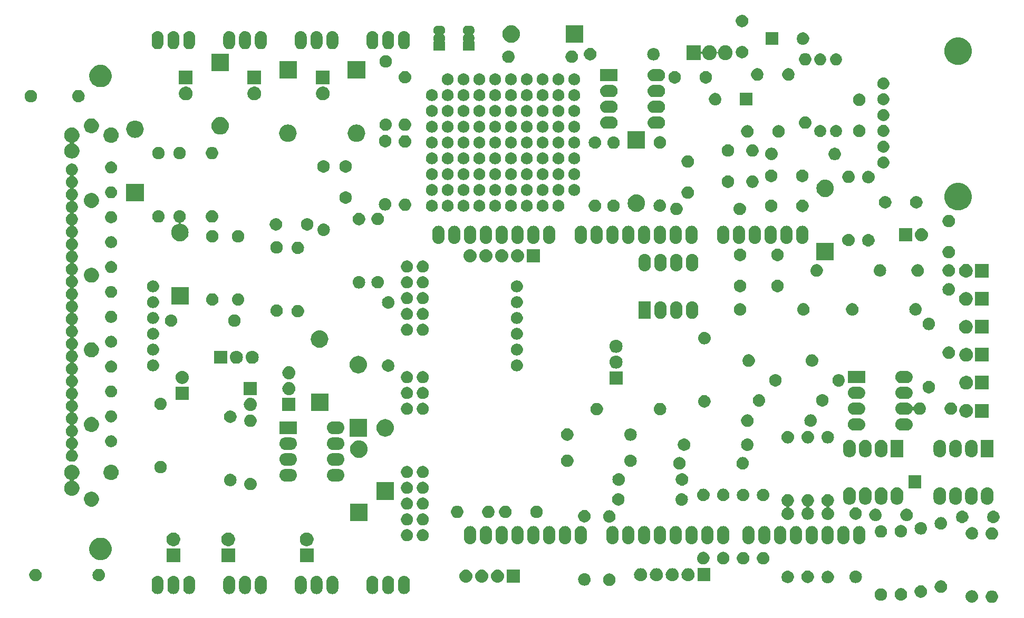
<source format=gbs>
G04 #@! TF.GenerationSoftware,KiCad,Pcbnew,5.1.0-060a0da~80~ubuntu18.10.1*
G04 #@! TF.CreationDate,2019-03-20T19:47:57+01:00*
G04 #@! TF.ProjectId,speedy,73706565-6479-42e6-9b69-6361645f7063,rev?*
G04 #@! TF.SameCoordinates,Original*
G04 #@! TF.FileFunction,Soldermask,Bot*
G04 #@! TF.FilePolarity,Negative*
%FSLAX46Y46*%
G04 Gerber Fmt 4.6, Leading zero omitted, Abs format (unit mm)*
G04 Created by KiCad (PCBNEW 5.1.0-060a0da~80~ubuntu18.10.1) date 2019-03-20 19:47:57*
%MOMM*%
%LPD*%
G04 APERTURE LIST*
%ADD10C,0.100000*%
G04 APERTURE END LIST*
D10*
G36*
X221631794Y-154712537D02*
G01*
X221711689Y-154728429D01*
X221893678Y-154803811D01*
X222057463Y-154913249D01*
X222196751Y-155052537D01*
X222306189Y-155216322D01*
X222322402Y-155255465D01*
X222381571Y-155398312D01*
X222420000Y-155591507D01*
X222420000Y-155788493D01*
X222413001Y-155823678D01*
X222381571Y-155981689D01*
X222306189Y-156163678D01*
X222196751Y-156327463D01*
X222057463Y-156466751D01*
X221893678Y-156576189D01*
X221711689Y-156651571D01*
X221647290Y-156664381D01*
X221518493Y-156690000D01*
X221321507Y-156690000D01*
X221192710Y-156664381D01*
X221128311Y-156651571D01*
X220946322Y-156576189D01*
X220782537Y-156466751D01*
X220643249Y-156327463D01*
X220533811Y-156163678D01*
X220458429Y-155981689D01*
X220426999Y-155823678D01*
X220420000Y-155788493D01*
X220420000Y-155591507D01*
X220458429Y-155398312D01*
X220517598Y-155255465D01*
X220533811Y-155216322D01*
X220643249Y-155052537D01*
X220782537Y-154913249D01*
X220946322Y-154803811D01*
X221128311Y-154728429D01*
X221208206Y-154712537D01*
X221321507Y-154690000D01*
X221518493Y-154690000D01*
X221631794Y-154712537D01*
X221631794Y-154712537D01*
G37*
G36*
X218406032Y-154654469D02*
G01*
X218500285Y-154683061D01*
X218594535Y-154711651D01*
X218594537Y-154711652D01*
X218768258Y-154804507D01*
X218920528Y-154929472D01*
X219045493Y-155081742D01*
X219137715Y-155254279D01*
X219138349Y-155255465D01*
X219162074Y-155333676D01*
X219195531Y-155443968D01*
X219214838Y-155640000D01*
X219195531Y-155836032D01*
X219188260Y-155860000D01*
X219149595Y-155987463D01*
X219138348Y-156024537D01*
X219045493Y-156198258D01*
X218920528Y-156350528D01*
X218768258Y-156475493D01*
X218594537Y-156568348D01*
X218594535Y-156568349D01*
X218500284Y-156596940D01*
X218406032Y-156625531D01*
X218259124Y-156640000D01*
X218160876Y-156640000D01*
X218013968Y-156625531D01*
X217919716Y-156596940D01*
X217825465Y-156568349D01*
X217825463Y-156568348D01*
X217651742Y-156475493D01*
X217499472Y-156350528D01*
X217374507Y-156198258D01*
X217281652Y-156024537D01*
X217270406Y-155987463D01*
X217231740Y-155860000D01*
X217224469Y-155836032D01*
X217205162Y-155640000D01*
X217224469Y-155443968D01*
X217257926Y-155333676D01*
X217281651Y-155255465D01*
X217282285Y-155254279D01*
X217374507Y-155081742D01*
X217499472Y-154929472D01*
X217651742Y-154804507D01*
X217825463Y-154711652D01*
X217825465Y-154711651D01*
X217919715Y-154683061D01*
X218013968Y-154654469D01*
X218160876Y-154640000D01*
X218259124Y-154640000D01*
X218406032Y-154654469D01*
X218406032Y-154654469D01*
G37*
G36*
X203837290Y-154375619D02*
G01*
X203901689Y-154388429D01*
X204083678Y-154463811D01*
X204247463Y-154573249D01*
X204386751Y-154712537D01*
X204496189Y-154876322D01*
X204568128Y-155050000D01*
X204571571Y-155058312D01*
X204610000Y-155251507D01*
X204610000Y-155448493D01*
X204600259Y-155497463D01*
X204571571Y-155641689D01*
X204496189Y-155823678D01*
X204386751Y-155987463D01*
X204247463Y-156126751D01*
X204083678Y-156236189D01*
X203901689Y-156311571D01*
X203837290Y-156324381D01*
X203708493Y-156350000D01*
X203511507Y-156350000D01*
X203382710Y-156324381D01*
X203318311Y-156311571D01*
X203136322Y-156236189D01*
X202972537Y-156126751D01*
X202833249Y-155987463D01*
X202723811Y-155823678D01*
X202648429Y-155641689D01*
X202619741Y-155497463D01*
X202610000Y-155448493D01*
X202610000Y-155251507D01*
X202648429Y-155058312D01*
X202651872Y-155050000D01*
X202723811Y-154876322D01*
X202833249Y-154712537D01*
X202972537Y-154573249D01*
X203136322Y-154463811D01*
X203318311Y-154388429D01*
X203382710Y-154375619D01*
X203511507Y-154350000D01*
X203708493Y-154350000D01*
X203837290Y-154375619D01*
X203837290Y-154375619D01*
G37*
G36*
X207016032Y-154314469D02*
G01*
X207105760Y-154341688D01*
X207204535Y-154371651D01*
X207204537Y-154371652D01*
X207378258Y-154464507D01*
X207530528Y-154589472D01*
X207655493Y-154741742D01*
X207702546Y-154829773D01*
X207748349Y-154915465D01*
X207761401Y-154958491D01*
X207805531Y-155103968D01*
X207824838Y-155300000D01*
X207805531Y-155496032D01*
X207805097Y-155497463D01*
X207761859Y-155640000D01*
X207748348Y-155684537D01*
X207655493Y-155858258D01*
X207530528Y-156010528D01*
X207378258Y-156135493D01*
X207204537Y-156228348D01*
X207204535Y-156228349D01*
X207110285Y-156256939D01*
X207016032Y-156285531D01*
X206869124Y-156300000D01*
X206770876Y-156300000D01*
X206623968Y-156285531D01*
X206529716Y-156256940D01*
X206435465Y-156228349D01*
X206435463Y-156228348D01*
X206261742Y-156135493D01*
X206109472Y-156010528D01*
X205984507Y-155858258D01*
X205891652Y-155684537D01*
X205878142Y-155640000D01*
X205834903Y-155497463D01*
X205834469Y-155496032D01*
X205815162Y-155300000D01*
X205834469Y-155103968D01*
X205878599Y-154958491D01*
X205891651Y-154915465D01*
X205937454Y-154829773D01*
X205984507Y-154741742D01*
X206109472Y-154589472D01*
X206261742Y-154464507D01*
X206435463Y-154371652D01*
X206435465Y-154371651D01*
X206534240Y-154341688D01*
X206623968Y-154314469D01*
X206770876Y-154300000D01*
X206869124Y-154300000D01*
X207016032Y-154314469D01*
X207016032Y-154314469D01*
G37*
G36*
X210236841Y-153885530D02*
G01*
X210301689Y-153898429D01*
X210483678Y-153973811D01*
X210647463Y-154083249D01*
X210786751Y-154222537D01*
X210896189Y-154386322D01*
X210953083Y-154523678D01*
X210971571Y-154568312D01*
X211010000Y-154761507D01*
X211010000Y-154958493D01*
X210999442Y-155011571D01*
X210971571Y-155151689D01*
X210896189Y-155333678D01*
X210786751Y-155497463D01*
X210647463Y-155636751D01*
X210483678Y-155746189D01*
X210301689Y-155821571D01*
X210237290Y-155834381D01*
X210108493Y-155860000D01*
X209911507Y-155860000D01*
X209782710Y-155834381D01*
X209718311Y-155821571D01*
X209536322Y-155746189D01*
X209372537Y-155636751D01*
X209233249Y-155497463D01*
X209123811Y-155333678D01*
X209048429Y-155151689D01*
X209020558Y-155011571D01*
X209010000Y-154958493D01*
X209010000Y-154761507D01*
X209048429Y-154568312D01*
X209066917Y-154523678D01*
X209123811Y-154386322D01*
X209233249Y-154222537D01*
X209372537Y-154083249D01*
X209536322Y-153973811D01*
X209718311Y-153898429D01*
X209783159Y-153885530D01*
X209911507Y-153860000D01*
X210108493Y-153860000D01*
X210236841Y-153885530D01*
X210236841Y-153885530D01*
G37*
G36*
X101686344Y-152364074D02*
G01*
X101865527Y-152418429D01*
X101865530Y-152418430D01*
X102030662Y-152506695D01*
X102175407Y-152625483D01*
X102294195Y-152770228D01*
X102382460Y-152935360D01*
X102382461Y-152935363D01*
X102436816Y-153114546D01*
X102441668Y-153163811D01*
X102450570Y-153254194D01*
X102450570Y-154345806D01*
X102446579Y-154386324D01*
X102436816Y-154485454D01*
X102385545Y-154654469D01*
X102382460Y-154664640D01*
X102294195Y-154829772D01*
X102175407Y-154974517D01*
X102030662Y-155093305D01*
X101865530Y-155181570D01*
X101818903Y-155195714D01*
X101686343Y-155235926D01*
X101500000Y-155254279D01*
X101313656Y-155235926D01*
X101134473Y-155181571D01*
X101134470Y-155181570D01*
X100969338Y-155093305D01*
X100824593Y-154974517D01*
X100705805Y-154829772D01*
X100617540Y-154664640D01*
X100574779Y-154523676D01*
X100563184Y-154485453D01*
X100549430Y-154345804D01*
X100549430Y-153254194D01*
X100563184Y-153114545D01*
X100617539Y-152935363D01*
X100705806Y-152770228D01*
X100824594Y-152625483D01*
X100969339Y-152506695D01*
X101134471Y-152418430D01*
X101134474Y-152418429D01*
X101313657Y-152364074D01*
X101500000Y-152345721D01*
X101686344Y-152364074D01*
X101686344Y-152364074D01*
G37*
G36*
X92726344Y-152364074D02*
G01*
X92905527Y-152418429D01*
X92905530Y-152418430D01*
X93070662Y-152506695D01*
X93215407Y-152625483D01*
X93334195Y-152770228D01*
X93422460Y-152935360D01*
X93422461Y-152935363D01*
X93476816Y-153114546D01*
X93481668Y-153163811D01*
X93490570Y-153254194D01*
X93490570Y-154345806D01*
X93486579Y-154386324D01*
X93476816Y-154485454D01*
X93425545Y-154654469D01*
X93422460Y-154664640D01*
X93334195Y-154829772D01*
X93215407Y-154974517D01*
X93070662Y-155093305D01*
X92905530Y-155181570D01*
X92858903Y-155195714D01*
X92726343Y-155235926D01*
X92540000Y-155254279D01*
X92353656Y-155235926D01*
X92174473Y-155181571D01*
X92174470Y-155181570D01*
X92009338Y-155093305D01*
X91864593Y-154974517D01*
X91745805Y-154829772D01*
X91657540Y-154664640D01*
X91614779Y-154523676D01*
X91603184Y-154485453D01*
X91589430Y-154345804D01*
X91589430Y-153254194D01*
X91603184Y-153114545D01*
X91657539Y-152935363D01*
X91745806Y-152770228D01*
X91864594Y-152625483D01*
X92009339Y-152506695D01*
X92174471Y-152418430D01*
X92174474Y-152418429D01*
X92353657Y-152364074D01*
X92540000Y-152345721D01*
X92726344Y-152364074D01*
X92726344Y-152364074D01*
G37*
G36*
X90186344Y-152364074D02*
G01*
X90365527Y-152418429D01*
X90365530Y-152418430D01*
X90530662Y-152506695D01*
X90675407Y-152625483D01*
X90794195Y-152770228D01*
X90882460Y-152935360D01*
X90882461Y-152935363D01*
X90936816Y-153114546D01*
X90941668Y-153163811D01*
X90950570Y-153254194D01*
X90950570Y-154345806D01*
X90946579Y-154386324D01*
X90936816Y-154485454D01*
X90885545Y-154654469D01*
X90882460Y-154664640D01*
X90794195Y-154829772D01*
X90675407Y-154974517D01*
X90530662Y-155093305D01*
X90365530Y-155181570D01*
X90318903Y-155195714D01*
X90186343Y-155235926D01*
X90000000Y-155254279D01*
X89813656Y-155235926D01*
X89634473Y-155181571D01*
X89634470Y-155181570D01*
X89469338Y-155093305D01*
X89324593Y-154974517D01*
X89205805Y-154829772D01*
X89117540Y-154664640D01*
X89074779Y-154523676D01*
X89063184Y-154485453D01*
X89049430Y-154345804D01*
X89049430Y-153254194D01*
X89063184Y-153114545D01*
X89117539Y-152935363D01*
X89205806Y-152770228D01*
X89324594Y-152625483D01*
X89469339Y-152506695D01*
X89634471Y-152418430D01*
X89634474Y-152418429D01*
X89813657Y-152364074D01*
X90000000Y-152345721D01*
X90186344Y-152364074D01*
X90186344Y-152364074D01*
G37*
G36*
X99146344Y-152364074D02*
G01*
X99325527Y-152418429D01*
X99325530Y-152418430D01*
X99490662Y-152506695D01*
X99635407Y-152625483D01*
X99754195Y-152770228D01*
X99842460Y-152935360D01*
X99842461Y-152935363D01*
X99896816Y-153114546D01*
X99901668Y-153163811D01*
X99910570Y-153254194D01*
X99910570Y-154345806D01*
X99906579Y-154386324D01*
X99896816Y-154485454D01*
X99845545Y-154654469D01*
X99842460Y-154664640D01*
X99754195Y-154829772D01*
X99635407Y-154974517D01*
X99490662Y-155093305D01*
X99325530Y-155181570D01*
X99278903Y-155195714D01*
X99146343Y-155235926D01*
X98960000Y-155254279D01*
X98773656Y-155235926D01*
X98594473Y-155181571D01*
X98594470Y-155181570D01*
X98429338Y-155093305D01*
X98284593Y-154974517D01*
X98165805Y-154829772D01*
X98077540Y-154664640D01*
X98034779Y-154523676D01*
X98023184Y-154485453D01*
X98009430Y-154345804D01*
X98009430Y-153254194D01*
X98023184Y-153114545D01*
X98077539Y-152935363D01*
X98165806Y-152770228D01*
X98284594Y-152625483D01*
X98429339Y-152506695D01*
X98594471Y-152418430D01*
X98594474Y-152418429D01*
X98773657Y-152364074D01*
X98960000Y-152345721D01*
X99146344Y-152364074D01*
X99146344Y-152364074D01*
G37*
G36*
X104226344Y-152364074D02*
G01*
X104405527Y-152418429D01*
X104405530Y-152418430D01*
X104570662Y-152506695D01*
X104715407Y-152625483D01*
X104834195Y-152770228D01*
X104922460Y-152935360D01*
X104922461Y-152935363D01*
X104976816Y-153114546D01*
X104981668Y-153163811D01*
X104990570Y-153254194D01*
X104990570Y-154345806D01*
X104986579Y-154386324D01*
X104976816Y-154485454D01*
X104925545Y-154654469D01*
X104922460Y-154664640D01*
X104834195Y-154829772D01*
X104715407Y-154974517D01*
X104570662Y-155093305D01*
X104405530Y-155181570D01*
X104358903Y-155195714D01*
X104226343Y-155235926D01*
X104040000Y-155254279D01*
X103853656Y-155235926D01*
X103674473Y-155181571D01*
X103674470Y-155181570D01*
X103509338Y-155093305D01*
X103364593Y-154974517D01*
X103245805Y-154829772D01*
X103157540Y-154664640D01*
X103114779Y-154523676D01*
X103103184Y-154485453D01*
X103089430Y-154345804D01*
X103089430Y-153254194D01*
X103103184Y-153114545D01*
X103157539Y-152935363D01*
X103245806Y-152770228D01*
X103364594Y-152625483D01*
X103509339Y-152506695D01*
X103674471Y-152418430D01*
X103674474Y-152418429D01*
X103853657Y-152364074D01*
X104040000Y-152345721D01*
X104226344Y-152364074D01*
X104226344Y-152364074D01*
G37*
G36*
X87646344Y-152364074D02*
G01*
X87825527Y-152418429D01*
X87825530Y-152418430D01*
X87990662Y-152506695D01*
X88135407Y-152625483D01*
X88254195Y-152770228D01*
X88342460Y-152935360D01*
X88342461Y-152935363D01*
X88396816Y-153114546D01*
X88401668Y-153163811D01*
X88410570Y-153254194D01*
X88410570Y-154345806D01*
X88406579Y-154386324D01*
X88396816Y-154485454D01*
X88345545Y-154654469D01*
X88342460Y-154664640D01*
X88254195Y-154829772D01*
X88135407Y-154974517D01*
X87990662Y-155093305D01*
X87825530Y-155181570D01*
X87778903Y-155195714D01*
X87646343Y-155235926D01*
X87460000Y-155254279D01*
X87273656Y-155235926D01*
X87094473Y-155181571D01*
X87094470Y-155181570D01*
X86929338Y-155093305D01*
X86784593Y-154974517D01*
X86665805Y-154829772D01*
X86577540Y-154664640D01*
X86534779Y-154523676D01*
X86523184Y-154485453D01*
X86509430Y-154345804D01*
X86509430Y-153254194D01*
X86523184Y-153114545D01*
X86577539Y-152935363D01*
X86665806Y-152770228D01*
X86784594Y-152625483D01*
X86929339Y-152506695D01*
X87094471Y-152418430D01*
X87094474Y-152418429D01*
X87273657Y-152364074D01*
X87460000Y-152345721D01*
X87646344Y-152364074D01*
X87646344Y-152364074D01*
G37*
G36*
X127226344Y-152364074D02*
G01*
X127405527Y-152418429D01*
X127405530Y-152418430D01*
X127570662Y-152506695D01*
X127715407Y-152625483D01*
X127834195Y-152770228D01*
X127922460Y-152935360D01*
X127922461Y-152935363D01*
X127976816Y-153114546D01*
X127981668Y-153163811D01*
X127990570Y-153254194D01*
X127990570Y-154345806D01*
X127986579Y-154386324D01*
X127976816Y-154485454D01*
X127925545Y-154654469D01*
X127922460Y-154664640D01*
X127834195Y-154829772D01*
X127715407Y-154974517D01*
X127570662Y-155093305D01*
X127405530Y-155181570D01*
X127358903Y-155195714D01*
X127226343Y-155235926D01*
X127040000Y-155254279D01*
X126853656Y-155235926D01*
X126674473Y-155181571D01*
X126674470Y-155181570D01*
X126509338Y-155093305D01*
X126364593Y-154974517D01*
X126245805Y-154829772D01*
X126157540Y-154664640D01*
X126114779Y-154523676D01*
X126103184Y-154485453D01*
X126089430Y-154345804D01*
X126089430Y-153254194D01*
X126103184Y-153114545D01*
X126157539Y-152935363D01*
X126245806Y-152770228D01*
X126364594Y-152625483D01*
X126509339Y-152506695D01*
X126674471Y-152418430D01*
X126674474Y-152418429D01*
X126853657Y-152364074D01*
X127040000Y-152345721D01*
X127226344Y-152364074D01*
X127226344Y-152364074D01*
G37*
G36*
X124686344Y-152364074D02*
G01*
X124865527Y-152418429D01*
X124865530Y-152418430D01*
X125030662Y-152506695D01*
X125175407Y-152625483D01*
X125294195Y-152770228D01*
X125382460Y-152935360D01*
X125382461Y-152935363D01*
X125436816Y-153114546D01*
X125441668Y-153163811D01*
X125450570Y-153254194D01*
X125450570Y-154345806D01*
X125446579Y-154386324D01*
X125436816Y-154485454D01*
X125385545Y-154654469D01*
X125382460Y-154664640D01*
X125294195Y-154829772D01*
X125175407Y-154974517D01*
X125030662Y-155093305D01*
X124865530Y-155181570D01*
X124818903Y-155195714D01*
X124686343Y-155235926D01*
X124500000Y-155254279D01*
X124313656Y-155235926D01*
X124134473Y-155181571D01*
X124134470Y-155181570D01*
X123969338Y-155093305D01*
X123824593Y-154974517D01*
X123705805Y-154829772D01*
X123617540Y-154664640D01*
X123574779Y-154523676D01*
X123563184Y-154485453D01*
X123549430Y-154345804D01*
X123549430Y-153254194D01*
X123563184Y-153114545D01*
X123617539Y-152935363D01*
X123705806Y-152770228D01*
X123824594Y-152625483D01*
X123969339Y-152506695D01*
X124134471Y-152418430D01*
X124134474Y-152418429D01*
X124313657Y-152364074D01*
X124500000Y-152345721D01*
X124686344Y-152364074D01*
X124686344Y-152364074D01*
G37*
G36*
X110646344Y-152364074D02*
G01*
X110825527Y-152418429D01*
X110825530Y-152418430D01*
X110990662Y-152506695D01*
X111135407Y-152625483D01*
X111254195Y-152770228D01*
X111342460Y-152935360D01*
X111342461Y-152935363D01*
X111396816Y-153114546D01*
X111401668Y-153163811D01*
X111410570Y-153254194D01*
X111410570Y-154345806D01*
X111406579Y-154386324D01*
X111396816Y-154485454D01*
X111345545Y-154654469D01*
X111342460Y-154664640D01*
X111254195Y-154829772D01*
X111135407Y-154974517D01*
X110990662Y-155093305D01*
X110825530Y-155181570D01*
X110778903Y-155195714D01*
X110646343Y-155235926D01*
X110460000Y-155254279D01*
X110273656Y-155235926D01*
X110094473Y-155181571D01*
X110094470Y-155181570D01*
X109929338Y-155093305D01*
X109784593Y-154974517D01*
X109665805Y-154829772D01*
X109577540Y-154664640D01*
X109534779Y-154523676D01*
X109523184Y-154485453D01*
X109509430Y-154345804D01*
X109509430Y-153254194D01*
X109523184Y-153114545D01*
X109577539Y-152935363D01*
X109665806Y-152770228D01*
X109784594Y-152625483D01*
X109929339Y-152506695D01*
X110094471Y-152418430D01*
X110094474Y-152418429D01*
X110273657Y-152364074D01*
X110460000Y-152345721D01*
X110646344Y-152364074D01*
X110646344Y-152364074D01*
G37*
G36*
X115726344Y-152364074D02*
G01*
X115905527Y-152418429D01*
X115905530Y-152418430D01*
X116070662Y-152506695D01*
X116215407Y-152625483D01*
X116334195Y-152770228D01*
X116422460Y-152935360D01*
X116422461Y-152935363D01*
X116476816Y-153114546D01*
X116481668Y-153163811D01*
X116490570Y-153254194D01*
X116490570Y-154345806D01*
X116486579Y-154386324D01*
X116476816Y-154485454D01*
X116425545Y-154654469D01*
X116422460Y-154664640D01*
X116334195Y-154829772D01*
X116215407Y-154974517D01*
X116070662Y-155093305D01*
X115905530Y-155181570D01*
X115858903Y-155195714D01*
X115726343Y-155235926D01*
X115540000Y-155254279D01*
X115353656Y-155235926D01*
X115174473Y-155181571D01*
X115174470Y-155181570D01*
X115009338Y-155093305D01*
X114864593Y-154974517D01*
X114745805Y-154829772D01*
X114657540Y-154664640D01*
X114614779Y-154523676D01*
X114603184Y-154485453D01*
X114589430Y-154345804D01*
X114589430Y-153254194D01*
X114603184Y-153114545D01*
X114657539Y-152935363D01*
X114745806Y-152770228D01*
X114864594Y-152625483D01*
X115009339Y-152506695D01*
X115174471Y-152418430D01*
X115174474Y-152418429D01*
X115353657Y-152364074D01*
X115540000Y-152345721D01*
X115726344Y-152364074D01*
X115726344Y-152364074D01*
G37*
G36*
X122146344Y-152364074D02*
G01*
X122325527Y-152418429D01*
X122325530Y-152418430D01*
X122490662Y-152506695D01*
X122635407Y-152625483D01*
X122754195Y-152770228D01*
X122842460Y-152935360D01*
X122842461Y-152935363D01*
X122896816Y-153114546D01*
X122901668Y-153163811D01*
X122910570Y-153254194D01*
X122910570Y-154345806D01*
X122906579Y-154386324D01*
X122896816Y-154485454D01*
X122845545Y-154654469D01*
X122842460Y-154664640D01*
X122754195Y-154829772D01*
X122635407Y-154974517D01*
X122490662Y-155093305D01*
X122325530Y-155181570D01*
X122278903Y-155195714D01*
X122146343Y-155235926D01*
X121960000Y-155254279D01*
X121773656Y-155235926D01*
X121594473Y-155181571D01*
X121594470Y-155181570D01*
X121429338Y-155093305D01*
X121284593Y-154974517D01*
X121165805Y-154829772D01*
X121077540Y-154664640D01*
X121034779Y-154523676D01*
X121023184Y-154485453D01*
X121009430Y-154345804D01*
X121009430Y-153254194D01*
X121023184Y-153114545D01*
X121077539Y-152935363D01*
X121165806Y-152770228D01*
X121284594Y-152625483D01*
X121429339Y-152506695D01*
X121594471Y-152418430D01*
X121594474Y-152418429D01*
X121773657Y-152364074D01*
X121960000Y-152345721D01*
X122146344Y-152364074D01*
X122146344Y-152364074D01*
G37*
G36*
X113186344Y-152364074D02*
G01*
X113365527Y-152418429D01*
X113365530Y-152418430D01*
X113530662Y-152506695D01*
X113675407Y-152625483D01*
X113794195Y-152770228D01*
X113882460Y-152935360D01*
X113882461Y-152935363D01*
X113936816Y-153114546D01*
X113941668Y-153163811D01*
X113950570Y-153254194D01*
X113950570Y-154345806D01*
X113946579Y-154386324D01*
X113936816Y-154485454D01*
X113885545Y-154654469D01*
X113882460Y-154664640D01*
X113794195Y-154829772D01*
X113675407Y-154974517D01*
X113530662Y-155093305D01*
X113365530Y-155181570D01*
X113318903Y-155195714D01*
X113186343Y-155235926D01*
X113000000Y-155254279D01*
X112813656Y-155235926D01*
X112634473Y-155181571D01*
X112634470Y-155181570D01*
X112469338Y-155093305D01*
X112324593Y-154974517D01*
X112205805Y-154829772D01*
X112117540Y-154664640D01*
X112074779Y-154523676D01*
X112063184Y-154485453D01*
X112049430Y-154345804D01*
X112049430Y-153254194D01*
X112063184Y-153114545D01*
X112117539Y-152935363D01*
X112205806Y-152770228D01*
X112324594Y-152625483D01*
X112469339Y-152506695D01*
X112634471Y-152418430D01*
X112634474Y-152418429D01*
X112813657Y-152364074D01*
X113000000Y-152345721D01*
X113186344Y-152364074D01*
X113186344Y-152364074D01*
G37*
G36*
X213457290Y-153075619D02*
G01*
X213521689Y-153088429D01*
X213703678Y-153163811D01*
X213867463Y-153273249D01*
X214006751Y-153412537D01*
X214116189Y-153576322D01*
X214191571Y-153758311D01*
X214191571Y-153758312D01*
X214219755Y-153900000D01*
X214230000Y-153951509D01*
X214230000Y-154148491D01*
X214191571Y-154341689D01*
X214116189Y-154523678D01*
X214006751Y-154687463D01*
X213867463Y-154826751D01*
X213703678Y-154936189D01*
X213521689Y-155011571D01*
X213457290Y-155024381D01*
X213328493Y-155050000D01*
X213131507Y-155050000D01*
X213002710Y-155024381D01*
X212938311Y-155011571D01*
X212756322Y-154936189D01*
X212592537Y-154826751D01*
X212453249Y-154687463D01*
X212343811Y-154523678D01*
X212268429Y-154341689D01*
X212230000Y-154148491D01*
X212230000Y-153951509D01*
X212240246Y-153900000D01*
X212268429Y-153758312D01*
X212268429Y-153758311D01*
X212343811Y-153576322D01*
X212453249Y-153412537D01*
X212592537Y-153273249D01*
X212756322Y-153163811D01*
X212938311Y-153088429D01*
X213002710Y-153075619D01*
X213131507Y-153050000D01*
X213328493Y-153050000D01*
X213457290Y-153075619D01*
X213457290Y-153075619D01*
G37*
G36*
X160227290Y-151965619D02*
G01*
X160291689Y-151978429D01*
X160473678Y-152053811D01*
X160637463Y-152163249D01*
X160776751Y-152302537D01*
X160886189Y-152466322D01*
X160961571Y-152648311D01*
X160968080Y-152681034D01*
X161000000Y-152841507D01*
X161000000Y-153038493D01*
X160978325Y-153147461D01*
X160961571Y-153231689D01*
X160886189Y-153413678D01*
X160776751Y-153577463D01*
X160637463Y-153716751D01*
X160473678Y-153826189D01*
X160291689Y-153901571D01*
X160227290Y-153914381D01*
X160098493Y-153940000D01*
X159901507Y-153940000D01*
X159772710Y-153914381D01*
X159708311Y-153901571D01*
X159526322Y-153826189D01*
X159362537Y-153716751D01*
X159223249Y-153577463D01*
X159113811Y-153413678D01*
X159038429Y-153231689D01*
X159021675Y-153147461D01*
X159000000Y-153038493D01*
X159000000Y-152841507D01*
X159031920Y-152681034D01*
X159038429Y-152648311D01*
X159113811Y-152466322D01*
X159223249Y-152302537D01*
X159362537Y-152163249D01*
X159526322Y-152053811D01*
X159708311Y-151978429D01*
X159772710Y-151965619D01*
X159901507Y-151940000D01*
X160098493Y-151940000D01*
X160227290Y-151965619D01*
X160227290Y-151965619D01*
G37*
G36*
X156196032Y-151914469D02*
G01*
X156280195Y-151940000D01*
X156384535Y-151971651D01*
X156384537Y-151971652D01*
X156558258Y-152064507D01*
X156710528Y-152189472D01*
X156835493Y-152341742D01*
X156912065Y-152485000D01*
X156928349Y-152515465D01*
X156946268Y-152574537D01*
X156985531Y-152703968D01*
X157004838Y-152900000D01*
X156985531Y-153096032D01*
X156972963Y-153137463D01*
X156931773Y-153273249D01*
X156928348Y-153284537D01*
X156835493Y-153458258D01*
X156710528Y-153610528D01*
X156558258Y-153735493D01*
X156388576Y-153826189D01*
X156384535Y-153828349D01*
X156290285Y-153856939D01*
X156196032Y-153885531D01*
X156049124Y-153900000D01*
X155950876Y-153900000D01*
X155803968Y-153885531D01*
X155709716Y-153856940D01*
X155615465Y-153828349D01*
X155611424Y-153826189D01*
X155441742Y-153735493D01*
X155289472Y-153610528D01*
X155164507Y-153458258D01*
X155071652Y-153284537D01*
X155068228Y-153273249D01*
X155027037Y-153137463D01*
X155014469Y-153096032D01*
X154995162Y-152900000D01*
X155014469Y-152703968D01*
X155053732Y-152574537D01*
X155071651Y-152515465D01*
X155087935Y-152485000D01*
X155164507Y-152341742D01*
X155289472Y-152189472D01*
X155441742Y-152064507D01*
X155615463Y-151971652D01*
X155615465Y-151971651D01*
X155719805Y-151940000D01*
X155803968Y-151914469D01*
X155950876Y-151900000D01*
X156049124Y-151900000D01*
X156196032Y-151914469D01*
X156196032Y-151914469D01*
G37*
G36*
X195307290Y-151535619D02*
G01*
X195371689Y-151548429D01*
X195553678Y-151623811D01*
X195717463Y-151733249D01*
X195856751Y-151872537D01*
X195966189Y-152036322D01*
X196037429Y-152208312D01*
X196041571Y-152218312D01*
X196080000Y-152411507D01*
X196080000Y-152608493D01*
X196061009Y-152703966D01*
X196041571Y-152801689D01*
X195966189Y-152983678D01*
X195856751Y-153147463D01*
X195717463Y-153286751D01*
X195553678Y-153396189D01*
X195371689Y-153471571D01*
X195307290Y-153484381D01*
X195178493Y-153510000D01*
X194981507Y-153510000D01*
X194852710Y-153484381D01*
X194788311Y-153471571D01*
X194606322Y-153396189D01*
X194442537Y-153286751D01*
X194303249Y-153147463D01*
X194193811Y-152983678D01*
X194118429Y-152801689D01*
X194098991Y-152703966D01*
X194080000Y-152608493D01*
X194080000Y-152411507D01*
X194118429Y-152218312D01*
X194122571Y-152208312D01*
X194193811Y-152036322D01*
X194303249Y-151872537D01*
X194442537Y-151733249D01*
X194606322Y-151623811D01*
X194788311Y-151548429D01*
X194852710Y-151535619D01*
X194981507Y-151510000D01*
X195178493Y-151510000D01*
X195307290Y-151535619D01*
X195307290Y-151535619D01*
G37*
G36*
X188877290Y-151525619D02*
G01*
X188941689Y-151538429D01*
X189123678Y-151613811D01*
X189287463Y-151723249D01*
X189426751Y-151862537D01*
X189536189Y-152026322D01*
X189607429Y-152198312D01*
X189611571Y-152208312D01*
X189650000Y-152401507D01*
X189650000Y-152598493D01*
X189629020Y-152703966D01*
X189611571Y-152791689D01*
X189536189Y-152973678D01*
X189426751Y-153137463D01*
X189287463Y-153276751D01*
X189123678Y-153386189D01*
X188941689Y-153461571D01*
X188896643Y-153470531D01*
X188748493Y-153500000D01*
X188551507Y-153500000D01*
X188403357Y-153470531D01*
X188358311Y-153461571D01*
X188176322Y-153386189D01*
X188012537Y-153276751D01*
X187873249Y-153137463D01*
X187763811Y-152973678D01*
X187688429Y-152791689D01*
X187670980Y-152703966D01*
X187650000Y-152598493D01*
X187650000Y-152401507D01*
X187688429Y-152208312D01*
X187692571Y-152198312D01*
X187763811Y-152026322D01*
X187873249Y-151862537D01*
X188012537Y-151723249D01*
X188176322Y-151613811D01*
X188358311Y-151538429D01*
X188422710Y-151525619D01*
X188551507Y-151500000D01*
X188748493Y-151500000D01*
X188877290Y-151525619D01*
X188877290Y-151525619D01*
G37*
G36*
X192049039Y-151510000D02*
G01*
X192141689Y-151528429D01*
X192323678Y-151603811D01*
X192487463Y-151713249D01*
X192626751Y-151852537D01*
X192736189Y-152016322D01*
X192808128Y-152190000D01*
X192811571Y-152198312D01*
X192850000Y-152391507D01*
X192850000Y-152588493D01*
X192824381Y-152717290D01*
X192811571Y-152781689D01*
X192736189Y-152963678D01*
X192626751Y-153127463D01*
X192487463Y-153266751D01*
X192323678Y-153376189D01*
X192141689Y-153451571D01*
X192091415Y-153461571D01*
X191948493Y-153490000D01*
X191751507Y-153490000D01*
X191608585Y-153461571D01*
X191558311Y-153451571D01*
X191376322Y-153376189D01*
X191212537Y-153266751D01*
X191073249Y-153127463D01*
X190963811Y-152963678D01*
X190888429Y-152781689D01*
X190875619Y-152717290D01*
X190850000Y-152588493D01*
X190850000Y-152391507D01*
X190888429Y-152198312D01*
X190891872Y-152190000D01*
X190963811Y-152016322D01*
X191073249Y-151852537D01*
X191212537Y-151713249D01*
X191376322Y-151603811D01*
X191558311Y-151528429D01*
X191650961Y-151510000D01*
X191751507Y-151490000D01*
X191948493Y-151490000D01*
X192049039Y-151510000D01*
X192049039Y-151510000D01*
G37*
G36*
X199746032Y-151499469D02*
G01*
X199840284Y-151528060D01*
X199934535Y-151556651D01*
X199934537Y-151556652D01*
X200108258Y-151649507D01*
X200260528Y-151774472D01*
X200385493Y-151926742D01*
X200478348Y-152100463D01*
X200535531Y-152288968D01*
X200554838Y-152485000D01*
X200535531Y-152681032D01*
X200515138Y-152748258D01*
X200486851Y-152841509D01*
X200478348Y-152869537D01*
X200385493Y-153043258D01*
X200260528Y-153195528D01*
X200108258Y-153320493D01*
X199934537Y-153413348D01*
X199934535Y-153413349D01*
X199840284Y-153441940D01*
X199746032Y-153470531D01*
X199599124Y-153485000D01*
X199500876Y-153485000D01*
X199353968Y-153470531D01*
X199259715Y-153441939D01*
X199165465Y-153413349D01*
X199165463Y-153413348D01*
X198991742Y-153320493D01*
X198839472Y-153195528D01*
X198714507Y-153043258D01*
X198621652Y-152869537D01*
X198613150Y-152841509D01*
X198584862Y-152748258D01*
X198564469Y-152681032D01*
X198545162Y-152485000D01*
X198564469Y-152288968D01*
X198621652Y-152100463D01*
X198714507Y-151926742D01*
X198839472Y-151774472D01*
X198991742Y-151649507D01*
X199165463Y-151556652D01*
X199165465Y-151556651D01*
X199259715Y-151528061D01*
X199353968Y-151499469D01*
X199500876Y-151485000D01*
X199599124Y-151485000D01*
X199746032Y-151499469D01*
X199746032Y-151499469D01*
G37*
G36*
X137088707Y-151327596D02*
G01*
X137165836Y-151335193D01*
X137363762Y-151395233D01*
X137363765Y-151395234D01*
X137546170Y-151492732D01*
X137706055Y-151623945D01*
X137837268Y-151783830D01*
X137934766Y-151966235D01*
X137934767Y-151966238D01*
X137994807Y-152164164D01*
X138015080Y-152370000D01*
X137994807Y-152575836D01*
X137935839Y-152770227D01*
X137934766Y-152773765D01*
X137837268Y-152956170D01*
X137706055Y-153116055D01*
X137546170Y-153247268D01*
X137363765Y-153344766D01*
X137363762Y-153344767D01*
X137165836Y-153404807D01*
X137088707Y-153412404D01*
X137011580Y-153420000D01*
X136908420Y-153420000D01*
X136831293Y-153412404D01*
X136754164Y-153404807D01*
X136556238Y-153344767D01*
X136556235Y-153344766D01*
X136373830Y-153247268D01*
X136213945Y-153116055D01*
X136082732Y-152956170D01*
X135985234Y-152773765D01*
X135984161Y-152770227D01*
X135925193Y-152575836D01*
X135904920Y-152370000D01*
X135925193Y-152164164D01*
X135985233Y-151966238D01*
X135985234Y-151966235D01*
X136082732Y-151783830D01*
X136213945Y-151623945D01*
X136373830Y-151492732D01*
X136556235Y-151395234D01*
X136556238Y-151395233D01*
X136754164Y-151335193D01*
X136831293Y-151327596D01*
X136908420Y-151320000D01*
X137011580Y-151320000D01*
X137088707Y-151327596D01*
X137088707Y-151327596D01*
G37*
G36*
X142168707Y-151327596D02*
G01*
X142245836Y-151335193D01*
X142443762Y-151395233D01*
X142443765Y-151395234D01*
X142626170Y-151492732D01*
X142786055Y-151623945D01*
X142917268Y-151783830D01*
X143014766Y-151966235D01*
X143014767Y-151966238D01*
X143074807Y-152164164D01*
X143095080Y-152370000D01*
X143074807Y-152575836D01*
X143015839Y-152770227D01*
X143014766Y-152773765D01*
X142917268Y-152956170D01*
X142786055Y-153116055D01*
X142626170Y-153247268D01*
X142443765Y-153344766D01*
X142443762Y-153344767D01*
X142245836Y-153404807D01*
X142168707Y-153412404D01*
X142091580Y-153420000D01*
X141988420Y-153420000D01*
X141911293Y-153412404D01*
X141834164Y-153404807D01*
X141636238Y-153344767D01*
X141636235Y-153344766D01*
X141453830Y-153247268D01*
X141293945Y-153116055D01*
X141162732Y-152956170D01*
X141065234Y-152773765D01*
X141064161Y-152770227D01*
X141005193Y-152575836D01*
X140984920Y-152370000D01*
X141005193Y-152164164D01*
X141065233Y-151966238D01*
X141065234Y-151966235D01*
X141162732Y-151783830D01*
X141293945Y-151623945D01*
X141453830Y-151492732D01*
X141636235Y-151395234D01*
X141636238Y-151395233D01*
X141834164Y-151335193D01*
X141911293Y-151327596D01*
X141988420Y-151320000D01*
X142091580Y-151320000D01*
X142168707Y-151327596D01*
X142168707Y-151327596D01*
G37*
G36*
X139628707Y-151327596D02*
G01*
X139705836Y-151335193D01*
X139903762Y-151395233D01*
X139903765Y-151395234D01*
X140086170Y-151492732D01*
X140246055Y-151623945D01*
X140377268Y-151783830D01*
X140474766Y-151966235D01*
X140474767Y-151966238D01*
X140534807Y-152164164D01*
X140555080Y-152370000D01*
X140534807Y-152575836D01*
X140475839Y-152770227D01*
X140474766Y-152773765D01*
X140377268Y-152956170D01*
X140246055Y-153116055D01*
X140086170Y-153247268D01*
X139903765Y-153344766D01*
X139903762Y-153344767D01*
X139705836Y-153404807D01*
X139628707Y-153412404D01*
X139551580Y-153420000D01*
X139448420Y-153420000D01*
X139371293Y-153412404D01*
X139294164Y-153404807D01*
X139096238Y-153344767D01*
X139096235Y-153344766D01*
X138913830Y-153247268D01*
X138753945Y-153116055D01*
X138622732Y-152956170D01*
X138525234Y-152773765D01*
X138524161Y-152770227D01*
X138465193Y-152575836D01*
X138444920Y-152370000D01*
X138465193Y-152164164D01*
X138525233Y-151966238D01*
X138525234Y-151966235D01*
X138622732Y-151783830D01*
X138753945Y-151623945D01*
X138913830Y-151492732D01*
X139096235Y-151395234D01*
X139096238Y-151395233D01*
X139294164Y-151335193D01*
X139371293Y-151327596D01*
X139448420Y-151320000D01*
X139551580Y-151320000D01*
X139628707Y-151327596D01*
X139628707Y-151327596D01*
G37*
G36*
X145630000Y-153420000D02*
G01*
X143530000Y-153420000D01*
X143530000Y-151320000D01*
X145630000Y-151320000D01*
X145630000Y-153420000D01*
X145630000Y-153420000D01*
G37*
G36*
X167698707Y-151107597D02*
G01*
X167775836Y-151115193D01*
X167973762Y-151175233D01*
X167973765Y-151175234D01*
X168156170Y-151272732D01*
X168316055Y-151403945D01*
X168447268Y-151563830D01*
X168544766Y-151746235D01*
X168544767Y-151746238D01*
X168604807Y-151944164D01*
X168625080Y-152150000D01*
X168604807Y-152355836D01*
X168559044Y-152506696D01*
X168544766Y-152553765D01*
X168447268Y-152736170D01*
X168316055Y-152896055D01*
X168156170Y-153027268D01*
X167973765Y-153124766D01*
X167973762Y-153124767D01*
X167775836Y-153184807D01*
X167723110Y-153190000D01*
X167621580Y-153200000D01*
X167518420Y-153200000D01*
X167416890Y-153190000D01*
X167364164Y-153184807D01*
X167166238Y-153124767D01*
X167166235Y-153124766D01*
X166983830Y-153027268D01*
X166823945Y-152896055D01*
X166692732Y-152736170D01*
X166595234Y-152553765D01*
X166580956Y-152506696D01*
X166535193Y-152355836D01*
X166514920Y-152150000D01*
X166535193Y-151944164D01*
X166595233Y-151746238D01*
X166595234Y-151746235D01*
X166692732Y-151563830D01*
X166823945Y-151403945D01*
X166983830Y-151272732D01*
X167166235Y-151175234D01*
X167166238Y-151175233D01*
X167364164Y-151115193D01*
X167441293Y-151107597D01*
X167518420Y-151100000D01*
X167621580Y-151100000D01*
X167698707Y-151107597D01*
X167698707Y-151107597D01*
G37*
G36*
X170238707Y-151107597D02*
G01*
X170315836Y-151115193D01*
X170513762Y-151175233D01*
X170513765Y-151175234D01*
X170696170Y-151272732D01*
X170856055Y-151403945D01*
X170987268Y-151563830D01*
X171084766Y-151746235D01*
X171084767Y-151746238D01*
X171144807Y-151944164D01*
X171165080Y-152150000D01*
X171144807Y-152355836D01*
X171099044Y-152506696D01*
X171084766Y-152553765D01*
X170987268Y-152736170D01*
X170856055Y-152896055D01*
X170696170Y-153027268D01*
X170513765Y-153124766D01*
X170513762Y-153124767D01*
X170315836Y-153184807D01*
X170263110Y-153190000D01*
X170161580Y-153200000D01*
X170058420Y-153200000D01*
X169956890Y-153190000D01*
X169904164Y-153184807D01*
X169706238Y-153124767D01*
X169706235Y-153124766D01*
X169523830Y-153027268D01*
X169363945Y-152896055D01*
X169232732Y-152736170D01*
X169135234Y-152553765D01*
X169120956Y-152506696D01*
X169075193Y-152355836D01*
X169054920Y-152150000D01*
X169075193Y-151944164D01*
X169135233Y-151746238D01*
X169135234Y-151746235D01*
X169232732Y-151563830D01*
X169363945Y-151403945D01*
X169523830Y-151272732D01*
X169706235Y-151175234D01*
X169706238Y-151175233D01*
X169904164Y-151115193D01*
X169981293Y-151107597D01*
X170058420Y-151100000D01*
X170161580Y-151100000D01*
X170238707Y-151107597D01*
X170238707Y-151107597D01*
G37*
G36*
X172778707Y-151107597D02*
G01*
X172855836Y-151115193D01*
X173053762Y-151175233D01*
X173053765Y-151175234D01*
X173236170Y-151272732D01*
X173396055Y-151403945D01*
X173527268Y-151563830D01*
X173624766Y-151746235D01*
X173624767Y-151746238D01*
X173684807Y-151944164D01*
X173705080Y-152150000D01*
X173684807Y-152355836D01*
X173639044Y-152506696D01*
X173624766Y-152553765D01*
X173527268Y-152736170D01*
X173396055Y-152896055D01*
X173236170Y-153027268D01*
X173053765Y-153124766D01*
X173053762Y-153124767D01*
X172855836Y-153184807D01*
X172803110Y-153190000D01*
X172701580Y-153200000D01*
X172598420Y-153200000D01*
X172496890Y-153190000D01*
X172444164Y-153184807D01*
X172246238Y-153124767D01*
X172246235Y-153124766D01*
X172063830Y-153027268D01*
X171903945Y-152896055D01*
X171772732Y-152736170D01*
X171675234Y-152553765D01*
X171660956Y-152506696D01*
X171615193Y-152355836D01*
X171594920Y-152150000D01*
X171615193Y-151944164D01*
X171675233Y-151746238D01*
X171675234Y-151746235D01*
X171772732Y-151563830D01*
X171903945Y-151403945D01*
X172063830Y-151272732D01*
X172246235Y-151175234D01*
X172246238Y-151175233D01*
X172444164Y-151115193D01*
X172521293Y-151107597D01*
X172598420Y-151100000D01*
X172701580Y-151100000D01*
X172778707Y-151107597D01*
X172778707Y-151107597D01*
G37*
G36*
X176240000Y-153200000D02*
G01*
X174140000Y-153200000D01*
X174140000Y-151100000D01*
X176240000Y-151100000D01*
X176240000Y-153200000D01*
X176240000Y-153200000D01*
G37*
G36*
X165158707Y-151107597D02*
G01*
X165235836Y-151115193D01*
X165433762Y-151175233D01*
X165433765Y-151175234D01*
X165616170Y-151272732D01*
X165776055Y-151403945D01*
X165907268Y-151563830D01*
X166004766Y-151746235D01*
X166004767Y-151746238D01*
X166064807Y-151944164D01*
X166085080Y-152150000D01*
X166064807Y-152355836D01*
X166019044Y-152506696D01*
X166004766Y-152553765D01*
X165907268Y-152736170D01*
X165776055Y-152896055D01*
X165616170Y-153027268D01*
X165433765Y-153124766D01*
X165433762Y-153124767D01*
X165235836Y-153184807D01*
X165183110Y-153190000D01*
X165081580Y-153200000D01*
X164978420Y-153200000D01*
X164876890Y-153190000D01*
X164824164Y-153184807D01*
X164626238Y-153124767D01*
X164626235Y-153124766D01*
X164443830Y-153027268D01*
X164283945Y-152896055D01*
X164152732Y-152736170D01*
X164055234Y-152553765D01*
X164040956Y-152506696D01*
X163995193Y-152355836D01*
X163974920Y-152150000D01*
X163995193Y-151944164D01*
X164055233Y-151746238D01*
X164055234Y-151746235D01*
X164152732Y-151563830D01*
X164283945Y-151403945D01*
X164443830Y-151272732D01*
X164626235Y-151175234D01*
X164626238Y-151175233D01*
X164824164Y-151115193D01*
X164901293Y-151107597D01*
X164978420Y-151100000D01*
X165081580Y-151100000D01*
X165158707Y-151107597D01*
X165158707Y-151107597D01*
G37*
G36*
X78206032Y-151204469D02*
G01*
X78300285Y-151233061D01*
X78394535Y-151261651D01*
X78394537Y-151261652D01*
X78568258Y-151354507D01*
X78720528Y-151479472D01*
X78845493Y-151631742D01*
X78921783Y-151774472D01*
X78938349Y-151805465D01*
X78955662Y-151862539D01*
X78995531Y-151993968D01*
X79014838Y-152190000D01*
X78995531Y-152386032D01*
X78985703Y-152418429D01*
X78956268Y-152515465D01*
X78938348Y-152574537D01*
X78845493Y-152748258D01*
X78720528Y-152900528D01*
X78568258Y-153025493D01*
X78401652Y-153114545D01*
X78394535Y-153118349D01*
X78331531Y-153137461D01*
X78206032Y-153175531D01*
X78059124Y-153190000D01*
X77960876Y-153190000D01*
X77813968Y-153175531D01*
X77688469Y-153137461D01*
X77625465Y-153118349D01*
X77618348Y-153114545D01*
X77451742Y-153025493D01*
X77299472Y-152900528D01*
X77174507Y-152748258D01*
X77081652Y-152574537D01*
X77063733Y-152515465D01*
X77034297Y-152418429D01*
X77024469Y-152386032D01*
X77005162Y-152190000D01*
X77024469Y-151993968D01*
X77064338Y-151862539D01*
X77081651Y-151805465D01*
X77098217Y-151774472D01*
X77174507Y-151631742D01*
X77299472Y-151479472D01*
X77451742Y-151354507D01*
X77625463Y-151261652D01*
X77625465Y-151261651D01*
X77719715Y-151233061D01*
X77813968Y-151204469D01*
X77960876Y-151190000D01*
X78059124Y-151190000D01*
X78206032Y-151204469D01*
X78206032Y-151204469D01*
G37*
G36*
X68077290Y-151215619D02*
G01*
X68141689Y-151228429D01*
X68323678Y-151303811D01*
X68487463Y-151413249D01*
X68626751Y-151552537D01*
X68736189Y-151716322D01*
X68811571Y-151898311D01*
X68811571Y-151898312D01*
X68850000Y-152091507D01*
X68850000Y-152288493D01*
X68824381Y-152417290D01*
X68811571Y-152481689D01*
X68736189Y-152663678D01*
X68626751Y-152827463D01*
X68487463Y-152966751D01*
X68323678Y-153076189D01*
X68141689Y-153151571D01*
X68080154Y-153163811D01*
X67948493Y-153190000D01*
X67751507Y-153190000D01*
X67619846Y-153163811D01*
X67558311Y-153151571D01*
X67376322Y-153076189D01*
X67212537Y-152966751D01*
X67073249Y-152827463D01*
X66963811Y-152663678D01*
X66888429Y-152481689D01*
X66875619Y-152417290D01*
X66850000Y-152288493D01*
X66850000Y-152091507D01*
X66888429Y-151898312D01*
X66888429Y-151898311D01*
X66963811Y-151716322D01*
X67073249Y-151552537D01*
X67212537Y-151413249D01*
X67376322Y-151303811D01*
X67558311Y-151228429D01*
X67622710Y-151215619D01*
X67751507Y-151190000D01*
X67948493Y-151190000D01*
X68077290Y-151215619D01*
X68077290Y-151215619D01*
G37*
G36*
X181707290Y-148515619D02*
G01*
X181771689Y-148528429D01*
X181953678Y-148603811D01*
X182117463Y-148713249D01*
X182256751Y-148852537D01*
X182366189Y-149016322D01*
X182437429Y-149188312D01*
X182441571Y-149198312D01*
X182480000Y-149391507D01*
X182480000Y-149588493D01*
X182454381Y-149717290D01*
X182441571Y-149781689D01*
X182366189Y-149963678D01*
X182256751Y-150127463D01*
X182117463Y-150266751D01*
X181953678Y-150376189D01*
X181771689Y-150451571D01*
X181707290Y-150464381D01*
X181578493Y-150490000D01*
X181381507Y-150490000D01*
X181252710Y-150464381D01*
X181188311Y-150451571D01*
X181006322Y-150376189D01*
X180842537Y-150266751D01*
X180703249Y-150127463D01*
X180593811Y-149963678D01*
X180518429Y-149781689D01*
X180505619Y-149717290D01*
X180480000Y-149588493D01*
X180480000Y-149391507D01*
X180518429Y-149198312D01*
X180522571Y-149188312D01*
X180593811Y-149016322D01*
X180703249Y-148852537D01*
X180842537Y-148713249D01*
X181006322Y-148603811D01*
X181188311Y-148528429D01*
X181252710Y-148515619D01*
X181381507Y-148490000D01*
X181578493Y-148490000D01*
X181707290Y-148515619D01*
X181707290Y-148515619D01*
G37*
G36*
X184917290Y-148515619D02*
G01*
X184981689Y-148528429D01*
X185163678Y-148603811D01*
X185327463Y-148713249D01*
X185466751Y-148852537D01*
X185576189Y-149016322D01*
X185647429Y-149188312D01*
X185651571Y-149198312D01*
X185690000Y-149391507D01*
X185690000Y-149588493D01*
X185664381Y-149717290D01*
X185651571Y-149781689D01*
X185576189Y-149963678D01*
X185466751Y-150127463D01*
X185327463Y-150266751D01*
X185163678Y-150376189D01*
X184981689Y-150451571D01*
X184917290Y-150464381D01*
X184788493Y-150490000D01*
X184591507Y-150490000D01*
X184462710Y-150464381D01*
X184398311Y-150451571D01*
X184216322Y-150376189D01*
X184052537Y-150266751D01*
X183913249Y-150127463D01*
X183803811Y-149963678D01*
X183728429Y-149781689D01*
X183715619Y-149717290D01*
X183690000Y-149588493D01*
X183690000Y-149391507D01*
X183728429Y-149198312D01*
X183732571Y-149188312D01*
X183803811Y-149016322D01*
X183913249Y-148852537D01*
X184052537Y-148713249D01*
X184216322Y-148603811D01*
X184398311Y-148528429D01*
X184462710Y-148515619D01*
X184591507Y-148490000D01*
X184788493Y-148490000D01*
X184917290Y-148515619D01*
X184917290Y-148515619D01*
G37*
G36*
X175327290Y-148505619D02*
G01*
X175391689Y-148518429D01*
X175573678Y-148593811D01*
X175737463Y-148703249D01*
X175876751Y-148842537D01*
X175986189Y-149006322D01*
X176061571Y-149188311D01*
X176061571Y-149188312D01*
X176100000Y-149381507D01*
X176100000Y-149578493D01*
X176074381Y-149707290D01*
X176061571Y-149771689D01*
X175986189Y-149953678D01*
X175876751Y-150117463D01*
X175737463Y-150256751D01*
X175573678Y-150366189D01*
X175391689Y-150441571D01*
X175341415Y-150451571D01*
X175198493Y-150480000D01*
X175001507Y-150480000D01*
X174858585Y-150451571D01*
X174808311Y-150441571D01*
X174626322Y-150366189D01*
X174462537Y-150256751D01*
X174323249Y-150117463D01*
X174213811Y-149953678D01*
X174138429Y-149771689D01*
X174125619Y-149707290D01*
X174100000Y-149578493D01*
X174100000Y-149381507D01*
X174138429Y-149188312D01*
X174138429Y-149188311D01*
X174213811Y-149006322D01*
X174323249Y-148842537D01*
X174462537Y-148703249D01*
X174626322Y-148593811D01*
X174808311Y-148518429D01*
X174872710Y-148505619D01*
X175001507Y-148480000D01*
X175198493Y-148480000D01*
X175327290Y-148505619D01*
X175327290Y-148505619D01*
G37*
G36*
X178517290Y-148505619D02*
G01*
X178581689Y-148518429D01*
X178763678Y-148593811D01*
X178927463Y-148703249D01*
X179066751Y-148842537D01*
X179176189Y-149006322D01*
X179251571Y-149188311D01*
X179251571Y-149188312D01*
X179290000Y-149381507D01*
X179290000Y-149578493D01*
X179264381Y-149707290D01*
X179251571Y-149771689D01*
X179176189Y-149953678D01*
X179066751Y-150117463D01*
X178927463Y-150256751D01*
X178763678Y-150366189D01*
X178581689Y-150441571D01*
X178531415Y-150451571D01*
X178388493Y-150480000D01*
X178191507Y-150480000D01*
X178048585Y-150451571D01*
X177998311Y-150441571D01*
X177816322Y-150366189D01*
X177652537Y-150256751D01*
X177513249Y-150117463D01*
X177403811Y-149953678D01*
X177328429Y-149771689D01*
X177315619Y-149707290D01*
X177290000Y-149578493D01*
X177290000Y-149381507D01*
X177328429Y-149188312D01*
X177328429Y-149188311D01*
X177403811Y-149006322D01*
X177513249Y-148842537D01*
X177652537Y-148703249D01*
X177816322Y-148593811D01*
X177998311Y-148518429D01*
X178062710Y-148505619D01*
X178191507Y-148480000D01*
X178388493Y-148480000D01*
X178517290Y-148505619D01*
X178517290Y-148505619D01*
G37*
G36*
X112500000Y-150100000D02*
G01*
X110300000Y-150100000D01*
X110300000Y-147900000D01*
X112500000Y-147900000D01*
X112500000Y-150100000D01*
X112500000Y-150100000D01*
G37*
G36*
X91100000Y-150100000D02*
G01*
X88900000Y-150100000D01*
X88900000Y-147900000D01*
X91100000Y-147900000D01*
X91100000Y-150100000D01*
X91100000Y-150100000D01*
G37*
G36*
X99900000Y-150100000D02*
G01*
X97700000Y-150100000D01*
X97700000Y-147900000D01*
X99900000Y-147900000D01*
X99900000Y-150100000D01*
X99900000Y-150100000D01*
G37*
G36*
X78651163Y-146234587D02*
G01*
X78825041Y-146269173D01*
X79152620Y-146404861D01*
X79447433Y-146601849D01*
X79698151Y-146852567D01*
X79895139Y-147147380D01*
X80030827Y-147474959D01*
X80100000Y-147822716D01*
X80100000Y-148177284D01*
X80030827Y-148525041D01*
X79918420Y-148796415D01*
X79895174Y-148852537D01*
X79895139Y-148852620D01*
X79698151Y-149147433D01*
X79447433Y-149398151D01*
X79152620Y-149595139D01*
X78825041Y-149730827D01*
X78651163Y-149765413D01*
X78477286Y-149800000D01*
X78122714Y-149800000D01*
X77948837Y-149765413D01*
X77774959Y-149730827D01*
X77447380Y-149595139D01*
X77152567Y-149398151D01*
X76901849Y-149147433D01*
X76704861Y-148852620D01*
X76704827Y-148852537D01*
X76681580Y-148796415D01*
X76569173Y-148525041D01*
X76500000Y-148177284D01*
X76500000Y-147822716D01*
X76569173Y-147474959D01*
X76704861Y-147147380D01*
X76901849Y-146852567D01*
X77152567Y-146601849D01*
X77447380Y-146404861D01*
X77774959Y-146269173D01*
X77948837Y-146234587D01*
X78122714Y-146200000D01*
X78477286Y-146200000D01*
X78651163Y-146234587D01*
X78651163Y-146234587D01*
G37*
G36*
X111720857Y-145402272D02*
G01*
X111921043Y-145485192D01*
X111921045Y-145485193D01*
X111972232Y-145519395D01*
X112101208Y-145605574D01*
X112254426Y-145758792D01*
X112314208Y-145848262D01*
X112359971Y-145916751D01*
X112374808Y-145938957D01*
X112457728Y-146139143D01*
X112500000Y-146351658D01*
X112500000Y-146568342D01*
X112457728Y-146780857D01*
X112374808Y-146981043D01*
X112263666Y-147147380D01*
X112254425Y-147161209D01*
X112101209Y-147314425D01*
X111921045Y-147434807D01*
X111921044Y-147434808D01*
X111921043Y-147434808D01*
X111720857Y-147517728D01*
X111508342Y-147560000D01*
X111291658Y-147560000D01*
X111079143Y-147517728D01*
X110878957Y-147434808D01*
X110878956Y-147434808D01*
X110878955Y-147434807D01*
X110698791Y-147314425D01*
X110545575Y-147161209D01*
X110536335Y-147147380D01*
X110425192Y-146981043D01*
X110342272Y-146780857D01*
X110300000Y-146568342D01*
X110300000Y-146351658D01*
X110342272Y-146139143D01*
X110425192Y-145938957D01*
X110440030Y-145916751D01*
X110485792Y-145848262D01*
X110545574Y-145758792D01*
X110698792Y-145605574D01*
X110827768Y-145519395D01*
X110878955Y-145485193D01*
X110878957Y-145485192D01*
X111079143Y-145402272D01*
X111291658Y-145360000D01*
X111508342Y-145360000D01*
X111720857Y-145402272D01*
X111720857Y-145402272D01*
G37*
G36*
X90320857Y-145402272D02*
G01*
X90521043Y-145485192D01*
X90521045Y-145485193D01*
X90572232Y-145519395D01*
X90701208Y-145605574D01*
X90854426Y-145758792D01*
X90914208Y-145848262D01*
X90959971Y-145916751D01*
X90974808Y-145938957D01*
X91057728Y-146139143D01*
X91100000Y-146351658D01*
X91100000Y-146568342D01*
X91057728Y-146780857D01*
X90974808Y-146981043D01*
X90863666Y-147147380D01*
X90854425Y-147161209D01*
X90701209Y-147314425D01*
X90521045Y-147434807D01*
X90521044Y-147434808D01*
X90521043Y-147434808D01*
X90320857Y-147517728D01*
X90108342Y-147560000D01*
X89891658Y-147560000D01*
X89679143Y-147517728D01*
X89478957Y-147434808D01*
X89478956Y-147434808D01*
X89478955Y-147434807D01*
X89298791Y-147314425D01*
X89145575Y-147161209D01*
X89136335Y-147147380D01*
X89025192Y-146981043D01*
X88942272Y-146780857D01*
X88900000Y-146568342D01*
X88900000Y-146351658D01*
X88942272Y-146139143D01*
X89025192Y-145938957D01*
X89040030Y-145916751D01*
X89085792Y-145848262D01*
X89145574Y-145758792D01*
X89298792Y-145605574D01*
X89427768Y-145519395D01*
X89478955Y-145485193D01*
X89478957Y-145485192D01*
X89679143Y-145402272D01*
X89891658Y-145360000D01*
X90108342Y-145360000D01*
X90320857Y-145402272D01*
X90320857Y-145402272D01*
G37*
G36*
X99120857Y-145402272D02*
G01*
X99321043Y-145485192D01*
X99321045Y-145485193D01*
X99372232Y-145519395D01*
X99501208Y-145605574D01*
X99654426Y-145758792D01*
X99714208Y-145848262D01*
X99759971Y-145916751D01*
X99774808Y-145938957D01*
X99857728Y-146139143D01*
X99900000Y-146351658D01*
X99900000Y-146568342D01*
X99857728Y-146780857D01*
X99774808Y-146981043D01*
X99663666Y-147147380D01*
X99654425Y-147161209D01*
X99501209Y-147314425D01*
X99321045Y-147434807D01*
X99321044Y-147434808D01*
X99321043Y-147434808D01*
X99120857Y-147517728D01*
X98908342Y-147560000D01*
X98691658Y-147560000D01*
X98479143Y-147517728D01*
X98278957Y-147434808D01*
X98278956Y-147434808D01*
X98278955Y-147434807D01*
X98098791Y-147314425D01*
X97945575Y-147161209D01*
X97936335Y-147147380D01*
X97825192Y-146981043D01*
X97742272Y-146780857D01*
X97700000Y-146568342D01*
X97700000Y-146351658D01*
X97742272Y-146139143D01*
X97825192Y-145938957D01*
X97840030Y-145916751D01*
X97885792Y-145848262D01*
X97945574Y-145758792D01*
X98098792Y-145605574D01*
X98227768Y-145519395D01*
X98278955Y-145485193D01*
X98278957Y-145485192D01*
X98479143Y-145402272D01*
X98691658Y-145360000D01*
X98908342Y-145360000D01*
X99120857Y-145402272D01*
X99120857Y-145402272D01*
G37*
G36*
X178488583Y-144343919D02*
G01*
X178669925Y-144398929D01*
X178837043Y-144488256D01*
X178983528Y-144608472D01*
X179103744Y-144754957D01*
X179193071Y-144922075D01*
X179248081Y-145103417D01*
X179262000Y-145244743D01*
X179262000Y-146355257D01*
X179248081Y-146496583D01*
X179193071Y-146677925D01*
X179103744Y-146845043D01*
X178983528Y-146991528D01*
X178837043Y-147111744D01*
X178669924Y-147201071D01*
X178488582Y-147256081D01*
X178300000Y-147274654D01*
X178111417Y-147256081D01*
X177930075Y-147201071D01*
X177762957Y-147111744D01*
X177616472Y-146991528D01*
X177496256Y-146845043D01*
X177406929Y-146677924D01*
X177351919Y-146496582D01*
X177338000Y-146355256D01*
X177338000Y-145244743D01*
X177351919Y-145103414D01*
X177406928Y-144922078D01*
X177496257Y-144754957D01*
X177616473Y-144608472D01*
X177762958Y-144488256D01*
X177930076Y-144398929D01*
X178111418Y-144343919D01*
X178300000Y-144325346D01*
X178488583Y-144343919D01*
X178488583Y-144343919D01*
G37*
G36*
X168328583Y-144343919D02*
G01*
X168509925Y-144398929D01*
X168677043Y-144488256D01*
X168823528Y-144608472D01*
X168943744Y-144754957D01*
X169033071Y-144922075D01*
X169088081Y-145103417D01*
X169102000Y-145244743D01*
X169102000Y-146355257D01*
X169088081Y-146496583D01*
X169033071Y-146677925D01*
X168943744Y-146845043D01*
X168823528Y-146991528D01*
X168677043Y-147111744D01*
X168509924Y-147201071D01*
X168328582Y-147256081D01*
X168140000Y-147274654D01*
X167951417Y-147256081D01*
X167770075Y-147201071D01*
X167602957Y-147111744D01*
X167456472Y-146991528D01*
X167336256Y-146845043D01*
X167246929Y-146677924D01*
X167191919Y-146496582D01*
X167178000Y-146355256D01*
X167178000Y-145244743D01*
X167191919Y-145103414D01*
X167246928Y-144922078D01*
X167336257Y-144754957D01*
X167456473Y-144608472D01*
X167602958Y-144488256D01*
X167770076Y-144398929D01*
X167951418Y-144343919D01*
X168140000Y-144325346D01*
X168328583Y-144343919D01*
X168328583Y-144343919D01*
G37*
G36*
X182552583Y-144343919D02*
G01*
X182733925Y-144398929D01*
X182901043Y-144488256D01*
X183047528Y-144608472D01*
X183167744Y-144754957D01*
X183257071Y-144922075D01*
X183312081Y-145103417D01*
X183326000Y-145244743D01*
X183326000Y-146355257D01*
X183312081Y-146496583D01*
X183257071Y-146677925D01*
X183167744Y-146845043D01*
X183047528Y-146991528D01*
X182901043Y-147111744D01*
X182733924Y-147201071D01*
X182552582Y-147256081D01*
X182364000Y-147274654D01*
X182175417Y-147256081D01*
X181994075Y-147201071D01*
X181826957Y-147111744D01*
X181680472Y-146991528D01*
X181560256Y-146845043D01*
X181470929Y-146677924D01*
X181415919Y-146496582D01*
X181402000Y-146355256D01*
X181402000Y-145244743D01*
X181415919Y-145103414D01*
X181470928Y-144922078D01*
X181560257Y-144754957D01*
X181680473Y-144608472D01*
X181826958Y-144488256D01*
X181994076Y-144398929D01*
X182175418Y-144343919D01*
X182364000Y-144325346D01*
X182552583Y-144343919D01*
X182552583Y-144343919D01*
G37*
G36*
X185092583Y-144343919D02*
G01*
X185273925Y-144398929D01*
X185441043Y-144488256D01*
X185587528Y-144608472D01*
X185707744Y-144754957D01*
X185797071Y-144922075D01*
X185852081Y-145103417D01*
X185866000Y-145244743D01*
X185866000Y-146355257D01*
X185852081Y-146496583D01*
X185797071Y-146677925D01*
X185707744Y-146845043D01*
X185587528Y-146991528D01*
X185441043Y-147111744D01*
X185273924Y-147201071D01*
X185092582Y-147256081D01*
X184904000Y-147274654D01*
X184715417Y-147256081D01*
X184534075Y-147201071D01*
X184366957Y-147111744D01*
X184220472Y-146991528D01*
X184100256Y-146845043D01*
X184010929Y-146677924D01*
X183955919Y-146496582D01*
X183942000Y-146355256D01*
X183942000Y-145244743D01*
X183955919Y-145103414D01*
X184010928Y-144922078D01*
X184100257Y-144754957D01*
X184220473Y-144608472D01*
X184366958Y-144488256D01*
X184534076Y-144398929D01*
X184715418Y-144343919D01*
X184904000Y-144325346D01*
X185092583Y-144343919D01*
X185092583Y-144343919D01*
G37*
G36*
X187632583Y-144343919D02*
G01*
X187813925Y-144398929D01*
X187981043Y-144488256D01*
X188127528Y-144608472D01*
X188247744Y-144754957D01*
X188337071Y-144922075D01*
X188392081Y-145103417D01*
X188406000Y-145244743D01*
X188406000Y-146355257D01*
X188392081Y-146496583D01*
X188337071Y-146677925D01*
X188247744Y-146845043D01*
X188127528Y-146991528D01*
X187981043Y-147111744D01*
X187813924Y-147201071D01*
X187632582Y-147256081D01*
X187444000Y-147274654D01*
X187255417Y-147256081D01*
X187074075Y-147201071D01*
X186906957Y-147111744D01*
X186760472Y-146991528D01*
X186640256Y-146845043D01*
X186550929Y-146677924D01*
X186495919Y-146496582D01*
X186482000Y-146355256D01*
X186482000Y-145244743D01*
X186495919Y-145103414D01*
X186550928Y-144922078D01*
X186640257Y-144754957D01*
X186760473Y-144608472D01*
X186906958Y-144488256D01*
X187074076Y-144398929D01*
X187255418Y-144343919D01*
X187444000Y-144325346D01*
X187632583Y-144343919D01*
X187632583Y-144343919D01*
G37*
G36*
X200332583Y-144343919D02*
G01*
X200513925Y-144398929D01*
X200681043Y-144488256D01*
X200827528Y-144608472D01*
X200947744Y-144754957D01*
X201037071Y-144922075D01*
X201092081Y-145103417D01*
X201106000Y-145244743D01*
X201106000Y-146355257D01*
X201092081Y-146496583D01*
X201037071Y-146677925D01*
X200947744Y-146845043D01*
X200827528Y-146991528D01*
X200681043Y-147111744D01*
X200513924Y-147201071D01*
X200332582Y-147256081D01*
X200144000Y-147274654D01*
X199955417Y-147256081D01*
X199774075Y-147201071D01*
X199606957Y-147111744D01*
X199460472Y-146991528D01*
X199340256Y-146845043D01*
X199250929Y-146677924D01*
X199195919Y-146496582D01*
X199182000Y-146355256D01*
X199182000Y-145244743D01*
X199195919Y-145103414D01*
X199250928Y-144922078D01*
X199340257Y-144754957D01*
X199460473Y-144608472D01*
X199606958Y-144488256D01*
X199774076Y-144398929D01*
X199955418Y-144343919D01*
X200144000Y-144325346D01*
X200332583Y-144343919D01*
X200332583Y-144343919D01*
G37*
G36*
X197792583Y-144343919D02*
G01*
X197973925Y-144398929D01*
X198141043Y-144488256D01*
X198287528Y-144608472D01*
X198407744Y-144754957D01*
X198497071Y-144922075D01*
X198552081Y-145103417D01*
X198566000Y-145244743D01*
X198566000Y-146355257D01*
X198552081Y-146496583D01*
X198497071Y-146677925D01*
X198407744Y-146845043D01*
X198287528Y-146991528D01*
X198141043Y-147111744D01*
X197973924Y-147201071D01*
X197792582Y-147256081D01*
X197604000Y-147274654D01*
X197415417Y-147256081D01*
X197234075Y-147201071D01*
X197066957Y-147111744D01*
X196920472Y-146991528D01*
X196800256Y-146845043D01*
X196710929Y-146677924D01*
X196655919Y-146496582D01*
X196642000Y-146355256D01*
X196642000Y-145244743D01*
X196655919Y-145103414D01*
X196710928Y-144922078D01*
X196800257Y-144754957D01*
X196920473Y-144608472D01*
X197066958Y-144488256D01*
X197234076Y-144398929D01*
X197415418Y-144343919D01*
X197604000Y-144325346D01*
X197792583Y-144343919D01*
X197792583Y-144343919D01*
G37*
G36*
X195252583Y-144343919D02*
G01*
X195433925Y-144398929D01*
X195601043Y-144488256D01*
X195747528Y-144608472D01*
X195867744Y-144754957D01*
X195957071Y-144922075D01*
X196012081Y-145103417D01*
X196026000Y-145244743D01*
X196026000Y-146355257D01*
X196012081Y-146496583D01*
X195957071Y-146677925D01*
X195867744Y-146845043D01*
X195747528Y-146991528D01*
X195601043Y-147111744D01*
X195433924Y-147201071D01*
X195252582Y-147256081D01*
X195064000Y-147274654D01*
X194875417Y-147256081D01*
X194694075Y-147201071D01*
X194526957Y-147111744D01*
X194380472Y-146991528D01*
X194260256Y-146845043D01*
X194170929Y-146677924D01*
X194115919Y-146496582D01*
X194102000Y-146355256D01*
X194102000Y-145244743D01*
X194115919Y-145103414D01*
X194170928Y-144922078D01*
X194260257Y-144754957D01*
X194380473Y-144608472D01*
X194526958Y-144488256D01*
X194694076Y-144398929D01*
X194875418Y-144343919D01*
X195064000Y-144325346D01*
X195252583Y-144343919D01*
X195252583Y-144343919D01*
G37*
G36*
X190172583Y-144343919D02*
G01*
X190353925Y-144398929D01*
X190521043Y-144488256D01*
X190667528Y-144608472D01*
X190787744Y-144754957D01*
X190877071Y-144922075D01*
X190932081Y-145103417D01*
X190946000Y-145244743D01*
X190946000Y-146355257D01*
X190932081Y-146496583D01*
X190877071Y-146677925D01*
X190787744Y-146845043D01*
X190667528Y-146991528D01*
X190521043Y-147111744D01*
X190353924Y-147201071D01*
X190172582Y-147256081D01*
X189984000Y-147274654D01*
X189795417Y-147256081D01*
X189614075Y-147201071D01*
X189446957Y-147111744D01*
X189300472Y-146991528D01*
X189180256Y-146845043D01*
X189090929Y-146677924D01*
X189035919Y-146496582D01*
X189022000Y-146355256D01*
X189022000Y-145244743D01*
X189035919Y-145103414D01*
X189090928Y-144922078D01*
X189180257Y-144754957D01*
X189300473Y-144608472D01*
X189446958Y-144488256D01*
X189614076Y-144398929D01*
X189795418Y-144343919D01*
X189984000Y-144325346D01*
X190172583Y-144343919D01*
X190172583Y-144343919D01*
G37*
G36*
X150548583Y-144343919D02*
G01*
X150729925Y-144398929D01*
X150897043Y-144488256D01*
X151043528Y-144608472D01*
X151163744Y-144754957D01*
X151253071Y-144922075D01*
X151308081Y-145103417D01*
X151322000Y-145244743D01*
X151322000Y-146355257D01*
X151308081Y-146496583D01*
X151253071Y-146677925D01*
X151163744Y-146845043D01*
X151043528Y-146991528D01*
X150897043Y-147111744D01*
X150729924Y-147201071D01*
X150548582Y-147256081D01*
X150360000Y-147274654D01*
X150171417Y-147256081D01*
X149990075Y-147201071D01*
X149822957Y-147111744D01*
X149676472Y-146991528D01*
X149556256Y-146845043D01*
X149466929Y-146677924D01*
X149411919Y-146496582D01*
X149398000Y-146355256D01*
X149398000Y-145244743D01*
X149411919Y-145103414D01*
X149466928Y-144922078D01*
X149556257Y-144754957D01*
X149676473Y-144608472D01*
X149822958Y-144488256D01*
X149990076Y-144398929D01*
X150171418Y-144343919D01*
X150360000Y-144325346D01*
X150548583Y-144343919D01*
X150548583Y-144343919D01*
G37*
G36*
X155628583Y-144343919D02*
G01*
X155809925Y-144398929D01*
X155977043Y-144488256D01*
X156123528Y-144608472D01*
X156243744Y-144754957D01*
X156333071Y-144922075D01*
X156388081Y-145103417D01*
X156402000Y-145244743D01*
X156402000Y-146355257D01*
X156388081Y-146496583D01*
X156333071Y-146677925D01*
X156243744Y-146845043D01*
X156123528Y-146991528D01*
X155977043Y-147111744D01*
X155809924Y-147201071D01*
X155628582Y-147256081D01*
X155440000Y-147274654D01*
X155251417Y-147256081D01*
X155070075Y-147201071D01*
X154902957Y-147111744D01*
X154756472Y-146991528D01*
X154636256Y-146845043D01*
X154546929Y-146677924D01*
X154491919Y-146496582D01*
X154478000Y-146355256D01*
X154478000Y-145244743D01*
X154491919Y-145103414D01*
X154546928Y-144922078D01*
X154636257Y-144754957D01*
X154756473Y-144608472D01*
X154902958Y-144488256D01*
X155070076Y-144398929D01*
X155251418Y-144343919D01*
X155440000Y-144325346D01*
X155628583Y-144343919D01*
X155628583Y-144343919D01*
G37*
G36*
X153088583Y-144343919D02*
G01*
X153269925Y-144398929D01*
X153437043Y-144488256D01*
X153583528Y-144608472D01*
X153703744Y-144754957D01*
X153793071Y-144922075D01*
X153848081Y-145103417D01*
X153862000Y-145244743D01*
X153862000Y-146355257D01*
X153848081Y-146496583D01*
X153793071Y-146677925D01*
X153703744Y-146845043D01*
X153583528Y-146991528D01*
X153437043Y-147111744D01*
X153269924Y-147201071D01*
X153088582Y-147256081D01*
X152900000Y-147274654D01*
X152711417Y-147256081D01*
X152530075Y-147201071D01*
X152362957Y-147111744D01*
X152216472Y-146991528D01*
X152096256Y-146845043D01*
X152006929Y-146677924D01*
X151951919Y-146496582D01*
X151938000Y-146355256D01*
X151938000Y-145244743D01*
X151951919Y-145103414D01*
X152006928Y-144922078D01*
X152096257Y-144754957D01*
X152216473Y-144608472D01*
X152362958Y-144488256D01*
X152530076Y-144398929D01*
X152711418Y-144343919D01*
X152900000Y-144325346D01*
X153088583Y-144343919D01*
X153088583Y-144343919D01*
G37*
G36*
X192712583Y-144343919D02*
G01*
X192893925Y-144398929D01*
X193061043Y-144488256D01*
X193207528Y-144608472D01*
X193327744Y-144754957D01*
X193417071Y-144922075D01*
X193472081Y-145103417D01*
X193486000Y-145244743D01*
X193486000Y-146355257D01*
X193472081Y-146496583D01*
X193417071Y-146677925D01*
X193327744Y-146845043D01*
X193207528Y-146991528D01*
X193061043Y-147111744D01*
X192893924Y-147201071D01*
X192712582Y-147256081D01*
X192524000Y-147274654D01*
X192335417Y-147256081D01*
X192154075Y-147201071D01*
X191986957Y-147111744D01*
X191840472Y-146991528D01*
X191720256Y-146845043D01*
X191630929Y-146677924D01*
X191575919Y-146496582D01*
X191562000Y-146355256D01*
X191562000Y-145244743D01*
X191575919Y-145103414D01*
X191630928Y-144922078D01*
X191720257Y-144754957D01*
X191840473Y-144608472D01*
X191986958Y-144488256D01*
X192154076Y-144398929D01*
X192335418Y-144343919D01*
X192524000Y-144325346D01*
X192712583Y-144343919D01*
X192712583Y-144343919D01*
G37*
G36*
X173408583Y-144343919D02*
G01*
X173589925Y-144398929D01*
X173757043Y-144488256D01*
X173903528Y-144608472D01*
X174023744Y-144754957D01*
X174113071Y-144922075D01*
X174168081Y-145103417D01*
X174182000Y-145244743D01*
X174182000Y-146355257D01*
X174168081Y-146496583D01*
X174113071Y-146677925D01*
X174023744Y-146845043D01*
X173903528Y-146991528D01*
X173757043Y-147111744D01*
X173589924Y-147201071D01*
X173408582Y-147256081D01*
X173220000Y-147274654D01*
X173031417Y-147256081D01*
X172850075Y-147201071D01*
X172682957Y-147111744D01*
X172536472Y-146991528D01*
X172416256Y-146845043D01*
X172326929Y-146677924D01*
X172271919Y-146496582D01*
X172258000Y-146355256D01*
X172258000Y-145244743D01*
X172271919Y-145103414D01*
X172326928Y-144922078D01*
X172416257Y-144754957D01*
X172536473Y-144608472D01*
X172682958Y-144488256D01*
X172850076Y-144398929D01*
X173031418Y-144343919D01*
X173220000Y-144325346D01*
X173408583Y-144343919D01*
X173408583Y-144343919D01*
G37*
G36*
X170868583Y-144343919D02*
G01*
X171049925Y-144398929D01*
X171217043Y-144488256D01*
X171363528Y-144608472D01*
X171483744Y-144754957D01*
X171573071Y-144922075D01*
X171628081Y-145103417D01*
X171642000Y-145244743D01*
X171642000Y-146355257D01*
X171628081Y-146496583D01*
X171573071Y-146677925D01*
X171483744Y-146845043D01*
X171363528Y-146991528D01*
X171217043Y-147111744D01*
X171049924Y-147201071D01*
X170868582Y-147256081D01*
X170680000Y-147274654D01*
X170491417Y-147256081D01*
X170310075Y-147201071D01*
X170142957Y-147111744D01*
X169996472Y-146991528D01*
X169876256Y-146845043D01*
X169786929Y-146677924D01*
X169731919Y-146496582D01*
X169718000Y-146355256D01*
X169718000Y-145244743D01*
X169731919Y-145103414D01*
X169786928Y-144922078D01*
X169876257Y-144754957D01*
X169996473Y-144608472D01*
X170142958Y-144488256D01*
X170310076Y-144398929D01*
X170491418Y-144343919D01*
X170680000Y-144325346D01*
X170868583Y-144343919D01*
X170868583Y-144343919D01*
G37*
G36*
X165788583Y-144343919D02*
G01*
X165969925Y-144398929D01*
X166137043Y-144488256D01*
X166283528Y-144608472D01*
X166403744Y-144754957D01*
X166493071Y-144922075D01*
X166548081Y-145103417D01*
X166562000Y-145244743D01*
X166562000Y-146355257D01*
X166548081Y-146496583D01*
X166493071Y-146677925D01*
X166403744Y-146845043D01*
X166283528Y-146991528D01*
X166137043Y-147111744D01*
X165969924Y-147201071D01*
X165788582Y-147256081D01*
X165600000Y-147274654D01*
X165411417Y-147256081D01*
X165230075Y-147201071D01*
X165062957Y-147111744D01*
X164916472Y-146991528D01*
X164796256Y-146845043D01*
X164706929Y-146677924D01*
X164651919Y-146496582D01*
X164638000Y-146355256D01*
X164638000Y-145244743D01*
X164651919Y-145103414D01*
X164706928Y-144922078D01*
X164796257Y-144754957D01*
X164916473Y-144608472D01*
X165062958Y-144488256D01*
X165230076Y-144398929D01*
X165411418Y-144343919D01*
X165600000Y-144325346D01*
X165788583Y-144343919D01*
X165788583Y-144343919D01*
G37*
G36*
X163248583Y-144343919D02*
G01*
X163429925Y-144398929D01*
X163597043Y-144488256D01*
X163743528Y-144608472D01*
X163863744Y-144754957D01*
X163953071Y-144922075D01*
X164008081Y-145103417D01*
X164022000Y-145244743D01*
X164022000Y-146355257D01*
X164008081Y-146496583D01*
X163953071Y-146677925D01*
X163863744Y-146845043D01*
X163743528Y-146991528D01*
X163597043Y-147111744D01*
X163429924Y-147201071D01*
X163248582Y-147256081D01*
X163060000Y-147274654D01*
X162871417Y-147256081D01*
X162690075Y-147201071D01*
X162522957Y-147111744D01*
X162376472Y-146991528D01*
X162256256Y-146845043D01*
X162166929Y-146677924D01*
X162111919Y-146496582D01*
X162098000Y-146355256D01*
X162098000Y-145244743D01*
X162111919Y-145103414D01*
X162166928Y-144922078D01*
X162256257Y-144754957D01*
X162376473Y-144608472D01*
X162522958Y-144488256D01*
X162690076Y-144398929D01*
X162871418Y-144343919D01*
X163060000Y-144325346D01*
X163248583Y-144343919D01*
X163248583Y-144343919D01*
G37*
G36*
X160708583Y-144343919D02*
G01*
X160889925Y-144398929D01*
X161057043Y-144488256D01*
X161203528Y-144608472D01*
X161323744Y-144754957D01*
X161413071Y-144922075D01*
X161468081Y-145103417D01*
X161482000Y-145244743D01*
X161482000Y-146355257D01*
X161468081Y-146496583D01*
X161413071Y-146677925D01*
X161323744Y-146845043D01*
X161203528Y-146991528D01*
X161057043Y-147111744D01*
X160889924Y-147201071D01*
X160708582Y-147256081D01*
X160520000Y-147274654D01*
X160331417Y-147256081D01*
X160150075Y-147201071D01*
X159982957Y-147111744D01*
X159836472Y-146991528D01*
X159716256Y-146845043D01*
X159626929Y-146677924D01*
X159571919Y-146496582D01*
X159558000Y-146355256D01*
X159558000Y-145244743D01*
X159571919Y-145103414D01*
X159626928Y-144922078D01*
X159716257Y-144754957D01*
X159836473Y-144608472D01*
X159982958Y-144488256D01*
X160150076Y-144398929D01*
X160331418Y-144343919D01*
X160520000Y-144325346D01*
X160708583Y-144343919D01*
X160708583Y-144343919D01*
G37*
G36*
X137848583Y-144343919D02*
G01*
X138029925Y-144398929D01*
X138197043Y-144488256D01*
X138343528Y-144608472D01*
X138463744Y-144754957D01*
X138553071Y-144922075D01*
X138608081Y-145103417D01*
X138622000Y-145244743D01*
X138622000Y-146355257D01*
X138608081Y-146496583D01*
X138553071Y-146677925D01*
X138463744Y-146845043D01*
X138343528Y-146991528D01*
X138197043Y-147111744D01*
X138029924Y-147201071D01*
X137848582Y-147256081D01*
X137660000Y-147274654D01*
X137471417Y-147256081D01*
X137290075Y-147201071D01*
X137122957Y-147111744D01*
X136976472Y-146991528D01*
X136856256Y-146845043D01*
X136766929Y-146677924D01*
X136711919Y-146496582D01*
X136698000Y-146355256D01*
X136698000Y-145244743D01*
X136711919Y-145103414D01*
X136766928Y-144922078D01*
X136856257Y-144754957D01*
X136976473Y-144608472D01*
X137122958Y-144488256D01*
X137290076Y-144398929D01*
X137471418Y-144343919D01*
X137660000Y-144325346D01*
X137848583Y-144343919D01*
X137848583Y-144343919D01*
G37*
G36*
X140388583Y-144343919D02*
G01*
X140569925Y-144398929D01*
X140737043Y-144488256D01*
X140883528Y-144608472D01*
X141003744Y-144754957D01*
X141093071Y-144922075D01*
X141148081Y-145103417D01*
X141162000Y-145244743D01*
X141162000Y-146355257D01*
X141148081Y-146496583D01*
X141093071Y-146677925D01*
X141003744Y-146845043D01*
X140883528Y-146991528D01*
X140737043Y-147111744D01*
X140569924Y-147201071D01*
X140388582Y-147256081D01*
X140200000Y-147274654D01*
X140011417Y-147256081D01*
X139830075Y-147201071D01*
X139662957Y-147111744D01*
X139516472Y-146991528D01*
X139396256Y-146845043D01*
X139306929Y-146677924D01*
X139251919Y-146496582D01*
X139238000Y-146355256D01*
X139238000Y-145244743D01*
X139251919Y-145103414D01*
X139306928Y-144922078D01*
X139396257Y-144754957D01*
X139516473Y-144608472D01*
X139662958Y-144488256D01*
X139830076Y-144398929D01*
X140011418Y-144343919D01*
X140200000Y-144325346D01*
X140388583Y-144343919D01*
X140388583Y-144343919D01*
G37*
G36*
X142928583Y-144343919D02*
G01*
X143109925Y-144398929D01*
X143277043Y-144488256D01*
X143423528Y-144608472D01*
X143543744Y-144754957D01*
X143633071Y-144922075D01*
X143688081Y-145103417D01*
X143702000Y-145244743D01*
X143702000Y-146355257D01*
X143688081Y-146496583D01*
X143633071Y-146677925D01*
X143543744Y-146845043D01*
X143423528Y-146991528D01*
X143277043Y-147111744D01*
X143109924Y-147201071D01*
X142928582Y-147256081D01*
X142740000Y-147274654D01*
X142551417Y-147256081D01*
X142370075Y-147201071D01*
X142202957Y-147111744D01*
X142056472Y-146991528D01*
X141936256Y-146845043D01*
X141846929Y-146677924D01*
X141791919Y-146496582D01*
X141778000Y-146355256D01*
X141778000Y-145244743D01*
X141791919Y-145103414D01*
X141846928Y-144922078D01*
X141936257Y-144754957D01*
X142056473Y-144608472D01*
X142202958Y-144488256D01*
X142370076Y-144398929D01*
X142551418Y-144343919D01*
X142740000Y-144325346D01*
X142928583Y-144343919D01*
X142928583Y-144343919D01*
G37*
G36*
X145468583Y-144343919D02*
G01*
X145649925Y-144398929D01*
X145817043Y-144488256D01*
X145963528Y-144608472D01*
X146083744Y-144754957D01*
X146173071Y-144922075D01*
X146228081Y-145103417D01*
X146242000Y-145244743D01*
X146242000Y-146355257D01*
X146228081Y-146496583D01*
X146173071Y-146677925D01*
X146083744Y-146845043D01*
X145963528Y-146991528D01*
X145817043Y-147111744D01*
X145649924Y-147201071D01*
X145468582Y-147256081D01*
X145280000Y-147274654D01*
X145091417Y-147256081D01*
X144910075Y-147201071D01*
X144742957Y-147111744D01*
X144596472Y-146991528D01*
X144476256Y-146845043D01*
X144386929Y-146677924D01*
X144331919Y-146496582D01*
X144318000Y-146355256D01*
X144318000Y-145244743D01*
X144331919Y-145103414D01*
X144386928Y-144922078D01*
X144476257Y-144754957D01*
X144596473Y-144608472D01*
X144742958Y-144488256D01*
X144910076Y-144398929D01*
X145091418Y-144343919D01*
X145280000Y-144325346D01*
X145468583Y-144343919D01*
X145468583Y-144343919D01*
G37*
G36*
X148008583Y-144343919D02*
G01*
X148189925Y-144398929D01*
X148357043Y-144488256D01*
X148503528Y-144608472D01*
X148623744Y-144754957D01*
X148713071Y-144922075D01*
X148768081Y-145103417D01*
X148782000Y-145244743D01*
X148782000Y-146355257D01*
X148768081Y-146496583D01*
X148713071Y-146677925D01*
X148623744Y-146845043D01*
X148503528Y-146991528D01*
X148357043Y-147111744D01*
X148189924Y-147201071D01*
X148008582Y-147256081D01*
X147820000Y-147274654D01*
X147631417Y-147256081D01*
X147450075Y-147201071D01*
X147282957Y-147111744D01*
X147136472Y-146991528D01*
X147016256Y-146845043D01*
X146926929Y-146677924D01*
X146871919Y-146496582D01*
X146858000Y-146355256D01*
X146858000Y-145244743D01*
X146871919Y-145103414D01*
X146926928Y-144922078D01*
X147016257Y-144754957D01*
X147136473Y-144608472D01*
X147282958Y-144488256D01*
X147450076Y-144398929D01*
X147631418Y-144343919D01*
X147820000Y-144325346D01*
X148008583Y-144343919D01*
X148008583Y-144343919D01*
G37*
G36*
X175948583Y-144343919D02*
G01*
X176129925Y-144398929D01*
X176297043Y-144488256D01*
X176443528Y-144608472D01*
X176563744Y-144754957D01*
X176653071Y-144922075D01*
X176708081Y-145103417D01*
X176722000Y-145244743D01*
X176722000Y-146355257D01*
X176708081Y-146496583D01*
X176653071Y-146677925D01*
X176563744Y-146845043D01*
X176443528Y-146991528D01*
X176297043Y-147111744D01*
X176129924Y-147201071D01*
X175948582Y-147256081D01*
X175760000Y-147274654D01*
X175571417Y-147256081D01*
X175390075Y-147201071D01*
X175222957Y-147111744D01*
X175076472Y-146991528D01*
X174956256Y-146845043D01*
X174866929Y-146677924D01*
X174811919Y-146496582D01*
X174798000Y-146355256D01*
X174798000Y-145244743D01*
X174811919Y-145103414D01*
X174866928Y-144922078D01*
X174956257Y-144754957D01*
X175076473Y-144608472D01*
X175222958Y-144488256D01*
X175390076Y-144398929D01*
X175571418Y-144343919D01*
X175760000Y-144325346D01*
X175948583Y-144343919D01*
X175948583Y-144343919D01*
G37*
G36*
X127780604Y-144874968D02*
G01*
X127831461Y-144896034D01*
X127955678Y-144947486D01*
X127955679Y-144947487D01*
X128113237Y-145052763D01*
X128247237Y-145186763D01*
X128335007Y-145318121D01*
X128352514Y-145344322D01*
X128376517Y-145402272D01*
X128425032Y-145519396D01*
X128462000Y-145705250D01*
X128462000Y-145894750D01*
X128425032Y-146080604D01*
X128400784Y-146139143D01*
X128352514Y-146255678D01*
X128352513Y-146255679D01*
X128247237Y-146413237D01*
X128113237Y-146547237D01*
X127981879Y-146635007D01*
X127955678Y-146652514D01*
X127868142Y-146688772D01*
X127780604Y-146725032D01*
X127594750Y-146762000D01*
X127405250Y-146762000D01*
X127219396Y-146725032D01*
X127131858Y-146688772D01*
X127044322Y-146652514D01*
X127018121Y-146635007D01*
X126886763Y-146547237D01*
X126752763Y-146413237D01*
X126647487Y-146255679D01*
X126647486Y-146255678D01*
X126599216Y-146139143D01*
X126574968Y-146080604D01*
X126538000Y-145894750D01*
X126538000Y-145705250D01*
X126574968Y-145519396D01*
X126623483Y-145402272D01*
X126647486Y-145344322D01*
X126664993Y-145318121D01*
X126752763Y-145186763D01*
X126886763Y-145052763D01*
X127044321Y-144947487D01*
X127044322Y-144947486D01*
X127168539Y-144896034D01*
X127219396Y-144874968D01*
X127405250Y-144838000D01*
X127594750Y-144838000D01*
X127780604Y-144874968D01*
X127780604Y-144874968D01*
G37*
G36*
X130320604Y-144874968D02*
G01*
X130371461Y-144896034D01*
X130495678Y-144947486D01*
X130495679Y-144947487D01*
X130653237Y-145052763D01*
X130787237Y-145186763D01*
X130875007Y-145318121D01*
X130892514Y-145344322D01*
X130916517Y-145402272D01*
X130965032Y-145519396D01*
X131002000Y-145705250D01*
X131002000Y-145894750D01*
X130965032Y-146080604D01*
X130940784Y-146139143D01*
X130892514Y-146255678D01*
X130892513Y-146255679D01*
X130787237Y-146413237D01*
X130653237Y-146547237D01*
X130521879Y-146635007D01*
X130495678Y-146652514D01*
X130408142Y-146688772D01*
X130320604Y-146725032D01*
X130134750Y-146762000D01*
X129945250Y-146762000D01*
X129759396Y-146725032D01*
X129671858Y-146688772D01*
X129584322Y-146652514D01*
X129558121Y-146635007D01*
X129426763Y-146547237D01*
X129292763Y-146413237D01*
X129187487Y-146255679D01*
X129187486Y-146255678D01*
X129139216Y-146139143D01*
X129114968Y-146080604D01*
X129078000Y-145894750D01*
X129078000Y-145705250D01*
X129114968Y-145519396D01*
X129163483Y-145402272D01*
X129187486Y-145344322D01*
X129204993Y-145318121D01*
X129292763Y-145186763D01*
X129426763Y-145052763D01*
X129584321Y-144947487D01*
X129584322Y-144947486D01*
X129708539Y-144896034D01*
X129759396Y-144874968D01*
X129945250Y-144838000D01*
X130134750Y-144838000D01*
X130320604Y-144874968D01*
X130320604Y-144874968D01*
G37*
G36*
X221616032Y-144544469D02*
G01*
X221710285Y-144573061D01*
X221804535Y-144601651D01*
X221804537Y-144601652D01*
X221978258Y-144694507D01*
X222130528Y-144819472D01*
X222255493Y-144971742D01*
X222325873Y-145103415D01*
X222348349Y-145145465D01*
X222376568Y-145238491D01*
X222405531Y-145333968D01*
X222424838Y-145530000D01*
X222405531Y-145726032D01*
X222395593Y-145758792D01*
X222354351Y-145894750D01*
X222348348Y-145914537D01*
X222255493Y-146088258D01*
X222130528Y-146240528D01*
X221978258Y-146365493D01*
X221804537Y-146458348D01*
X221804535Y-146458349D01*
X221733161Y-146480000D01*
X221616032Y-146515531D01*
X221469124Y-146530000D01*
X221370876Y-146530000D01*
X221223968Y-146515531D01*
X221106839Y-146480000D01*
X221035465Y-146458349D01*
X221035463Y-146458348D01*
X220861742Y-146365493D01*
X220709472Y-146240528D01*
X220584507Y-146088258D01*
X220491652Y-145914537D01*
X220485650Y-145894750D01*
X220444407Y-145758792D01*
X220434469Y-145726032D01*
X220415162Y-145530000D01*
X220434469Y-145333968D01*
X220463432Y-145238491D01*
X220491651Y-145145465D01*
X220514127Y-145103415D01*
X220584507Y-144971742D01*
X220709472Y-144819472D01*
X220861742Y-144694507D01*
X221035463Y-144601652D01*
X221035465Y-144601651D01*
X221129715Y-144573061D01*
X221223968Y-144544469D01*
X221370876Y-144530000D01*
X221469124Y-144530000D01*
X221616032Y-144544469D01*
X221616032Y-144544469D01*
G37*
G36*
X218421794Y-144502537D02*
G01*
X218501689Y-144518429D01*
X218683678Y-144593811D01*
X218847463Y-144703249D01*
X218986751Y-144842537D01*
X219096189Y-145006322D01*
X219171571Y-145188311D01*
X219171571Y-145188312D01*
X219210000Y-145381507D01*
X219210000Y-145578493D01*
X219203001Y-145613678D01*
X219171571Y-145771689D01*
X219096189Y-145953678D01*
X218986751Y-146117463D01*
X218847463Y-146256751D01*
X218683678Y-146366189D01*
X218501689Y-146441571D01*
X218437290Y-146454381D01*
X218308493Y-146480000D01*
X218111507Y-146480000D01*
X217982710Y-146454381D01*
X217918311Y-146441571D01*
X217736322Y-146366189D01*
X217572537Y-146256751D01*
X217433249Y-146117463D01*
X217323811Y-145953678D01*
X217248429Y-145771689D01*
X217216999Y-145613678D01*
X217210000Y-145578493D01*
X217210000Y-145381507D01*
X217248429Y-145188312D01*
X217248429Y-145188311D01*
X217323811Y-145006322D01*
X217433249Y-144842537D01*
X217572537Y-144703249D01*
X217736322Y-144593811D01*
X217918311Y-144518429D01*
X217998206Y-144502537D01*
X218111507Y-144480000D01*
X218308493Y-144480000D01*
X218421794Y-144502537D01*
X218421794Y-144502537D01*
G37*
G36*
X203806032Y-144204469D02*
G01*
X203863823Y-144222000D01*
X203994535Y-144261651D01*
X203994537Y-144261652D01*
X204168258Y-144354507D01*
X204320528Y-144479472D01*
X204445493Y-144631742D01*
X204511352Y-144754957D01*
X204538349Y-144805465D01*
X204549595Y-144842539D01*
X204595531Y-144993968D01*
X204614838Y-145190000D01*
X204595531Y-145386032D01*
X204590604Y-145402273D01*
X204550193Y-145535492D01*
X204538348Y-145574537D01*
X204445493Y-145748258D01*
X204320528Y-145900528D01*
X204168258Y-146025493D01*
X203996196Y-146117461D01*
X203994535Y-146118349D01*
X203925989Y-146139142D01*
X203806032Y-146175531D01*
X203659124Y-146190000D01*
X203560876Y-146190000D01*
X203413968Y-146175531D01*
X203294011Y-146139142D01*
X203225465Y-146118349D01*
X203223804Y-146117461D01*
X203051742Y-146025493D01*
X202899472Y-145900528D01*
X202774507Y-145748258D01*
X202681652Y-145574537D01*
X202669808Y-145535492D01*
X202629396Y-145402273D01*
X202624469Y-145386032D01*
X202605162Y-145190000D01*
X202624469Y-144993968D01*
X202670405Y-144842539D01*
X202681651Y-144805465D01*
X202708648Y-144754957D01*
X202774507Y-144631742D01*
X202899472Y-144479472D01*
X203051742Y-144354507D01*
X203225463Y-144261652D01*
X203225465Y-144261651D01*
X203356177Y-144222000D01*
X203413968Y-144204469D01*
X203560876Y-144190000D01*
X203659124Y-144190000D01*
X203806032Y-144204469D01*
X203806032Y-144204469D01*
G37*
G36*
X207047290Y-144165619D02*
G01*
X207111689Y-144178429D01*
X207293678Y-144253811D01*
X207457463Y-144363249D01*
X207596751Y-144502537D01*
X207706189Y-144666322D01*
X207781571Y-144848311D01*
X207786985Y-144875530D01*
X207820000Y-145041507D01*
X207820000Y-145238493D01*
X207818756Y-145244747D01*
X207781571Y-145431689D01*
X207706189Y-145613678D01*
X207596751Y-145777463D01*
X207457463Y-145916751D01*
X207293678Y-146026189D01*
X207111689Y-146101571D01*
X207047290Y-146114381D01*
X206918493Y-146140000D01*
X206721507Y-146140000D01*
X206592710Y-146114381D01*
X206528311Y-146101571D01*
X206346322Y-146026189D01*
X206182537Y-145916751D01*
X206043249Y-145777463D01*
X205933811Y-145613678D01*
X205858429Y-145431689D01*
X205821244Y-145244747D01*
X205820000Y-145238493D01*
X205820000Y-145041507D01*
X205853015Y-144875530D01*
X205858429Y-144848311D01*
X205933811Y-144666322D01*
X206043249Y-144502537D01*
X206182537Y-144363249D01*
X206346322Y-144253811D01*
X206528311Y-144178429D01*
X206592710Y-144165619D01*
X206721507Y-144140000D01*
X206918493Y-144140000D01*
X207047290Y-144165619D01*
X207047290Y-144165619D01*
G37*
G36*
X210206032Y-143714469D02*
G01*
X210277632Y-143736189D01*
X210394535Y-143771651D01*
X210394537Y-143771652D01*
X210568258Y-143864507D01*
X210720528Y-143989472D01*
X210845493Y-144141742D01*
X210938348Y-144315463D01*
X210938349Y-144315465D01*
X210952844Y-144363249D01*
X210995531Y-144503968D01*
X211014838Y-144700000D01*
X210995531Y-144896032D01*
X210938348Y-145084537D01*
X210845493Y-145258258D01*
X210720528Y-145410528D01*
X210568258Y-145535493D01*
X210394537Y-145628348D01*
X210394535Y-145628349D01*
X210300285Y-145656939D01*
X210206032Y-145685531D01*
X210059124Y-145700000D01*
X209960876Y-145700000D01*
X209813968Y-145685531D01*
X209719715Y-145656939D01*
X209625465Y-145628349D01*
X209625463Y-145628348D01*
X209451742Y-145535493D01*
X209299472Y-145410528D01*
X209174507Y-145258258D01*
X209081652Y-145084537D01*
X209024469Y-144896032D01*
X209005162Y-144700000D01*
X209024469Y-144503968D01*
X209067156Y-144363249D01*
X209081651Y-144315465D01*
X209081652Y-144315463D01*
X209174507Y-144141742D01*
X209299472Y-143989472D01*
X209451742Y-143864507D01*
X209625463Y-143771652D01*
X209625465Y-143771651D01*
X209742368Y-143736189D01*
X209813968Y-143714469D01*
X209960876Y-143700000D01*
X210059124Y-143700000D01*
X210206032Y-143714469D01*
X210206032Y-143714469D01*
G37*
G36*
X213426032Y-142904469D02*
G01*
X213497632Y-142926189D01*
X213614535Y-142961651D01*
X213614537Y-142961652D01*
X213788258Y-143054507D01*
X213940528Y-143179472D01*
X214065493Y-143331742D01*
X214148726Y-143487461D01*
X214158349Y-143505465D01*
X214186940Y-143599716D01*
X214215531Y-143693968D01*
X214234838Y-143890000D01*
X214215531Y-144086032D01*
X214199160Y-144140000D01*
X214164636Y-144253811D01*
X214158348Y-144274537D01*
X214065493Y-144448258D01*
X213940528Y-144600528D01*
X213788258Y-144725493D01*
X213614537Y-144818348D01*
X213614535Y-144818349D01*
X213534791Y-144842539D01*
X213426032Y-144875531D01*
X213279124Y-144890000D01*
X213180876Y-144890000D01*
X213033968Y-144875531D01*
X212925209Y-144842539D01*
X212845465Y-144818349D01*
X212845463Y-144818348D01*
X212671742Y-144725493D01*
X212519472Y-144600528D01*
X212394507Y-144448258D01*
X212301652Y-144274537D01*
X212295365Y-144253811D01*
X212260840Y-144140000D01*
X212244469Y-144086032D01*
X212225162Y-143890000D01*
X212244469Y-143693968D01*
X212273060Y-143599716D01*
X212301651Y-143505465D01*
X212311274Y-143487461D01*
X212394507Y-143331742D01*
X212519472Y-143179472D01*
X212671742Y-143054507D01*
X212845463Y-142961652D01*
X212845465Y-142961651D01*
X212962368Y-142926189D01*
X213033968Y-142904469D01*
X213180876Y-142890000D01*
X213279124Y-142890000D01*
X213426032Y-142904469D01*
X213426032Y-142904469D01*
G37*
G36*
X130320604Y-142334968D02*
G01*
X130408142Y-142371228D01*
X130495678Y-142407486D01*
X130495679Y-142407487D01*
X130653237Y-142512763D01*
X130787237Y-142646763D01*
X130845885Y-142734537D01*
X130892514Y-142804322D01*
X130895565Y-142811688D01*
X130965032Y-142979396D01*
X131002000Y-143165250D01*
X131002000Y-143354750D01*
X130965032Y-143540604D01*
X130934012Y-143615492D01*
X130892514Y-143715678D01*
X130892513Y-143715679D01*
X130787237Y-143873237D01*
X130653237Y-144007237D01*
X130535311Y-144086032D01*
X130495678Y-144112514D01*
X130320604Y-144185032D01*
X130134750Y-144222000D01*
X129945250Y-144222000D01*
X129759396Y-144185032D01*
X129584322Y-144112514D01*
X129544689Y-144086032D01*
X129426763Y-144007237D01*
X129292763Y-143873237D01*
X129187487Y-143715679D01*
X129187486Y-143715678D01*
X129145988Y-143615492D01*
X129114968Y-143540604D01*
X129078000Y-143354750D01*
X129078000Y-143165250D01*
X129114968Y-142979396D01*
X129184435Y-142811688D01*
X129187486Y-142804322D01*
X129234115Y-142734537D01*
X129292763Y-142646763D01*
X129426763Y-142512763D01*
X129584321Y-142407487D01*
X129584322Y-142407486D01*
X129671858Y-142371228D01*
X129759396Y-142334968D01*
X129945250Y-142298000D01*
X130134750Y-142298000D01*
X130320604Y-142334968D01*
X130320604Y-142334968D01*
G37*
G36*
X127780604Y-142334968D02*
G01*
X127868142Y-142371228D01*
X127955678Y-142407486D01*
X127955679Y-142407487D01*
X128113237Y-142512763D01*
X128247237Y-142646763D01*
X128305885Y-142734537D01*
X128352514Y-142804322D01*
X128355565Y-142811688D01*
X128425032Y-142979396D01*
X128462000Y-143165250D01*
X128462000Y-143354750D01*
X128425032Y-143540604D01*
X128394012Y-143615492D01*
X128352514Y-143715678D01*
X128352513Y-143715679D01*
X128247237Y-143873237D01*
X128113237Y-144007237D01*
X127995311Y-144086032D01*
X127955678Y-144112514D01*
X127780604Y-144185032D01*
X127594750Y-144222000D01*
X127405250Y-144222000D01*
X127219396Y-144185032D01*
X127044322Y-144112514D01*
X127004689Y-144086032D01*
X126886763Y-144007237D01*
X126752763Y-143873237D01*
X126647487Y-143715679D01*
X126647486Y-143715678D01*
X126605988Y-143615492D01*
X126574968Y-143540604D01*
X126538000Y-143354750D01*
X126538000Y-143165250D01*
X126574968Y-142979396D01*
X126644435Y-142811688D01*
X126647486Y-142804322D01*
X126694115Y-142734537D01*
X126752763Y-142646763D01*
X126886763Y-142512763D01*
X127044321Y-142407487D01*
X127044322Y-142407486D01*
X127131858Y-142371228D01*
X127219396Y-142334968D01*
X127405250Y-142298000D01*
X127594750Y-142298000D01*
X127780604Y-142334968D01*
X127780604Y-142334968D01*
G37*
G36*
X221897290Y-141875619D02*
G01*
X221961689Y-141888429D01*
X222143678Y-141963811D01*
X222307463Y-142073249D01*
X222446751Y-142212537D01*
X222556189Y-142376322D01*
X222631571Y-142558311D01*
X222631571Y-142558312D01*
X222670000Y-142751507D01*
X222670000Y-142948493D01*
X222661012Y-142993678D01*
X222631571Y-143141689D01*
X222556189Y-143323678D01*
X222446751Y-143487463D01*
X222307463Y-143626751D01*
X222143678Y-143736189D01*
X221961689Y-143811571D01*
X221897290Y-143824381D01*
X221768493Y-143850000D01*
X221571507Y-143850000D01*
X221442710Y-143824381D01*
X221378311Y-143811571D01*
X221196322Y-143736189D01*
X221032537Y-143626751D01*
X220893249Y-143487463D01*
X220783811Y-143323678D01*
X220708429Y-143141689D01*
X220678988Y-142993678D01*
X220670000Y-142948493D01*
X220670000Y-142751507D01*
X220708429Y-142558312D01*
X220708429Y-142558311D01*
X220783811Y-142376322D01*
X220893249Y-142212537D01*
X221032537Y-142073249D01*
X221196322Y-141963811D01*
X221378311Y-141888429D01*
X221442710Y-141875619D01*
X221571507Y-141850000D01*
X221768493Y-141850000D01*
X221897290Y-141875619D01*
X221897290Y-141875619D01*
G37*
G36*
X216897290Y-141875619D02*
G01*
X216961689Y-141888429D01*
X217143678Y-141963811D01*
X217307463Y-142073249D01*
X217446751Y-142212537D01*
X217556189Y-142376322D01*
X217631571Y-142558311D01*
X217631571Y-142558312D01*
X217670000Y-142751507D01*
X217670000Y-142948493D01*
X217661012Y-142993678D01*
X217631571Y-143141689D01*
X217556189Y-143323678D01*
X217446751Y-143487463D01*
X217307463Y-143626751D01*
X217143678Y-143736189D01*
X216961689Y-143811571D01*
X216897290Y-143824381D01*
X216768493Y-143850000D01*
X216571507Y-143850000D01*
X216442710Y-143824381D01*
X216378311Y-143811571D01*
X216196322Y-143736189D01*
X216032537Y-143626751D01*
X215893249Y-143487463D01*
X215783811Y-143323678D01*
X215708429Y-143141689D01*
X215678988Y-142993678D01*
X215670000Y-142948493D01*
X215670000Y-142751507D01*
X215708429Y-142558312D01*
X215708429Y-142558311D01*
X215783811Y-142376322D01*
X215893249Y-142212537D01*
X216032537Y-142073249D01*
X216196322Y-141963811D01*
X216378311Y-141888429D01*
X216442710Y-141875619D01*
X216571507Y-141850000D01*
X216768493Y-141850000D01*
X216897290Y-141875619D01*
X216897290Y-141875619D01*
G37*
G36*
X160196032Y-141794469D02*
G01*
X160290284Y-141823060D01*
X160384535Y-141851651D01*
X160384537Y-141851652D01*
X160558258Y-141944507D01*
X160710528Y-142069472D01*
X160835493Y-142221742D01*
X160918117Y-142376322D01*
X160928349Y-142395465D01*
X160944380Y-142448312D01*
X160985531Y-142583968D01*
X161004838Y-142780000D01*
X160985531Y-142976032D01*
X160971717Y-143021571D01*
X160935280Y-143141688D01*
X160928348Y-143164537D01*
X160835493Y-143338258D01*
X160710528Y-143490528D01*
X160558258Y-143615493D01*
X160411444Y-143693966D01*
X160384535Y-143708349D01*
X160292759Y-143736189D01*
X160196032Y-143765531D01*
X160049124Y-143780000D01*
X159950876Y-143780000D01*
X159803968Y-143765531D01*
X159707241Y-143736189D01*
X159615465Y-143708349D01*
X159588556Y-143693966D01*
X159441742Y-143615493D01*
X159289472Y-143490528D01*
X159164507Y-143338258D01*
X159071652Y-143164537D01*
X159064721Y-143141688D01*
X159028283Y-143021571D01*
X159014469Y-142976032D01*
X158995162Y-142780000D01*
X159014469Y-142583968D01*
X159055620Y-142448312D01*
X159071651Y-142395465D01*
X159081883Y-142376322D01*
X159164507Y-142221742D01*
X159289472Y-142069472D01*
X159441742Y-141944507D01*
X159615463Y-141851652D01*
X159615465Y-141851651D01*
X159709716Y-141823060D01*
X159803968Y-141794469D01*
X159950876Y-141780000D01*
X160049124Y-141780000D01*
X160196032Y-141794469D01*
X160196032Y-141794469D01*
G37*
G36*
X156227290Y-141765619D02*
G01*
X156291689Y-141778429D01*
X156473678Y-141853811D01*
X156637463Y-141963249D01*
X156776751Y-142102537D01*
X156886189Y-142266322D01*
X156944661Y-142407487D01*
X156961571Y-142448312D01*
X157000000Y-142641507D01*
X157000000Y-142838493D01*
X156986876Y-142904470D01*
X156961571Y-143031689D01*
X156886189Y-143213678D01*
X156776751Y-143377463D01*
X156637463Y-143516751D01*
X156473678Y-143626189D01*
X156291689Y-143701571D01*
X156257618Y-143708348D01*
X156098493Y-143740000D01*
X155901507Y-143740000D01*
X155742382Y-143708348D01*
X155708311Y-143701571D01*
X155526322Y-143626189D01*
X155362537Y-143516751D01*
X155223249Y-143377463D01*
X155113811Y-143213678D01*
X155038429Y-143031689D01*
X155013124Y-142904470D01*
X155000000Y-142838493D01*
X155000000Y-142641507D01*
X155038429Y-142448312D01*
X155055339Y-142407487D01*
X155113811Y-142266322D01*
X155223249Y-142102537D01*
X155362537Y-141963249D01*
X155526322Y-141853811D01*
X155708311Y-141778429D01*
X155772710Y-141765619D01*
X155901507Y-141740000D01*
X156098493Y-141740000D01*
X156227290Y-141765619D01*
X156227290Y-141765619D01*
G37*
G36*
X202947290Y-141545619D02*
G01*
X203011689Y-141558429D01*
X203193678Y-141633811D01*
X203357463Y-141743249D01*
X203496751Y-141882537D01*
X203606189Y-142046322D01*
X203681571Y-142228311D01*
X203681571Y-142228312D01*
X203720000Y-142421507D01*
X203720000Y-142618493D01*
X203698907Y-142724535D01*
X203681571Y-142811689D01*
X203606189Y-142993678D01*
X203496751Y-143157463D01*
X203357463Y-143296751D01*
X203193678Y-143406189D01*
X203011689Y-143481571D01*
X202947290Y-143494381D01*
X202818493Y-143520000D01*
X202621507Y-143520000D01*
X202492710Y-143494381D01*
X202428311Y-143481571D01*
X202246322Y-143406189D01*
X202082537Y-143296751D01*
X201943249Y-143157463D01*
X201833811Y-142993678D01*
X201758429Y-142811689D01*
X201741093Y-142724535D01*
X201720000Y-142618493D01*
X201720000Y-142421507D01*
X201758429Y-142228312D01*
X201758429Y-142228311D01*
X201833811Y-142046322D01*
X201943249Y-141882537D01*
X202082537Y-141743249D01*
X202246322Y-141633811D01*
X202428311Y-141558429D01*
X202492710Y-141545619D01*
X202621507Y-141520000D01*
X202818493Y-141520000D01*
X202947290Y-141545619D01*
X202947290Y-141545619D01*
G37*
G36*
X207947290Y-141545619D02*
G01*
X208011689Y-141558429D01*
X208193678Y-141633811D01*
X208357463Y-141743249D01*
X208496751Y-141882537D01*
X208606189Y-142046322D01*
X208681571Y-142228311D01*
X208681571Y-142228312D01*
X208720000Y-142421507D01*
X208720000Y-142618493D01*
X208698907Y-142724535D01*
X208681571Y-142811689D01*
X208606189Y-142993678D01*
X208496751Y-143157463D01*
X208357463Y-143296751D01*
X208193678Y-143406189D01*
X208011689Y-143481571D01*
X207947290Y-143494381D01*
X207818493Y-143520000D01*
X207621507Y-143520000D01*
X207492710Y-143494381D01*
X207428311Y-143481571D01*
X207246322Y-143406189D01*
X207082537Y-143296751D01*
X206943249Y-143157463D01*
X206833811Y-142993678D01*
X206758429Y-142811689D01*
X206741093Y-142724535D01*
X206720000Y-142618493D01*
X206720000Y-142421507D01*
X206758429Y-142228312D01*
X206758429Y-142228311D01*
X206833811Y-142046322D01*
X206943249Y-141882537D01*
X207082537Y-141743249D01*
X207246322Y-141633811D01*
X207428311Y-141558429D01*
X207492710Y-141545619D01*
X207621507Y-141520000D01*
X207818493Y-141520000D01*
X207947290Y-141545619D01*
X207947290Y-141545619D01*
G37*
G36*
X121200000Y-143510000D02*
G01*
X118400000Y-143510000D01*
X118400000Y-140710000D01*
X121200000Y-140710000D01*
X121200000Y-143510000D01*
X121200000Y-143510000D01*
G37*
G36*
X195294402Y-139235045D02*
G01*
X195361689Y-139248429D01*
X195543678Y-139323811D01*
X195707463Y-139433249D01*
X195846751Y-139572537D01*
X195956189Y-139736322D01*
X196027429Y-139908312D01*
X196031571Y-139918312D01*
X196070000Y-140111507D01*
X196070000Y-140308493D01*
X196061738Y-140350027D01*
X196031571Y-140501689D01*
X195956189Y-140683678D01*
X195846751Y-140847463D01*
X195707463Y-140986751D01*
X195543678Y-141096189D01*
X195385831Y-141161571D01*
X195379409Y-141164231D01*
X195357798Y-141175782D01*
X195338856Y-141191327D01*
X195323311Y-141210269D01*
X195311760Y-141231880D01*
X195304647Y-141255329D01*
X195302245Y-141279715D01*
X195304647Y-141304101D01*
X195311760Y-141327550D01*
X195323311Y-141349161D01*
X195338856Y-141368103D01*
X195357798Y-141383648D01*
X195390958Y-141399331D01*
X195464534Y-141421650D01*
X195638258Y-141514507D01*
X195790528Y-141639472D01*
X195915493Y-141791742D01*
X196008348Y-141965463D01*
X196065531Y-142153968D01*
X196084838Y-142350000D01*
X196065531Y-142546032D01*
X196043550Y-142618493D01*
X196019595Y-142697463D01*
X196008348Y-142734537D01*
X195915493Y-142908258D01*
X195790528Y-143060528D01*
X195638258Y-143185493D01*
X195483246Y-143268348D01*
X195464535Y-143278349D01*
X195370284Y-143306940D01*
X195276032Y-143335531D01*
X195129124Y-143350000D01*
X195030876Y-143350000D01*
X194883968Y-143335531D01*
X194789716Y-143306940D01*
X194695465Y-143278349D01*
X194676754Y-143268348D01*
X194521742Y-143185493D01*
X194369472Y-143060528D01*
X194244507Y-142908258D01*
X194151652Y-142734537D01*
X194140406Y-142697463D01*
X194116450Y-142618493D01*
X194094469Y-142546032D01*
X194075162Y-142350000D01*
X194094469Y-142153968D01*
X194151652Y-141965463D01*
X194244507Y-141791742D01*
X194369472Y-141639472D01*
X194521742Y-141514507D01*
X194695466Y-141421650D01*
X194757497Y-141402833D01*
X194780136Y-141393456D01*
X194800510Y-141379842D01*
X194817837Y-141362515D01*
X194831451Y-141342141D01*
X194840828Y-141319502D01*
X194845608Y-141295468D01*
X194845608Y-141270964D01*
X194840827Y-141246931D01*
X194831450Y-141224292D01*
X194817836Y-141203918D01*
X194800509Y-141186591D01*
X194769048Y-141167734D01*
X194596322Y-141096189D01*
X194432537Y-140986751D01*
X194293249Y-140847463D01*
X194183811Y-140683678D01*
X194108429Y-140501689D01*
X194078262Y-140350027D01*
X194070000Y-140308493D01*
X194070000Y-140111507D01*
X194108429Y-139918312D01*
X194112571Y-139908312D01*
X194183811Y-139736322D01*
X194293249Y-139572537D01*
X194432537Y-139433249D01*
X194596322Y-139323811D01*
X194778311Y-139248429D01*
X194845598Y-139235045D01*
X194971507Y-139210000D01*
X195168493Y-139210000D01*
X195294402Y-139235045D01*
X195294402Y-139235045D01*
G37*
G36*
X188821424Y-139214507D02*
G01*
X188941689Y-139238429D01*
X189123678Y-139313811D01*
X189287463Y-139423249D01*
X189426751Y-139562537D01*
X189536189Y-139726322D01*
X189611571Y-139908311D01*
X189624381Y-139972710D01*
X189650000Y-140101507D01*
X189650000Y-140298493D01*
X189639749Y-140350026D01*
X189611571Y-140491689D01*
X189536189Y-140673678D01*
X189426751Y-140837463D01*
X189287463Y-140976751D01*
X189123678Y-141086189D01*
X188955177Y-141155984D01*
X188933570Y-141167533D01*
X188914628Y-141183078D01*
X188899083Y-141202020D01*
X188887532Y-141223631D01*
X188880419Y-141247080D01*
X188878017Y-141271466D01*
X188880419Y-141295852D01*
X188887532Y-141319301D01*
X188899083Y-141340912D01*
X188914628Y-141359854D01*
X188933570Y-141375399D01*
X188966728Y-141391082D01*
X189034535Y-141411651D01*
X189034538Y-141411653D01*
X189034539Y-141411653D01*
X189208258Y-141504507D01*
X189360528Y-141629472D01*
X189485493Y-141781742D01*
X189570888Y-141941507D01*
X189578349Y-141955465D01*
X189605910Y-142046322D01*
X189635531Y-142143968D01*
X189654838Y-142340000D01*
X189635531Y-142536032D01*
X189578348Y-142724537D01*
X189485493Y-142898258D01*
X189360528Y-143050528D01*
X189208258Y-143175493D01*
X189053246Y-143258348D01*
X189034535Y-143268349D01*
X188940906Y-143296751D01*
X188846032Y-143325531D01*
X188699124Y-143340000D01*
X188600876Y-143340000D01*
X188453968Y-143325531D01*
X188359094Y-143296751D01*
X188265465Y-143268349D01*
X188246754Y-143258348D01*
X188091742Y-143175493D01*
X187939472Y-143050528D01*
X187814507Y-142898258D01*
X187721652Y-142724537D01*
X187664469Y-142536032D01*
X187645162Y-142340000D01*
X187664469Y-142143968D01*
X187694090Y-142046322D01*
X187721651Y-141955465D01*
X187729112Y-141941507D01*
X187814507Y-141781742D01*
X187939472Y-141629472D01*
X188091742Y-141504507D01*
X188265461Y-141411653D01*
X188265462Y-141411653D01*
X188265465Y-141411651D01*
X188333273Y-141391082D01*
X188355908Y-141381705D01*
X188376283Y-141368091D01*
X188393610Y-141350764D01*
X188407223Y-141330390D01*
X188416601Y-141307751D01*
X188421381Y-141283718D01*
X188421381Y-141259214D01*
X188416601Y-141235180D01*
X188407223Y-141212542D01*
X188393609Y-141192167D01*
X188376282Y-141174840D01*
X188344821Y-141155983D01*
X188176322Y-141086189D01*
X188012537Y-140976751D01*
X187873249Y-140837463D01*
X187763811Y-140673678D01*
X187688429Y-140491689D01*
X187660251Y-140350026D01*
X187650000Y-140298493D01*
X187650000Y-140101507D01*
X187675619Y-139972710D01*
X187688429Y-139908311D01*
X187763811Y-139726322D01*
X187873249Y-139562537D01*
X188012537Y-139423249D01*
X188176322Y-139313811D01*
X188358311Y-139238429D01*
X188478576Y-139214507D01*
X188551507Y-139200000D01*
X188748493Y-139200000D01*
X188821424Y-139214507D01*
X188821424Y-139214507D01*
G37*
G36*
X192094402Y-139235045D02*
G01*
X192161689Y-139248429D01*
X192343678Y-139323811D01*
X192507463Y-139433249D01*
X192646751Y-139572537D01*
X192756189Y-139736322D01*
X192827429Y-139908312D01*
X192831571Y-139918312D01*
X192870000Y-140111507D01*
X192870000Y-140308493D01*
X192861738Y-140350027D01*
X192831571Y-140501689D01*
X192756189Y-140683678D01*
X192646751Y-140847463D01*
X192507463Y-140986751D01*
X192343678Y-141096189D01*
X192194592Y-141157942D01*
X192172987Y-141169490D01*
X192154045Y-141185035D01*
X192138500Y-141203977D01*
X192126949Y-141225588D01*
X192119836Y-141249037D01*
X192117434Y-141273423D01*
X192119836Y-141297809D01*
X192126949Y-141321258D01*
X192138500Y-141342869D01*
X192154045Y-141361811D01*
X192172987Y-141377356D01*
X192206147Y-141393039D01*
X192234534Y-141401650D01*
X192408258Y-141494507D01*
X192560528Y-141619472D01*
X192685493Y-141771742D01*
X192778348Y-141945463D01*
X192778349Y-141945465D01*
X192783914Y-141963811D01*
X192835531Y-142133968D01*
X192854838Y-142330000D01*
X192835531Y-142526032D01*
X192832497Y-142536032D01*
X192783528Y-142697463D01*
X192778348Y-142714537D01*
X192685493Y-142888258D01*
X192560528Y-143040528D01*
X192408258Y-143165493D01*
X192234537Y-143258348D01*
X192234535Y-143258349D01*
X192141499Y-143286571D01*
X192046032Y-143315531D01*
X191899124Y-143330000D01*
X191800876Y-143330000D01*
X191653968Y-143315531D01*
X191558501Y-143286571D01*
X191465465Y-143258349D01*
X191465463Y-143258348D01*
X191291742Y-143165493D01*
X191139472Y-143040528D01*
X191014507Y-142888258D01*
X190921652Y-142714537D01*
X190916473Y-142697463D01*
X190867503Y-142536032D01*
X190864469Y-142526032D01*
X190845162Y-142330000D01*
X190864469Y-142133968D01*
X190916086Y-141963811D01*
X190921651Y-141945465D01*
X190921652Y-141945463D01*
X191014507Y-141771742D01*
X191139472Y-141619472D01*
X191291742Y-141494507D01*
X191465462Y-141401652D01*
X191465465Y-141401651D01*
X191516945Y-141386035D01*
X191539581Y-141376658D01*
X191559955Y-141363045D01*
X191577282Y-141345718D01*
X191590896Y-141325343D01*
X191600274Y-141302704D01*
X191605054Y-141278671D01*
X191605054Y-141254167D01*
X191600274Y-141230134D01*
X191590896Y-141207495D01*
X191577283Y-141187121D01*
X191559956Y-141169794D01*
X191539581Y-141156180D01*
X191528498Y-141150938D01*
X191396322Y-141096189D01*
X191232537Y-140986751D01*
X191093249Y-140847463D01*
X190983811Y-140683678D01*
X190908429Y-140501689D01*
X190878262Y-140350027D01*
X190870000Y-140308493D01*
X190870000Y-140111507D01*
X190908429Y-139918312D01*
X190912571Y-139908312D01*
X190983811Y-139736322D01*
X191093249Y-139572537D01*
X191232537Y-139433249D01*
X191396322Y-139323811D01*
X191578311Y-139248429D01*
X191645598Y-139235045D01*
X191771507Y-139210000D01*
X191968493Y-139210000D01*
X192094402Y-139235045D01*
X192094402Y-139235045D01*
G37*
G36*
X199734666Y-141342141D02*
G01*
X199841689Y-141363429D01*
X200023678Y-141438811D01*
X200187463Y-141548249D01*
X200326751Y-141687537D01*
X200436189Y-141851322D01*
X200483468Y-141965465D01*
X200511571Y-142033312D01*
X200550000Y-142226507D01*
X200550000Y-142423493D01*
X200527614Y-142536034D01*
X200511571Y-142616689D01*
X200436189Y-142798678D01*
X200326751Y-142962463D01*
X200187463Y-143101751D01*
X200023678Y-143211189D01*
X199841689Y-143286571D01*
X199790510Y-143296751D01*
X199648493Y-143325000D01*
X199451507Y-143325000D01*
X199309490Y-143296751D01*
X199258311Y-143286571D01*
X199076322Y-143211189D01*
X198912537Y-143101751D01*
X198773249Y-142962463D01*
X198663811Y-142798678D01*
X198588429Y-142616689D01*
X198572386Y-142536034D01*
X198550000Y-142423493D01*
X198550000Y-142226507D01*
X198588429Y-142033312D01*
X198616532Y-141965465D01*
X198663811Y-141851322D01*
X198773249Y-141687537D01*
X198912537Y-141548249D01*
X199076322Y-141438811D01*
X199258311Y-141363429D01*
X199365334Y-141342141D01*
X199451507Y-141325000D01*
X199648493Y-141325000D01*
X199734666Y-141342141D01*
X199734666Y-141342141D01*
G37*
G36*
X148527290Y-141085619D02*
G01*
X148591689Y-141098429D01*
X148773678Y-141173811D01*
X148937463Y-141283249D01*
X149076751Y-141422537D01*
X149186189Y-141586322D01*
X149261571Y-141768311D01*
X149266232Y-141791742D01*
X149300000Y-141961507D01*
X149300000Y-142158493D01*
X149287419Y-142221742D01*
X149261571Y-142351689D01*
X149186189Y-142533678D01*
X149076751Y-142697463D01*
X148937463Y-142836751D01*
X148773678Y-142946189D01*
X148591689Y-143021571D01*
X148540827Y-143031688D01*
X148398493Y-143060000D01*
X148201507Y-143060000D01*
X148059173Y-143031688D01*
X148008311Y-143021571D01*
X147826322Y-142946189D01*
X147662537Y-142836751D01*
X147523249Y-142697463D01*
X147413811Y-142533678D01*
X147338429Y-142351689D01*
X147312581Y-142221742D01*
X147300000Y-142158493D01*
X147300000Y-141961507D01*
X147333768Y-141791742D01*
X147338429Y-141768311D01*
X147413811Y-141586322D01*
X147523249Y-141422537D01*
X147662537Y-141283249D01*
X147826322Y-141173811D01*
X148008311Y-141098429D01*
X148072710Y-141085619D01*
X148201507Y-141060000D01*
X148398493Y-141060000D01*
X148527290Y-141085619D01*
X148527290Y-141085619D01*
G37*
G36*
X143527290Y-141085619D02*
G01*
X143591689Y-141098429D01*
X143773678Y-141173811D01*
X143937463Y-141283249D01*
X144076751Y-141422537D01*
X144186189Y-141586322D01*
X144261571Y-141768311D01*
X144266232Y-141791742D01*
X144300000Y-141961507D01*
X144300000Y-142158493D01*
X144287419Y-142221742D01*
X144261571Y-142351689D01*
X144186189Y-142533678D01*
X144076751Y-142697463D01*
X143937463Y-142836751D01*
X143773678Y-142946189D01*
X143591689Y-143021571D01*
X143540827Y-143031688D01*
X143398493Y-143060000D01*
X143201507Y-143060000D01*
X143059173Y-143031688D01*
X143008311Y-143021571D01*
X142826322Y-142946189D01*
X142662537Y-142836751D01*
X142523249Y-142697463D01*
X142413811Y-142533678D01*
X142338429Y-142351689D01*
X142312581Y-142221742D01*
X142300000Y-142158493D01*
X142300000Y-141961507D01*
X142333768Y-141791742D01*
X142338429Y-141768311D01*
X142413811Y-141586322D01*
X142523249Y-141422537D01*
X142662537Y-141283249D01*
X142826322Y-141173811D01*
X143008311Y-141098429D01*
X143072710Y-141085619D01*
X143201507Y-141060000D01*
X143398493Y-141060000D01*
X143527290Y-141085619D01*
X143527290Y-141085619D01*
G37*
G36*
X140769039Y-141060000D02*
G01*
X140861689Y-141078429D01*
X141043678Y-141153811D01*
X141207463Y-141263249D01*
X141346751Y-141402537D01*
X141456189Y-141566322D01*
X141528128Y-141740000D01*
X141531571Y-141748312D01*
X141570000Y-141941507D01*
X141570000Y-142138493D01*
X141555272Y-142212537D01*
X141531571Y-142331689D01*
X141456189Y-142513678D01*
X141346751Y-142677463D01*
X141207463Y-142816751D01*
X141043678Y-142926189D01*
X140861689Y-143001571D01*
X140797290Y-143014381D01*
X140668493Y-143040000D01*
X140471507Y-143040000D01*
X140342710Y-143014381D01*
X140278311Y-143001571D01*
X140096322Y-142926189D01*
X139932537Y-142816751D01*
X139793249Y-142677463D01*
X139683811Y-142513678D01*
X139608429Y-142331689D01*
X139584728Y-142212537D01*
X139570000Y-142138493D01*
X139570000Y-141941507D01*
X139608429Y-141748312D01*
X139611872Y-141740000D01*
X139683811Y-141566322D01*
X139793249Y-141402537D01*
X139932537Y-141263249D01*
X140096322Y-141153811D01*
X140278311Y-141078429D01*
X140370961Y-141060000D01*
X140471507Y-141040000D01*
X140668493Y-141040000D01*
X140769039Y-141060000D01*
X140769039Y-141060000D01*
G37*
G36*
X135769039Y-141060000D02*
G01*
X135861689Y-141078429D01*
X136043678Y-141153811D01*
X136207463Y-141263249D01*
X136346751Y-141402537D01*
X136456189Y-141566322D01*
X136528128Y-141740000D01*
X136531571Y-141748312D01*
X136570000Y-141941507D01*
X136570000Y-142138493D01*
X136555272Y-142212537D01*
X136531571Y-142331689D01*
X136456189Y-142513678D01*
X136346751Y-142677463D01*
X136207463Y-142816751D01*
X136043678Y-142926189D01*
X135861689Y-143001571D01*
X135797290Y-143014381D01*
X135668493Y-143040000D01*
X135471507Y-143040000D01*
X135342710Y-143014381D01*
X135278311Y-143001571D01*
X135096322Y-142926189D01*
X134932537Y-142816751D01*
X134793249Y-142677463D01*
X134683811Y-142513678D01*
X134608429Y-142331689D01*
X134584728Y-142212537D01*
X134570000Y-142138493D01*
X134570000Y-141941507D01*
X134608429Y-141748312D01*
X134611872Y-141740000D01*
X134683811Y-141566322D01*
X134793249Y-141402537D01*
X134932537Y-141263249D01*
X135096322Y-141153811D01*
X135278311Y-141078429D01*
X135370961Y-141060000D01*
X135471507Y-141040000D01*
X135668493Y-141040000D01*
X135769039Y-141060000D01*
X135769039Y-141060000D01*
G37*
G36*
X127780604Y-139794968D02*
G01*
X127868142Y-139831228D01*
X127955678Y-139867486D01*
X127955679Y-139867487D01*
X128113237Y-139972763D01*
X128247237Y-140106763D01*
X128335007Y-140238121D01*
X128352514Y-140264322D01*
X128369583Y-140305531D01*
X128425032Y-140439396D01*
X128462000Y-140625250D01*
X128462000Y-140814750D01*
X128425032Y-141000604D01*
X128392796Y-141078429D01*
X128352514Y-141175678D01*
X128341496Y-141192167D01*
X128247237Y-141333237D01*
X128113237Y-141467237D01*
X127991993Y-141548249D01*
X127955678Y-141572514D01*
X127922337Y-141586324D01*
X127780604Y-141645032D01*
X127594750Y-141682000D01*
X127405250Y-141682000D01*
X127219396Y-141645032D01*
X127077663Y-141586324D01*
X127044322Y-141572514D01*
X127008007Y-141548249D01*
X126886763Y-141467237D01*
X126752763Y-141333237D01*
X126658504Y-141192167D01*
X126647486Y-141175678D01*
X126607204Y-141078429D01*
X126574968Y-141000604D01*
X126538000Y-140814750D01*
X126538000Y-140625250D01*
X126574968Y-140439396D01*
X126630417Y-140305531D01*
X126647486Y-140264322D01*
X126664993Y-140238121D01*
X126752763Y-140106763D01*
X126886763Y-139972763D01*
X127044321Y-139867487D01*
X127044322Y-139867486D01*
X127131858Y-139831228D01*
X127219396Y-139794968D01*
X127405250Y-139758000D01*
X127594750Y-139758000D01*
X127780604Y-139794968D01*
X127780604Y-139794968D01*
G37*
G36*
X130320604Y-139794968D02*
G01*
X130408142Y-139831228D01*
X130495678Y-139867486D01*
X130495679Y-139867487D01*
X130653237Y-139972763D01*
X130787237Y-140106763D01*
X130875007Y-140238121D01*
X130892514Y-140264322D01*
X130909583Y-140305531D01*
X130965032Y-140439396D01*
X131002000Y-140625250D01*
X131002000Y-140814750D01*
X130965032Y-141000604D01*
X130932796Y-141078429D01*
X130892514Y-141175678D01*
X130881496Y-141192167D01*
X130787237Y-141333237D01*
X130653237Y-141467237D01*
X130531993Y-141548249D01*
X130495678Y-141572514D01*
X130462337Y-141586324D01*
X130320604Y-141645032D01*
X130134750Y-141682000D01*
X129945250Y-141682000D01*
X129759396Y-141645032D01*
X129617663Y-141586324D01*
X129584322Y-141572514D01*
X129548007Y-141548249D01*
X129426763Y-141467237D01*
X129292763Y-141333237D01*
X129198504Y-141192167D01*
X129187486Y-141175678D01*
X129147204Y-141078429D01*
X129114968Y-141000604D01*
X129078000Y-140814750D01*
X129078000Y-140625250D01*
X129114968Y-140439396D01*
X129170417Y-140305531D01*
X129187486Y-140264322D01*
X129204993Y-140238121D01*
X129292763Y-140106763D01*
X129426763Y-139972763D01*
X129584321Y-139867487D01*
X129584322Y-139867486D01*
X129671858Y-139831228D01*
X129759396Y-139794968D01*
X129945250Y-139758000D01*
X130134750Y-139758000D01*
X130320604Y-139794968D01*
X130320604Y-139794968D01*
G37*
G36*
X77200026Y-138846115D02*
G01*
X77415731Y-138935463D01*
X77418413Y-138936574D01*
X77614955Y-139067899D01*
X77782101Y-139235045D01*
X77907855Y-139423249D01*
X77913427Y-139431589D01*
X78003885Y-139649974D01*
X78050000Y-139881809D01*
X78050000Y-140118191D01*
X78003885Y-140350026D01*
X77941064Y-140501689D01*
X77913426Y-140568413D01*
X77782101Y-140764955D01*
X77614955Y-140932101D01*
X77418413Y-141063426D01*
X77418412Y-141063427D01*
X77418411Y-141063427D01*
X77200026Y-141153885D01*
X76968191Y-141200000D01*
X76731809Y-141200000D01*
X76499974Y-141153885D01*
X76281589Y-141063427D01*
X76281588Y-141063427D01*
X76281587Y-141063426D01*
X76085045Y-140932101D01*
X75917899Y-140764955D01*
X75786574Y-140568413D01*
X75758936Y-140501689D01*
X75696115Y-140350026D01*
X75650000Y-140118191D01*
X75650000Y-139881809D01*
X75696115Y-139649974D01*
X75786573Y-139431589D01*
X75792146Y-139423249D01*
X75917899Y-139235045D01*
X76085045Y-139067899D01*
X76281587Y-138936574D01*
X76284269Y-138935463D01*
X76499974Y-138846115D01*
X76731809Y-138800000D01*
X76968191Y-138800000D01*
X77200026Y-138846115D01*
X77200026Y-138846115D01*
G37*
G36*
X161677290Y-139075619D02*
G01*
X161741689Y-139088429D01*
X161923678Y-139163811D01*
X162087463Y-139273249D01*
X162226751Y-139412537D01*
X162336189Y-139576322D01*
X162411442Y-139758000D01*
X162411571Y-139758312D01*
X162450000Y-139951507D01*
X162450000Y-140148493D01*
X162430137Y-140248349D01*
X162411571Y-140341689D01*
X162336189Y-140523678D01*
X162226751Y-140687463D01*
X162087463Y-140826751D01*
X161923678Y-140936189D01*
X161741689Y-141011571D01*
X161677290Y-141024381D01*
X161548493Y-141050000D01*
X161351507Y-141050000D01*
X161222710Y-141024381D01*
X161158311Y-141011571D01*
X160976322Y-140936189D01*
X160812537Y-140826751D01*
X160673249Y-140687463D01*
X160563811Y-140523678D01*
X160488429Y-140341689D01*
X160469863Y-140248349D01*
X160450000Y-140148493D01*
X160450000Y-139951507D01*
X160488429Y-139758312D01*
X160488558Y-139758000D01*
X160563811Y-139576322D01*
X160673249Y-139412537D01*
X160812537Y-139273249D01*
X160976322Y-139163811D01*
X161158311Y-139088429D01*
X161222710Y-139075619D01*
X161351507Y-139050000D01*
X161548493Y-139050000D01*
X161677290Y-139075619D01*
X161677290Y-139075619D01*
G37*
G36*
X171806032Y-139064469D02*
G01*
X171900285Y-139093061D01*
X171994535Y-139121651D01*
X171994537Y-139121652D01*
X172168258Y-139214507D01*
X172320528Y-139339472D01*
X172445493Y-139491742D01*
X172530068Y-139649973D01*
X172538349Y-139665465D01*
X172550201Y-139704537D01*
X172595531Y-139853968D01*
X172614838Y-140050000D01*
X172595531Y-140246032D01*
X172538348Y-140434537D01*
X172445493Y-140608258D01*
X172320528Y-140760528D01*
X172168258Y-140885493D01*
X171997525Y-140976751D01*
X171994535Y-140978349D01*
X171900284Y-141006940D01*
X171806032Y-141035531D01*
X171659124Y-141050000D01*
X171560876Y-141050000D01*
X171413968Y-141035531D01*
X171319716Y-141006940D01*
X171225465Y-140978349D01*
X171222475Y-140976751D01*
X171051742Y-140885493D01*
X170899472Y-140760528D01*
X170774507Y-140608258D01*
X170681652Y-140434537D01*
X170624469Y-140246032D01*
X170605162Y-140050000D01*
X170624469Y-139853968D01*
X170669799Y-139704537D01*
X170681651Y-139665465D01*
X170689932Y-139649973D01*
X170774507Y-139491742D01*
X170899472Y-139339472D01*
X171051742Y-139214507D01*
X171225463Y-139121652D01*
X171225465Y-139121651D01*
X171319716Y-139093060D01*
X171413968Y-139064469D01*
X171560876Y-139050000D01*
X171659124Y-139050000D01*
X171806032Y-139064469D01*
X171806032Y-139064469D01*
G37*
G36*
X198756032Y-138114469D02*
G01*
X198850285Y-138143061D01*
X198944535Y-138171651D01*
X198944537Y-138171652D01*
X199118258Y-138264507D01*
X199270528Y-138389472D01*
X199395493Y-138541742D01*
X199488348Y-138715463D01*
X199545531Y-138903969D01*
X199560000Y-139050877D01*
X199560000Y-139949124D01*
X199545531Y-140096032D01*
X199524460Y-140165492D01*
X199494481Y-140264322D01*
X199488348Y-140284537D01*
X199395493Y-140458258D01*
X199270528Y-140610528D01*
X199118258Y-140735493D01*
X198969978Y-140814749D01*
X198944534Y-140828349D01*
X198881530Y-140847461D01*
X198756031Y-140885531D01*
X198560000Y-140904838D01*
X198363968Y-140885531D01*
X198238469Y-140847461D01*
X198175465Y-140828349D01*
X198150021Y-140814749D01*
X198001742Y-140735493D01*
X197849472Y-140610528D01*
X197724507Y-140458258D01*
X197631652Y-140284536D01*
X197625520Y-140264321D01*
X197592507Y-140155493D01*
X197574469Y-140096031D01*
X197560000Y-139949123D01*
X197560000Y-139050876D01*
X197574469Y-138903965D01*
X197631651Y-138715466D01*
X197724508Y-138541742D01*
X197849473Y-138389472D01*
X198001743Y-138264507D01*
X198175464Y-138171652D01*
X198175466Y-138171651D01*
X198269716Y-138143061D01*
X198363969Y-138114469D01*
X198560000Y-138095162D01*
X198756032Y-138114469D01*
X198756032Y-138114469D01*
G37*
G36*
X218336032Y-138114469D02*
G01*
X218430285Y-138143061D01*
X218524535Y-138171651D01*
X218524537Y-138171652D01*
X218698258Y-138264507D01*
X218850528Y-138389472D01*
X218975493Y-138541742D01*
X219068348Y-138715463D01*
X219125531Y-138903969D01*
X219140000Y-139050877D01*
X219140000Y-139949124D01*
X219125531Y-140096032D01*
X219104460Y-140165492D01*
X219074481Y-140264322D01*
X219068348Y-140284537D01*
X218975493Y-140458258D01*
X218850528Y-140610528D01*
X218698258Y-140735493D01*
X218549978Y-140814749D01*
X218524534Y-140828349D01*
X218461530Y-140847461D01*
X218336031Y-140885531D01*
X218140000Y-140904838D01*
X217943968Y-140885531D01*
X217818469Y-140847461D01*
X217755465Y-140828349D01*
X217730021Y-140814749D01*
X217581742Y-140735493D01*
X217429472Y-140610528D01*
X217304507Y-140458258D01*
X217211652Y-140284536D01*
X217205520Y-140264321D01*
X217172507Y-140155493D01*
X217154469Y-140096031D01*
X217140000Y-139949123D01*
X217140000Y-139050876D01*
X217154469Y-138903965D01*
X217211651Y-138715466D01*
X217304508Y-138541742D01*
X217429473Y-138389472D01*
X217581743Y-138264507D01*
X217755464Y-138171652D01*
X217755466Y-138171651D01*
X217849716Y-138143061D01*
X217943969Y-138114469D01*
X218140000Y-138095162D01*
X218336032Y-138114469D01*
X218336032Y-138114469D01*
G37*
G36*
X215796032Y-138114469D02*
G01*
X215890285Y-138143061D01*
X215984535Y-138171651D01*
X215984537Y-138171652D01*
X216158258Y-138264507D01*
X216310528Y-138389472D01*
X216435493Y-138541742D01*
X216528348Y-138715463D01*
X216585531Y-138903969D01*
X216600000Y-139050877D01*
X216600000Y-139949124D01*
X216585531Y-140096032D01*
X216564460Y-140165492D01*
X216534481Y-140264322D01*
X216528348Y-140284537D01*
X216435493Y-140458258D01*
X216310528Y-140610528D01*
X216158258Y-140735493D01*
X216009978Y-140814749D01*
X215984534Y-140828349D01*
X215921530Y-140847461D01*
X215796031Y-140885531D01*
X215600000Y-140904838D01*
X215403968Y-140885531D01*
X215278469Y-140847461D01*
X215215465Y-140828349D01*
X215190021Y-140814749D01*
X215041742Y-140735493D01*
X214889472Y-140610528D01*
X214764507Y-140458258D01*
X214671652Y-140284536D01*
X214665520Y-140264321D01*
X214632507Y-140155493D01*
X214614469Y-140096031D01*
X214600000Y-139949123D01*
X214600000Y-139050876D01*
X214614469Y-138903965D01*
X214671651Y-138715466D01*
X214764508Y-138541742D01*
X214889473Y-138389472D01*
X215041743Y-138264507D01*
X215215464Y-138171652D01*
X215215466Y-138171651D01*
X215309716Y-138143061D01*
X215403969Y-138114469D01*
X215600000Y-138095162D01*
X215796032Y-138114469D01*
X215796032Y-138114469D01*
G37*
G36*
X213256032Y-138114469D02*
G01*
X213350285Y-138143061D01*
X213444535Y-138171651D01*
X213444537Y-138171652D01*
X213618258Y-138264507D01*
X213770528Y-138389472D01*
X213895493Y-138541742D01*
X213988348Y-138715463D01*
X214045531Y-138903969D01*
X214060000Y-139050877D01*
X214060000Y-139949124D01*
X214045531Y-140096032D01*
X214024460Y-140165492D01*
X213994481Y-140264322D01*
X213988348Y-140284537D01*
X213895493Y-140458258D01*
X213770528Y-140610528D01*
X213618258Y-140735493D01*
X213469978Y-140814749D01*
X213444534Y-140828349D01*
X213381530Y-140847461D01*
X213256031Y-140885531D01*
X213060000Y-140904838D01*
X212863968Y-140885531D01*
X212738469Y-140847461D01*
X212675465Y-140828349D01*
X212650021Y-140814749D01*
X212501742Y-140735493D01*
X212349472Y-140610528D01*
X212224507Y-140458258D01*
X212131652Y-140284536D01*
X212125520Y-140264321D01*
X212092507Y-140155493D01*
X212074469Y-140096031D01*
X212060000Y-139949123D01*
X212060000Y-139050876D01*
X212074469Y-138903965D01*
X212131651Y-138715466D01*
X212224508Y-138541742D01*
X212349473Y-138389472D01*
X212501743Y-138264507D01*
X212675464Y-138171652D01*
X212675466Y-138171651D01*
X212769716Y-138143061D01*
X212863969Y-138114469D01*
X213060000Y-138095162D01*
X213256032Y-138114469D01*
X213256032Y-138114469D01*
G37*
G36*
X220876032Y-138114469D02*
G01*
X220970285Y-138143061D01*
X221064535Y-138171651D01*
X221064537Y-138171652D01*
X221238258Y-138264507D01*
X221390528Y-138389472D01*
X221515493Y-138541742D01*
X221608348Y-138715463D01*
X221665531Y-138903969D01*
X221680000Y-139050877D01*
X221680000Y-139949124D01*
X221665531Y-140096032D01*
X221644460Y-140165492D01*
X221614481Y-140264322D01*
X221608348Y-140284537D01*
X221515493Y-140458258D01*
X221390528Y-140610528D01*
X221238258Y-140735493D01*
X221089978Y-140814749D01*
X221064534Y-140828349D01*
X221001530Y-140847461D01*
X220876031Y-140885531D01*
X220680000Y-140904838D01*
X220483968Y-140885531D01*
X220358469Y-140847461D01*
X220295465Y-140828349D01*
X220270021Y-140814749D01*
X220121742Y-140735493D01*
X219969472Y-140610528D01*
X219844507Y-140458258D01*
X219751652Y-140284536D01*
X219745520Y-140264321D01*
X219712507Y-140155493D01*
X219694469Y-140096031D01*
X219680000Y-139949123D01*
X219680000Y-139050876D01*
X219694469Y-138903965D01*
X219751651Y-138715466D01*
X219844508Y-138541742D01*
X219969473Y-138389472D01*
X220121743Y-138264507D01*
X220295464Y-138171652D01*
X220295466Y-138171651D01*
X220389716Y-138143061D01*
X220483969Y-138114469D01*
X220680000Y-138095162D01*
X220876032Y-138114469D01*
X220876032Y-138114469D01*
G37*
G36*
X206376032Y-138114469D02*
G01*
X206470285Y-138143061D01*
X206564535Y-138171651D01*
X206564537Y-138171652D01*
X206738258Y-138264507D01*
X206890528Y-138389472D01*
X207015493Y-138541742D01*
X207108348Y-138715463D01*
X207165531Y-138903969D01*
X207180000Y-139050877D01*
X207180000Y-139949124D01*
X207165531Y-140096032D01*
X207144460Y-140165492D01*
X207114481Y-140264322D01*
X207108348Y-140284537D01*
X207015493Y-140458258D01*
X206890528Y-140610528D01*
X206738258Y-140735493D01*
X206589978Y-140814749D01*
X206564534Y-140828349D01*
X206501530Y-140847461D01*
X206376031Y-140885531D01*
X206180000Y-140904838D01*
X205983968Y-140885531D01*
X205858469Y-140847461D01*
X205795465Y-140828349D01*
X205770021Y-140814749D01*
X205621742Y-140735493D01*
X205469472Y-140610528D01*
X205344507Y-140458258D01*
X205251652Y-140284536D01*
X205245520Y-140264321D01*
X205212507Y-140155493D01*
X205194469Y-140096031D01*
X205180000Y-139949123D01*
X205180000Y-139050876D01*
X205194469Y-138903965D01*
X205251651Y-138715466D01*
X205344508Y-138541742D01*
X205469473Y-138389472D01*
X205621743Y-138264507D01*
X205795464Y-138171652D01*
X205795466Y-138171651D01*
X205889716Y-138143061D01*
X205983969Y-138114469D01*
X206180000Y-138095162D01*
X206376032Y-138114469D01*
X206376032Y-138114469D01*
G37*
G36*
X203836032Y-138114469D02*
G01*
X203930285Y-138143061D01*
X204024535Y-138171651D01*
X204024537Y-138171652D01*
X204198258Y-138264507D01*
X204350528Y-138389472D01*
X204475493Y-138541742D01*
X204568348Y-138715463D01*
X204625531Y-138903969D01*
X204640000Y-139050877D01*
X204640000Y-139949124D01*
X204625531Y-140096032D01*
X204604460Y-140165492D01*
X204574481Y-140264322D01*
X204568348Y-140284537D01*
X204475493Y-140458258D01*
X204350528Y-140610528D01*
X204198258Y-140735493D01*
X204049978Y-140814749D01*
X204024534Y-140828349D01*
X203961530Y-140847461D01*
X203836031Y-140885531D01*
X203640000Y-140904838D01*
X203443968Y-140885531D01*
X203318469Y-140847461D01*
X203255465Y-140828349D01*
X203230021Y-140814749D01*
X203081742Y-140735493D01*
X202929472Y-140610528D01*
X202804507Y-140458258D01*
X202711652Y-140284536D01*
X202705520Y-140264321D01*
X202672507Y-140155493D01*
X202654469Y-140096031D01*
X202640000Y-139949123D01*
X202640000Y-139050876D01*
X202654469Y-138903965D01*
X202711651Y-138715466D01*
X202804508Y-138541742D01*
X202929473Y-138389472D01*
X203081743Y-138264507D01*
X203255464Y-138171652D01*
X203255466Y-138171651D01*
X203349716Y-138143061D01*
X203443969Y-138114469D01*
X203640000Y-138095162D01*
X203836032Y-138114469D01*
X203836032Y-138114469D01*
G37*
G36*
X201296032Y-138114469D02*
G01*
X201390285Y-138143061D01*
X201484535Y-138171651D01*
X201484537Y-138171652D01*
X201658258Y-138264507D01*
X201810528Y-138389472D01*
X201935493Y-138541742D01*
X202028348Y-138715463D01*
X202085531Y-138903969D01*
X202100000Y-139050877D01*
X202100000Y-139949124D01*
X202085531Y-140096032D01*
X202064460Y-140165492D01*
X202034481Y-140264322D01*
X202028348Y-140284537D01*
X201935493Y-140458258D01*
X201810528Y-140610528D01*
X201658258Y-140735493D01*
X201509978Y-140814749D01*
X201484534Y-140828349D01*
X201421530Y-140847461D01*
X201296031Y-140885531D01*
X201100000Y-140904838D01*
X200903968Y-140885531D01*
X200778469Y-140847461D01*
X200715465Y-140828349D01*
X200690021Y-140814749D01*
X200541742Y-140735493D01*
X200389472Y-140610528D01*
X200264507Y-140458258D01*
X200171652Y-140284536D01*
X200165520Y-140264321D01*
X200132507Y-140155493D01*
X200114469Y-140096031D01*
X200100000Y-139949123D01*
X200100000Y-139050876D01*
X200114469Y-138903965D01*
X200171651Y-138715466D01*
X200264508Y-138541742D01*
X200389473Y-138389472D01*
X200541743Y-138264507D01*
X200715464Y-138171652D01*
X200715466Y-138171651D01*
X200809716Y-138143061D01*
X200903969Y-138114469D01*
X201100000Y-138095162D01*
X201296032Y-138114469D01*
X201296032Y-138114469D01*
G37*
G36*
X181676032Y-138344469D02*
G01*
X181770285Y-138373061D01*
X181864535Y-138401651D01*
X181864537Y-138401652D01*
X182038258Y-138494507D01*
X182190528Y-138619472D01*
X182315493Y-138771742D01*
X182408348Y-138945463D01*
X182465531Y-139133968D01*
X182484838Y-139330000D01*
X182465531Y-139526032D01*
X182450275Y-139576324D01*
X182427934Y-139649973D01*
X182408348Y-139714537D01*
X182315493Y-139888258D01*
X182190528Y-140040528D01*
X182038258Y-140165493D01*
X181887575Y-140246034D01*
X181864535Y-140258349D01*
X181770284Y-140286940D01*
X181676032Y-140315531D01*
X181529124Y-140330000D01*
X181430876Y-140330000D01*
X181283968Y-140315531D01*
X181189716Y-140286940D01*
X181095465Y-140258349D01*
X181072425Y-140246034D01*
X180921742Y-140165493D01*
X180769472Y-140040528D01*
X180644507Y-139888258D01*
X180551652Y-139714537D01*
X180532067Y-139649973D01*
X180509725Y-139576324D01*
X180494469Y-139526032D01*
X180475162Y-139330000D01*
X180494469Y-139133968D01*
X180551652Y-138945463D01*
X180644507Y-138771742D01*
X180769472Y-138619472D01*
X180921742Y-138494507D01*
X181095463Y-138401652D01*
X181095465Y-138401651D01*
X181189715Y-138373061D01*
X181283968Y-138344469D01*
X181430876Y-138330000D01*
X181529124Y-138330000D01*
X181676032Y-138344469D01*
X181676032Y-138344469D01*
G37*
G36*
X184886032Y-138344469D02*
G01*
X184980285Y-138373061D01*
X185074535Y-138401651D01*
X185074537Y-138401652D01*
X185248258Y-138494507D01*
X185400528Y-138619472D01*
X185525493Y-138771742D01*
X185618348Y-138945463D01*
X185675531Y-139133968D01*
X185694838Y-139330000D01*
X185675531Y-139526032D01*
X185660275Y-139576324D01*
X185637934Y-139649973D01*
X185618348Y-139714537D01*
X185525493Y-139888258D01*
X185400528Y-140040528D01*
X185248258Y-140165493D01*
X185097575Y-140246034D01*
X185074535Y-140258349D01*
X184980284Y-140286940D01*
X184886032Y-140315531D01*
X184739124Y-140330000D01*
X184640876Y-140330000D01*
X184493968Y-140315531D01*
X184399716Y-140286940D01*
X184305465Y-140258349D01*
X184282425Y-140246034D01*
X184131742Y-140165493D01*
X183979472Y-140040528D01*
X183854507Y-139888258D01*
X183761652Y-139714537D01*
X183742067Y-139649973D01*
X183719725Y-139576324D01*
X183704469Y-139526032D01*
X183685162Y-139330000D01*
X183704469Y-139133968D01*
X183761652Y-138945463D01*
X183854507Y-138771742D01*
X183979472Y-138619472D01*
X184131742Y-138494507D01*
X184305463Y-138401652D01*
X184305465Y-138401651D01*
X184399715Y-138373061D01*
X184493968Y-138344469D01*
X184640876Y-138330000D01*
X184739124Y-138330000D01*
X184886032Y-138344469D01*
X184886032Y-138344469D01*
G37*
G36*
X178486032Y-138334469D02*
G01*
X178572345Y-138360652D01*
X178674535Y-138391651D01*
X178674537Y-138391652D01*
X178848258Y-138484507D01*
X179000528Y-138609472D01*
X179125493Y-138761742D01*
X179218348Y-138935463D01*
X179275531Y-139123968D01*
X179294838Y-139320000D01*
X179275531Y-139516032D01*
X179257242Y-139576322D01*
X179230201Y-139665465D01*
X179218348Y-139704537D01*
X179125493Y-139878258D01*
X179000528Y-140030528D01*
X178848258Y-140155493D01*
X178678870Y-140246032D01*
X178674535Y-140248349D01*
X178580284Y-140276940D01*
X178486032Y-140305531D01*
X178339124Y-140320000D01*
X178240876Y-140320000D01*
X178093968Y-140305531D01*
X177999716Y-140276940D01*
X177905465Y-140248349D01*
X177901130Y-140246032D01*
X177731742Y-140155493D01*
X177579472Y-140030528D01*
X177454507Y-139878258D01*
X177361652Y-139704537D01*
X177349800Y-139665465D01*
X177322758Y-139576322D01*
X177304469Y-139516032D01*
X177285162Y-139320000D01*
X177304469Y-139123968D01*
X177361652Y-138935463D01*
X177454507Y-138761742D01*
X177579472Y-138609472D01*
X177731742Y-138484507D01*
X177905463Y-138391652D01*
X177905465Y-138391651D01*
X178007655Y-138360652D01*
X178093968Y-138334469D01*
X178240876Y-138320000D01*
X178339124Y-138320000D01*
X178486032Y-138334469D01*
X178486032Y-138334469D01*
G37*
G36*
X175296032Y-138334469D02*
G01*
X175382345Y-138360652D01*
X175484535Y-138391651D01*
X175484537Y-138391652D01*
X175658258Y-138484507D01*
X175810528Y-138609472D01*
X175935493Y-138761742D01*
X176028348Y-138935463D01*
X176085531Y-139123968D01*
X176104838Y-139320000D01*
X176085531Y-139516032D01*
X176067242Y-139576322D01*
X176040201Y-139665465D01*
X176028348Y-139704537D01*
X175935493Y-139878258D01*
X175810528Y-140030528D01*
X175658258Y-140155493D01*
X175488870Y-140246032D01*
X175484535Y-140248349D01*
X175390284Y-140276940D01*
X175296032Y-140305531D01*
X175149124Y-140320000D01*
X175050876Y-140320000D01*
X174903968Y-140305531D01*
X174809716Y-140276940D01*
X174715465Y-140248349D01*
X174711130Y-140246032D01*
X174541742Y-140155493D01*
X174389472Y-140030528D01*
X174264507Y-139878258D01*
X174171652Y-139704537D01*
X174159800Y-139665465D01*
X174132758Y-139576322D01*
X174114469Y-139516032D01*
X174095162Y-139320000D01*
X174114469Y-139123968D01*
X174171652Y-138935463D01*
X174264507Y-138761742D01*
X174389472Y-138609472D01*
X174541742Y-138484507D01*
X174715463Y-138391652D01*
X174715465Y-138391651D01*
X174817655Y-138360652D01*
X174903968Y-138334469D01*
X175050876Y-138320000D01*
X175149124Y-138320000D01*
X175296032Y-138334469D01*
X175296032Y-138334469D01*
G37*
G36*
X125425000Y-140100000D02*
G01*
X122625000Y-140100000D01*
X122625000Y-137300000D01*
X125425000Y-137300000D01*
X125425000Y-140100000D01*
X125425000Y-140100000D01*
G37*
G36*
X73938985Y-134498538D02*
G01*
X74057319Y-134522076D01*
X74126008Y-134550528D01*
X74280254Y-134614418D01*
X74480891Y-134748480D01*
X74651520Y-134919109D01*
X74785582Y-135119746D01*
X74827792Y-135221651D01*
X74877924Y-135342681D01*
X74881249Y-135359396D01*
X74925000Y-135579347D01*
X74925000Y-135820653D01*
X74906899Y-135911651D01*
X74877924Y-136057319D01*
X74866662Y-136084507D01*
X74785582Y-136280254D01*
X74651520Y-136480891D01*
X74480891Y-136651520D01*
X74381254Y-136718095D01*
X74280255Y-136785581D01*
X74280254Y-136785582D01*
X74280253Y-136785582D01*
X74113831Y-136854516D01*
X74092220Y-136866067D01*
X74073279Y-136881612D01*
X74057733Y-136900554D01*
X74046182Y-136922165D01*
X74039069Y-136945614D01*
X74036667Y-136970000D01*
X74039069Y-136994386D01*
X74046182Y-137017835D01*
X74057733Y-137039446D01*
X74073278Y-137058387D01*
X74092220Y-137073933D01*
X74113831Y-137085484D01*
X74234656Y-137135531D01*
X74280255Y-137154419D01*
X74326715Y-137185463D01*
X74480891Y-137288480D01*
X74651520Y-137459109D01*
X74785582Y-137659746D01*
X74829607Y-137766034D01*
X74877924Y-137882681D01*
X74881249Y-137899396D01*
X74918218Y-138085250D01*
X74925000Y-138119348D01*
X74925000Y-138360652D01*
X74900364Y-138484508D01*
X74877924Y-138597318D01*
X74785582Y-138820254D01*
X74651520Y-139020891D01*
X74480891Y-139191520D01*
X74280254Y-139325582D01*
X74149661Y-139379675D01*
X74057319Y-139417924D01*
X74030548Y-139423249D01*
X73820653Y-139465000D01*
X73579347Y-139465000D01*
X73369452Y-139423249D01*
X73342681Y-139417924D01*
X73250339Y-139379675D01*
X73119746Y-139325582D01*
X72919109Y-139191520D01*
X72748480Y-139020891D01*
X72614418Y-138820254D01*
X72522076Y-138597318D01*
X72499637Y-138484508D01*
X72475000Y-138360652D01*
X72475000Y-138119348D01*
X72481783Y-138085250D01*
X72518751Y-137899396D01*
X72522076Y-137882681D01*
X72570393Y-137766034D01*
X72614418Y-137659746D01*
X72748480Y-137459109D01*
X72919109Y-137288480D01*
X73073285Y-137185463D01*
X73119745Y-137154419D01*
X73165345Y-137135531D01*
X73286169Y-137085484D01*
X73307780Y-137073933D01*
X73326721Y-137058388D01*
X73342267Y-137039446D01*
X73353818Y-137017835D01*
X73360931Y-136994386D01*
X73363333Y-136970000D01*
X73360931Y-136945614D01*
X73353818Y-136922165D01*
X73342267Y-136900554D01*
X73326722Y-136881613D01*
X73307780Y-136866067D01*
X73286169Y-136854516D01*
X73119747Y-136785582D01*
X73119746Y-136785582D01*
X73119745Y-136785581D01*
X73018746Y-136718095D01*
X72919109Y-136651520D01*
X72748480Y-136480891D01*
X72614418Y-136280254D01*
X72533338Y-136084507D01*
X72522076Y-136057319D01*
X72493101Y-135911651D01*
X72475000Y-135820653D01*
X72475000Y-135579347D01*
X72518751Y-135359396D01*
X72522076Y-135342681D01*
X72572208Y-135221651D01*
X72614418Y-135119746D01*
X72748480Y-134919109D01*
X72919109Y-134748480D01*
X73119746Y-134614418D01*
X73273992Y-134550528D01*
X73342681Y-134522076D01*
X73461015Y-134498538D01*
X73579347Y-134475000D01*
X73820653Y-134475000D01*
X73938985Y-134498538D01*
X73938985Y-134498538D01*
G37*
G36*
X130320604Y-137254968D02*
G01*
X130401508Y-137288480D01*
X130495678Y-137327486D01*
X130495679Y-137327487D01*
X130653237Y-137432763D01*
X130787237Y-137566763D01*
X130859887Y-137675493D01*
X130892514Y-137724322D01*
X130910750Y-137768348D01*
X130965032Y-137899396D01*
X131002000Y-138085250D01*
X131002000Y-138274750D01*
X130965032Y-138460604D01*
X130949397Y-138498349D01*
X130892514Y-138635678D01*
X130892513Y-138635679D01*
X130787237Y-138793237D01*
X130653237Y-138927237D01*
X130521879Y-139015007D01*
X130495678Y-139032514D01*
X130418531Y-139064469D01*
X130320604Y-139105032D01*
X130134750Y-139142000D01*
X129945250Y-139142000D01*
X129759396Y-139105032D01*
X129661469Y-139064469D01*
X129584322Y-139032514D01*
X129558121Y-139015007D01*
X129426763Y-138927237D01*
X129292763Y-138793237D01*
X129187487Y-138635679D01*
X129187486Y-138635678D01*
X129130603Y-138498349D01*
X129114968Y-138460604D01*
X129078000Y-138274750D01*
X129078000Y-138085250D01*
X129114968Y-137899396D01*
X129169250Y-137768348D01*
X129187486Y-137724322D01*
X129220113Y-137675493D01*
X129292763Y-137566763D01*
X129426763Y-137432763D01*
X129584321Y-137327487D01*
X129584322Y-137327486D01*
X129678492Y-137288480D01*
X129759396Y-137254968D01*
X129945250Y-137218000D01*
X130134750Y-137218000D01*
X130320604Y-137254968D01*
X130320604Y-137254968D01*
G37*
G36*
X127780604Y-137254968D02*
G01*
X127861508Y-137288480D01*
X127955678Y-137327486D01*
X127955679Y-137327487D01*
X128113237Y-137432763D01*
X128247237Y-137566763D01*
X128319887Y-137675493D01*
X128352514Y-137724322D01*
X128370750Y-137768348D01*
X128425032Y-137899396D01*
X128462000Y-138085250D01*
X128462000Y-138274750D01*
X128425032Y-138460604D01*
X128409397Y-138498349D01*
X128352514Y-138635678D01*
X128352513Y-138635679D01*
X128247237Y-138793237D01*
X128113237Y-138927237D01*
X127981879Y-139015007D01*
X127955678Y-139032514D01*
X127878531Y-139064469D01*
X127780604Y-139105032D01*
X127594750Y-139142000D01*
X127405250Y-139142000D01*
X127219396Y-139105032D01*
X127121469Y-139064469D01*
X127044322Y-139032514D01*
X127018121Y-139015007D01*
X126886763Y-138927237D01*
X126752763Y-138793237D01*
X126647487Y-138635679D01*
X126647486Y-138635678D01*
X126590603Y-138498349D01*
X126574968Y-138460604D01*
X126538000Y-138274750D01*
X126538000Y-138085250D01*
X126574968Y-137899396D01*
X126629250Y-137768348D01*
X126647486Y-137724322D01*
X126680113Y-137675493D01*
X126752763Y-137566763D01*
X126886763Y-137432763D01*
X127044321Y-137327487D01*
X127044322Y-137327486D01*
X127138492Y-137288480D01*
X127219396Y-137254968D01*
X127405250Y-137218000D01*
X127594750Y-137218000D01*
X127780604Y-137254968D01*
X127780604Y-137254968D01*
G37*
G36*
X102571032Y-136584469D02*
G01*
X102628823Y-136602000D01*
X102759535Y-136641651D01*
X102759537Y-136641652D01*
X102933258Y-136734507D01*
X103085528Y-136859472D01*
X103210493Y-137011742D01*
X103274605Y-137131688D01*
X103303349Y-137185465D01*
X103315201Y-137224537D01*
X103360531Y-137373968D01*
X103379838Y-137570000D01*
X103360531Y-137766032D01*
X103303348Y-137954537D01*
X103210493Y-138128258D01*
X103085528Y-138280528D01*
X102933258Y-138405493D01*
X102785432Y-138484507D01*
X102759535Y-138498349D01*
X102665284Y-138526940D01*
X102571032Y-138555531D01*
X102424124Y-138570000D01*
X102325876Y-138570000D01*
X102178968Y-138555531D01*
X102084716Y-138526940D01*
X101990465Y-138498349D01*
X101964568Y-138484507D01*
X101816742Y-138405493D01*
X101664472Y-138280528D01*
X101539507Y-138128258D01*
X101446652Y-137954537D01*
X101389469Y-137766032D01*
X101370162Y-137570000D01*
X101389469Y-137373968D01*
X101434799Y-137224537D01*
X101446651Y-137185465D01*
X101475395Y-137131688D01*
X101539507Y-137011742D01*
X101664472Y-136859472D01*
X101816742Y-136734507D01*
X101990463Y-136641652D01*
X101990465Y-136641651D01*
X102121177Y-136602000D01*
X102178968Y-136584469D01*
X102325876Y-136570000D01*
X102424124Y-136570000D01*
X102571032Y-136584469D01*
X102571032Y-136584469D01*
G37*
G36*
X210110000Y-138240000D02*
G01*
X208010000Y-138240000D01*
X208010000Y-136140000D01*
X210110000Y-136140000D01*
X210110000Y-138240000D01*
X210110000Y-138240000D01*
G37*
G36*
X99346032Y-135934469D02*
G01*
X99440285Y-135963061D01*
X99534535Y-135991651D01*
X99534537Y-135991652D01*
X99708258Y-136084507D01*
X99860528Y-136209472D01*
X99985493Y-136361742D01*
X100049179Y-136480891D01*
X100078349Y-136535465D01*
X100087318Y-136565032D01*
X100135531Y-136723968D01*
X100154838Y-136920000D01*
X100135531Y-137116032D01*
X100123886Y-137154419D01*
X100079725Y-137300000D01*
X100078348Y-137304537D01*
X99985493Y-137478258D01*
X99860528Y-137630528D01*
X99708258Y-137755493D01*
X99550155Y-137840000D01*
X99534535Y-137848349D01*
X99440284Y-137876940D01*
X99346032Y-137905531D01*
X99199124Y-137920000D01*
X99100876Y-137920000D01*
X98953968Y-137905531D01*
X98859716Y-137876940D01*
X98765465Y-137848349D01*
X98749845Y-137840000D01*
X98591742Y-137755493D01*
X98439472Y-137630528D01*
X98314507Y-137478258D01*
X98221652Y-137304537D01*
X98220276Y-137300000D01*
X98176114Y-137154419D01*
X98164469Y-137116032D01*
X98145162Y-136920000D01*
X98164469Y-136723968D01*
X98212682Y-136565032D01*
X98221651Y-136535465D01*
X98250821Y-136480891D01*
X98314507Y-136361742D01*
X98439472Y-136209472D01*
X98591742Y-136084507D01*
X98765463Y-135991652D01*
X98765465Y-135991651D01*
X98859715Y-135963061D01*
X98953968Y-135934469D01*
X99100876Y-135920000D01*
X99199124Y-135920000D01*
X99346032Y-135934469D01*
X99346032Y-135934469D01*
G37*
G36*
X171859039Y-135860000D02*
G01*
X171951689Y-135878429D01*
X172133678Y-135953811D01*
X172297463Y-136063249D01*
X172436751Y-136202537D01*
X172546189Y-136366322D01*
X172616249Y-136535463D01*
X172621571Y-136548312D01*
X172660000Y-136741507D01*
X172660000Y-136938493D01*
X172636151Y-137058388D01*
X172621571Y-137131689D01*
X172546189Y-137313678D01*
X172436751Y-137477463D01*
X172297463Y-137616751D01*
X172133678Y-137726189D01*
X171951689Y-137801571D01*
X171887290Y-137814381D01*
X171758493Y-137840000D01*
X171561507Y-137840000D01*
X171432710Y-137814381D01*
X171368311Y-137801571D01*
X171186322Y-137726189D01*
X171022537Y-137616751D01*
X170883249Y-137477463D01*
X170773811Y-137313678D01*
X170698429Y-137131689D01*
X170683849Y-137058388D01*
X170660000Y-136938493D01*
X170660000Y-136741507D01*
X170698429Y-136548312D01*
X170703751Y-136535463D01*
X170773811Y-136366322D01*
X170883249Y-136202537D01*
X171022537Y-136063249D01*
X171186322Y-135953811D01*
X171368311Y-135878429D01*
X171460961Y-135860000D01*
X171561507Y-135840000D01*
X171758493Y-135840000D01*
X171859039Y-135860000D01*
X171859039Y-135860000D01*
G37*
G36*
X161696032Y-135854469D02*
G01*
X161790284Y-135883060D01*
X161884535Y-135911651D01*
X161884537Y-135911652D01*
X162058258Y-136004507D01*
X162210528Y-136129472D01*
X162335493Y-136281742D01*
X162428348Y-136455463D01*
X162428349Y-136455465D01*
X162452335Y-136534537D01*
X162485531Y-136643968D01*
X162504838Y-136840000D01*
X162485531Y-137036032D01*
X162472694Y-137078348D01*
X162440201Y-137185465D01*
X162428348Y-137224537D01*
X162335493Y-137398258D01*
X162210528Y-137550528D01*
X162058258Y-137675493D01*
X161908589Y-137755492D01*
X161884535Y-137768349D01*
X161790285Y-137796939D01*
X161696032Y-137825531D01*
X161549124Y-137840000D01*
X161450876Y-137840000D01*
X161303968Y-137825531D01*
X161209715Y-137796939D01*
X161115465Y-137768349D01*
X161091411Y-137755492D01*
X160941742Y-137675493D01*
X160789472Y-137550528D01*
X160664507Y-137398258D01*
X160571652Y-137224537D01*
X160559800Y-137185465D01*
X160527306Y-137078348D01*
X160514469Y-137036032D01*
X160495162Y-136840000D01*
X160514469Y-136643968D01*
X160547665Y-136534537D01*
X160571651Y-136455465D01*
X160571652Y-136455463D01*
X160664507Y-136281742D01*
X160789472Y-136129472D01*
X160941742Y-136004507D01*
X161115463Y-135911652D01*
X161115465Y-135911651D01*
X161209716Y-135883060D01*
X161303968Y-135854469D01*
X161450876Y-135840000D01*
X161549124Y-135840000D01*
X161696032Y-135854469D01*
X161696032Y-135854469D01*
G37*
G36*
X109026032Y-135164469D02*
G01*
X109120285Y-135193061D01*
X109214535Y-135221651D01*
X109214537Y-135221652D01*
X109388258Y-135314507D01*
X109540528Y-135439472D01*
X109665493Y-135591742D01*
X109748046Y-135746189D01*
X109758349Y-135765465D01*
X109780959Y-135840000D01*
X109815531Y-135953968D01*
X109834838Y-136150000D01*
X109815531Y-136346032D01*
X109815530Y-136346034D01*
X109782335Y-136455465D01*
X109758348Y-136534537D01*
X109665493Y-136708258D01*
X109540528Y-136860528D01*
X109388258Y-136985493D01*
X109244980Y-137062076D01*
X109214535Y-137078349D01*
X109120284Y-137106940D01*
X109026032Y-137135531D01*
X108879124Y-137150000D01*
X107980876Y-137150000D01*
X107833968Y-137135531D01*
X107739716Y-137106940D01*
X107645465Y-137078349D01*
X107615020Y-137062076D01*
X107471742Y-136985493D01*
X107319472Y-136860528D01*
X107194507Y-136708258D01*
X107101652Y-136534537D01*
X107077666Y-136455465D01*
X107044470Y-136346034D01*
X107044469Y-136346032D01*
X107025162Y-136150000D01*
X107044469Y-135953968D01*
X107079041Y-135840000D01*
X107101651Y-135765465D01*
X107111954Y-135746189D01*
X107194507Y-135591742D01*
X107319472Y-135439472D01*
X107471742Y-135314507D01*
X107645463Y-135221652D01*
X107645465Y-135221651D01*
X107739715Y-135193061D01*
X107833968Y-135164469D01*
X107980876Y-135150000D01*
X108879124Y-135150000D01*
X109026032Y-135164469D01*
X109026032Y-135164469D01*
G37*
G36*
X116646032Y-135164469D02*
G01*
X116740285Y-135193061D01*
X116834535Y-135221651D01*
X116834537Y-135221652D01*
X117008258Y-135314507D01*
X117160528Y-135439472D01*
X117285493Y-135591742D01*
X117368046Y-135746189D01*
X117378349Y-135765465D01*
X117400959Y-135840000D01*
X117435531Y-135953968D01*
X117454838Y-136150000D01*
X117435531Y-136346032D01*
X117435530Y-136346034D01*
X117402335Y-136455465D01*
X117378348Y-136534537D01*
X117285493Y-136708258D01*
X117160528Y-136860528D01*
X117008258Y-136985493D01*
X116864980Y-137062076D01*
X116834535Y-137078349D01*
X116740284Y-137106940D01*
X116646032Y-137135531D01*
X116499124Y-137150000D01*
X115600876Y-137150000D01*
X115453968Y-137135531D01*
X115359716Y-137106940D01*
X115265465Y-137078349D01*
X115235020Y-137062076D01*
X115091742Y-136985493D01*
X114939472Y-136860528D01*
X114814507Y-136708258D01*
X114721652Y-136534537D01*
X114697666Y-136455465D01*
X114664470Y-136346034D01*
X114664469Y-136346032D01*
X114645162Y-136150000D01*
X114664469Y-135953968D01*
X114699041Y-135840000D01*
X114721651Y-135765465D01*
X114731954Y-135746189D01*
X114814507Y-135591742D01*
X114939472Y-135439472D01*
X115091742Y-135314507D01*
X115265463Y-135221652D01*
X115265465Y-135221651D01*
X115359715Y-135193061D01*
X115453968Y-135164469D01*
X115600876Y-135150000D01*
X116499124Y-135150000D01*
X116646032Y-135164469D01*
X116646032Y-135164469D01*
G37*
G36*
X80238985Y-134498538D02*
G01*
X80357319Y-134522076D01*
X80426008Y-134550528D01*
X80580254Y-134614418D01*
X80780891Y-134748480D01*
X80951520Y-134919109D01*
X81085582Y-135119746D01*
X81127792Y-135221651D01*
X81177924Y-135342681D01*
X81181249Y-135359396D01*
X81225000Y-135579347D01*
X81225000Y-135820653D01*
X81206899Y-135911651D01*
X81177924Y-136057319D01*
X81166662Y-136084507D01*
X81085582Y-136280254D01*
X80951520Y-136480891D01*
X80780891Y-136651520D01*
X80580254Y-136785582D01*
X80449661Y-136839675D01*
X80357319Y-136877924D01*
X80243550Y-136900554D01*
X80120653Y-136925000D01*
X79879347Y-136925000D01*
X79756450Y-136900554D01*
X79642681Y-136877924D01*
X79550339Y-136839675D01*
X79419746Y-136785582D01*
X79219109Y-136651520D01*
X79048480Y-136480891D01*
X78914418Y-136280254D01*
X78833338Y-136084507D01*
X78822076Y-136057319D01*
X78793101Y-135911651D01*
X78775000Y-135820653D01*
X78775000Y-135579347D01*
X78818751Y-135359396D01*
X78822076Y-135342681D01*
X78872208Y-135221651D01*
X78914418Y-135119746D01*
X79048480Y-134919109D01*
X79219109Y-134748480D01*
X79419746Y-134614418D01*
X79573992Y-134550528D01*
X79642681Y-134522076D01*
X79761015Y-134498538D01*
X79879347Y-134475000D01*
X80120653Y-134475000D01*
X80238985Y-134498538D01*
X80238985Y-134498538D01*
G37*
G36*
X130320604Y-134714968D02*
G01*
X130401508Y-134748480D01*
X130495678Y-134787486D01*
X130495679Y-134787487D01*
X130653237Y-134892763D01*
X130787237Y-135026763D01*
X130870709Y-135151689D01*
X130892514Y-135184322D01*
X130909583Y-135225531D01*
X130965032Y-135359396D01*
X131002000Y-135545250D01*
X131002000Y-135734750D01*
X130965032Y-135920604D01*
X130959288Y-135934470D01*
X130892514Y-136095678D01*
X130892513Y-136095679D01*
X130787237Y-136253237D01*
X130653237Y-136387237D01*
X130521879Y-136475007D01*
X130495678Y-136492514D01*
X130408142Y-136528772D01*
X130320604Y-136565032D01*
X130134750Y-136602000D01*
X129945250Y-136602000D01*
X129759396Y-136565032D01*
X129671858Y-136528772D01*
X129584322Y-136492514D01*
X129558121Y-136475007D01*
X129426763Y-136387237D01*
X129292763Y-136253237D01*
X129187487Y-136095679D01*
X129187486Y-136095678D01*
X129120712Y-135934470D01*
X129114968Y-135920604D01*
X129078000Y-135734750D01*
X129078000Y-135545250D01*
X129114968Y-135359396D01*
X129170417Y-135225531D01*
X129187486Y-135184322D01*
X129209291Y-135151689D01*
X129292763Y-135026763D01*
X129426763Y-134892763D01*
X129584321Y-134787487D01*
X129584322Y-134787486D01*
X129678492Y-134748480D01*
X129759396Y-134714968D01*
X129945250Y-134678000D01*
X130134750Y-134678000D01*
X130320604Y-134714968D01*
X130320604Y-134714968D01*
G37*
G36*
X127780604Y-134714968D02*
G01*
X127861508Y-134748480D01*
X127955678Y-134787486D01*
X127955679Y-134787487D01*
X128113237Y-134892763D01*
X128247237Y-135026763D01*
X128330709Y-135151689D01*
X128352514Y-135184322D01*
X128369583Y-135225531D01*
X128425032Y-135359396D01*
X128462000Y-135545250D01*
X128462000Y-135734750D01*
X128425032Y-135920604D01*
X128419288Y-135934470D01*
X128352514Y-136095678D01*
X128352513Y-136095679D01*
X128247237Y-136253237D01*
X128113237Y-136387237D01*
X127981879Y-136475007D01*
X127955678Y-136492514D01*
X127868142Y-136528772D01*
X127780604Y-136565032D01*
X127594750Y-136602000D01*
X127405250Y-136602000D01*
X127219396Y-136565032D01*
X127131858Y-136528772D01*
X127044322Y-136492514D01*
X127018121Y-136475007D01*
X126886763Y-136387237D01*
X126752763Y-136253237D01*
X126647487Y-136095679D01*
X126647486Y-136095678D01*
X126580712Y-135934470D01*
X126574968Y-135920604D01*
X126538000Y-135734750D01*
X126538000Y-135545250D01*
X126574968Y-135359396D01*
X126630417Y-135225531D01*
X126647486Y-135184322D01*
X126669291Y-135151689D01*
X126752763Y-135026763D01*
X126886763Y-134892763D01*
X127044321Y-134787487D01*
X127044322Y-134787486D01*
X127138492Y-134748480D01*
X127219396Y-134714968D01*
X127405250Y-134678000D01*
X127594750Y-134678000D01*
X127780604Y-134714968D01*
X127780604Y-134714968D01*
G37*
G36*
X88167290Y-133885619D02*
G01*
X88231689Y-133898429D01*
X88413678Y-133973811D01*
X88577463Y-134083249D01*
X88716751Y-134222537D01*
X88826189Y-134386322D01*
X88901571Y-134568311D01*
X88912755Y-134624537D01*
X88940000Y-134761507D01*
X88940000Y-134958493D01*
X88926420Y-135026763D01*
X88901571Y-135151689D01*
X88826189Y-135333678D01*
X88716751Y-135497463D01*
X88577463Y-135636751D01*
X88413678Y-135746189D01*
X88231689Y-135821571D01*
X88167290Y-135834381D01*
X88038493Y-135860000D01*
X87841507Y-135860000D01*
X87712710Y-135834381D01*
X87648311Y-135821571D01*
X87466322Y-135746189D01*
X87302537Y-135636751D01*
X87163249Y-135497463D01*
X87053811Y-135333678D01*
X86978429Y-135151689D01*
X86953580Y-135026763D01*
X86940000Y-134958493D01*
X86940000Y-134761507D01*
X86967245Y-134624537D01*
X86978429Y-134568311D01*
X87053811Y-134386322D01*
X87163249Y-134222537D01*
X87302537Y-134083249D01*
X87466322Y-133973811D01*
X87648311Y-133898429D01*
X87712710Y-133885619D01*
X87841507Y-133860000D01*
X88038493Y-133860000D01*
X88167290Y-133885619D01*
X88167290Y-133885619D01*
G37*
G36*
X181606032Y-133254469D02*
G01*
X181690195Y-133280000D01*
X181794535Y-133311651D01*
X181794537Y-133311652D01*
X181968258Y-133404507D01*
X182120528Y-133529472D01*
X182245493Y-133681742D01*
X182311928Y-133806034D01*
X182338349Y-133855465D01*
X182351382Y-133898429D01*
X182395531Y-134043968D01*
X182414838Y-134240000D01*
X182395531Y-134436032D01*
X182382963Y-134477463D01*
X182341418Y-134614419D01*
X182338348Y-134624537D01*
X182245493Y-134798258D01*
X182120528Y-134950528D01*
X181968258Y-135075493D01*
X181825704Y-135151689D01*
X181794535Y-135168349D01*
X181700285Y-135196939D01*
X181606032Y-135225531D01*
X181459124Y-135240000D01*
X181360876Y-135240000D01*
X181213968Y-135225531D01*
X181119716Y-135196940D01*
X181025465Y-135168349D01*
X180994296Y-135151689D01*
X180851742Y-135075493D01*
X180699472Y-134950528D01*
X180574507Y-134798258D01*
X180481652Y-134624537D01*
X180478583Y-134614419D01*
X180437037Y-134477463D01*
X180424469Y-134436032D01*
X180405162Y-134240000D01*
X180424469Y-134043968D01*
X180468618Y-133898429D01*
X180481651Y-133855465D01*
X180508072Y-133806034D01*
X180574507Y-133681742D01*
X180699472Y-133529472D01*
X180851742Y-133404507D01*
X181025463Y-133311652D01*
X181025465Y-133311651D01*
X181129805Y-133280000D01*
X181213968Y-133254469D01*
X181360876Y-133240000D01*
X181459124Y-133240000D01*
X181606032Y-133254469D01*
X181606032Y-133254469D01*
G37*
G36*
X171476841Y-133265530D02*
G01*
X171541689Y-133278429D01*
X171723678Y-133353811D01*
X171887463Y-133463249D01*
X172026751Y-133602537D01*
X172136189Y-133766322D01*
X172188459Y-133892514D01*
X172211571Y-133948312D01*
X172250000Y-134141507D01*
X172250000Y-134338493D01*
X172228716Y-134445493D01*
X172211571Y-134531689D01*
X172136189Y-134713678D01*
X172026751Y-134877463D01*
X171887463Y-135016751D01*
X171723678Y-135126189D01*
X171541689Y-135201571D01*
X171477290Y-135214381D01*
X171348493Y-135240000D01*
X171151507Y-135240000D01*
X171022710Y-135214381D01*
X170958311Y-135201571D01*
X170776322Y-135126189D01*
X170612537Y-135016751D01*
X170473249Y-134877463D01*
X170363811Y-134713678D01*
X170288429Y-134531689D01*
X170271284Y-134445493D01*
X170250000Y-134338493D01*
X170250000Y-134141507D01*
X170288429Y-133948312D01*
X170311541Y-133892514D01*
X170363811Y-133766322D01*
X170473249Y-133602537D01*
X170612537Y-133463249D01*
X170776322Y-133353811D01*
X170958311Y-133278429D01*
X171023159Y-133265530D01*
X171151507Y-133240000D01*
X171348493Y-133240000D01*
X171476841Y-133265530D01*
X171476841Y-133265530D01*
G37*
G36*
X153467290Y-132865619D02*
G01*
X153531689Y-132878429D01*
X153713678Y-132953811D01*
X153877463Y-133063249D01*
X154016751Y-133202537D01*
X154126189Y-133366322D01*
X154201571Y-133548311D01*
X154201571Y-133548312D01*
X154240000Y-133741507D01*
X154240000Y-133938493D01*
X154220598Y-134036032D01*
X154201571Y-134131689D01*
X154126189Y-134313678D01*
X154016751Y-134477463D01*
X153877463Y-134616751D01*
X153713678Y-134726189D01*
X153531689Y-134801571D01*
X153467290Y-134814381D01*
X153338493Y-134840000D01*
X153141507Y-134840000D01*
X153012710Y-134814381D01*
X152948311Y-134801571D01*
X152766322Y-134726189D01*
X152602537Y-134616751D01*
X152463249Y-134477463D01*
X152353811Y-134313678D01*
X152278429Y-134131689D01*
X152259402Y-134036032D01*
X152240000Y-133938493D01*
X152240000Y-133741507D01*
X152278429Y-133548312D01*
X152278429Y-133548311D01*
X152353811Y-133366322D01*
X152463249Y-133202537D01*
X152602537Y-133063249D01*
X152766322Y-132953811D01*
X152948311Y-132878429D01*
X153012710Y-132865619D01*
X153141507Y-132840000D01*
X153338493Y-132840000D01*
X153467290Y-132865619D01*
X153467290Y-132865619D01*
G37*
G36*
X163596032Y-132854469D02*
G01*
X163690284Y-132883060D01*
X163784535Y-132911651D01*
X163784537Y-132911652D01*
X163958258Y-133004507D01*
X164110528Y-133129472D01*
X164235493Y-133281742D01*
X164328348Y-133455463D01*
X164385531Y-133643968D01*
X164404838Y-133840000D01*
X164385531Y-134036032D01*
X164328348Y-134224537D01*
X164235493Y-134398258D01*
X164110528Y-134550528D01*
X163958258Y-134675493D01*
X163797332Y-134761509D01*
X163784535Y-134768349D01*
X163721445Y-134787487D01*
X163596032Y-134825531D01*
X163449124Y-134840000D01*
X163350876Y-134840000D01*
X163203968Y-134825531D01*
X163078555Y-134787487D01*
X163015465Y-134768349D01*
X163002668Y-134761509D01*
X162841742Y-134675493D01*
X162689472Y-134550528D01*
X162564507Y-134398258D01*
X162471652Y-134224537D01*
X162414469Y-134036032D01*
X162395162Y-133840000D01*
X162414469Y-133643968D01*
X162471652Y-133455463D01*
X162564507Y-133281742D01*
X162689472Y-133129472D01*
X162841742Y-133004507D01*
X163015463Y-132911652D01*
X163015465Y-132911651D01*
X163109715Y-132883061D01*
X163203968Y-132854469D01*
X163350876Y-132840000D01*
X163449124Y-132840000D01*
X163596032Y-132854469D01*
X163596032Y-132854469D01*
G37*
G36*
X109026032Y-132624469D02*
G01*
X109120284Y-132653060D01*
X109214535Y-132681651D01*
X109214537Y-132681652D01*
X109388258Y-132774507D01*
X109540528Y-132899472D01*
X109665493Y-133051742D01*
X109709861Y-133134750D01*
X109758349Y-133225465D01*
X109784493Y-133311651D01*
X109815531Y-133413968D01*
X109834838Y-133610000D01*
X109815531Y-133806032D01*
X109815530Y-133806034D01*
X109764636Y-133973811D01*
X109758348Y-133994537D01*
X109665493Y-134168258D01*
X109540528Y-134320528D01*
X109388258Y-134445493D01*
X109244980Y-134522076D01*
X109214535Y-134538349D01*
X109120284Y-134566940D01*
X109026032Y-134595531D01*
X108879124Y-134610000D01*
X107980876Y-134610000D01*
X107833968Y-134595531D01*
X107739715Y-134566939D01*
X107645465Y-134538349D01*
X107615020Y-134522076D01*
X107471742Y-134445493D01*
X107319472Y-134320528D01*
X107194507Y-134168258D01*
X107101652Y-133994537D01*
X107095365Y-133973811D01*
X107044470Y-133806034D01*
X107044469Y-133806032D01*
X107025162Y-133610000D01*
X107044469Y-133413968D01*
X107075507Y-133311651D01*
X107101651Y-133225465D01*
X107150139Y-133134750D01*
X107194507Y-133051742D01*
X107319472Y-132899472D01*
X107471742Y-132774507D01*
X107645463Y-132681652D01*
X107645465Y-132681651D01*
X107739716Y-132653060D01*
X107833968Y-132624469D01*
X107980876Y-132610000D01*
X108879124Y-132610000D01*
X109026032Y-132624469D01*
X109026032Y-132624469D01*
G37*
G36*
X116646032Y-132624469D02*
G01*
X116740284Y-132653060D01*
X116834535Y-132681651D01*
X116834537Y-132681652D01*
X117008258Y-132774507D01*
X117160528Y-132899472D01*
X117285493Y-133051742D01*
X117329861Y-133134750D01*
X117378349Y-133225465D01*
X117404493Y-133311651D01*
X117435531Y-133413968D01*
X117454838Y-133610000D01*
X117435531Y-133806032D01*
X117435530Y-133806034D01*
X117384636Y-133973811D01*
X117378348Y-133994537D01*
X117285493Y-134168258D01*
X117160528Y-134320528D01*
X117008258Y-134445493D01*
X116864980Y-134522076D01*
X116834535Y-134538349D01*
X116740284Y-134566940D01*
X116646032Y-134595531D01*
X116499124Y-134610000D01*
X115600876Y-134610000D01*
X115453968Y-134595531D01*
X115359715Y-134566939D01*
X115265465Y-134538349D01*
X115235020Y-134522076D01*
X115091742Y-134445493D01*
X114939472Y-134320528D01*
X114814507Y-134168258D01*
X114721652Y-133994537D01*
X114715365Y-133973811D01*
X114664470Y-133806034D01*
X114664469Y-133806032D01*
X114645162Y-133610000D01*
X114664469Y-133413968D01*
X114695507Y-133311651D01*
X114721651Y-133225465D01*
X114770139Y-133134750D01*
X114814507Y-133051742D01*
X114939472Y-132899472D01*
X115091742Y-132774507D01*
X115265463Y-132681652D01*
X115265465Y-132681651D01*
X115359716Y-132653060D01*
X115453968Y-132624469D01*
X115600876Y-132610000D01*
X116499124Y-132610000D01*
X116646032Y-132624469D01*
X116646032Y-132624469D01*
G37*
G36*
X73980604Y-86114968D02*
G01*
X74068142Y-86151228D01*
X74155678Y-86187486D01*
X74181879Y-86204993D01*
X74313237Y-86292763D01*
X74447237Y-86426763D01*
X74535007Y-86558121D01*
X74552514Y-86584322D01*
X74574951Y-86638491D01*
X74625032Y-86759396D01*
X74662000Y-86945250D01*
X74662000Y-87134750D01*
X74625032Y-87320604D01*
X74590278Y-87404507D01*
X74552514Y-87495678D01*
X74548576Y-87501571D01*
X74447237Y-87653237D01*
X74313237Y-87787237D01*
X74182265Y-87874749D01*
X74155678Y-87892514D01*
X74078415Y-87924517D01*
X74056806Y-87936067D01*
X74037864Y-87951613D01*
X74022319Y-87970554D01*
X74010768Y-87992165D01*
X74003655Y-88015614D01*
X74001253Y-88040000D01*
X74003655Y-88064386D01*
X74010768Y-88087835D01*
X74022319Y-88109446D01*
X74037865Y-88128388D01*
X74056806Y-88143933D01*
X74078415Y-88155483D01*
X74155678Y-88187486D01*
X74155679Y-88187487D01*
X74313237Y-88292763D01*
X74447237Y-88426763D01*
X74511993Y-88523678D01*
X74552514Y-88584322D01*
X74575576Y-88640000D01*
X74625032Y-88759396D01*
X74662000Y-88945250D01*
X74662000Y-89134750D01*
X74625032Y-89320604D01*
X74609542Y-89358000D01*
X74552514Y-89495678D01*
X74552513Y-89495679D01*
X74447237Y-89653237D01*
X74313237Y-89787237D01*
X74197870Y-89864322D01*
X74155678Y-89892514D01*
X74078415Y-89924517D01*
X74056806Y-89936067D01*
X74037864Y-89951613D01*
X74022319Y-89970554D01*
X74010768Y-89992165D01*
X74003655Y-90015614D01*
X74001253Y-90040000D01*
X74003655Y-90064386D01*
X74010768Y-90087835D01*
X74022319Y-90109446D01*
X74037865Y-90128388D01*
X74056806Y-90143933D01*
X74078415Y-90155483D01*
X74155678Y-90187486D01*
X74155679Y-90187487D01*
X74313237Y-90292763D01*
X74447237Y-90426763D01*
X74522899Y-90540000D01*
X74552514Y-90584322D01*
X74576201Y-90641509D01*
X74625032Y-90759396D01*
X74662000Y-90945250D01*
X74662000Y-91134750D01*
X74625032Y-91320604D01*
X74617127Y-91339688D01*
X74552514Y-91495678D01*
X74552513Y-91495679D01*
X74447237Y-91653237D01*
X74313237Y-91787237D01*
X74189372Y-91870000D01*
X74155678Y-91892514D01*
X74078415Y-91924517D01*
X74056806Y-91936067D01*
X74037864Y-91951613D01*
X74022319Y-91970554D01*
X74010768Y-91992165D01*
X74003655Y-92015614D01*
X74001253Y-92040000D01*
X74003655Y-92064386D01*
X74010768Y-92087835D01*
X74022319Y-92109446D01*
X74037865Y-92128388D01*
X74056806Y-92143933D01*
X74078415Y-92155483D01*
X74155678Y-92187486D01*
X74155679Y-92187487D01*
X74313237Y-92292763D01*
X74447237Y-92426763D01*
X74519229Y-92534508D01*
X74552514Y-92584322D01*
X74571434Y-92630000D01*
X74625032Y-92759396D01*
X74662000Y-92945250D01*
X74662000Y-93134750D01*
X74625032Y-93320604D01*
X74588772Y-93408142D01*
X74552514Y-93495678D01*
X74551321Y-93497463D01*
X74447237Y-93653237D01*
X74313237Y-93787237D01*
X74189372Y-93870000D01*
X74155678Y-93892514D01*
X74078415Y-93924517D01*
X74056806Y-93936067D01*
X74037864Y-93951613D01*
X74022319Y-93970554D01*
X74010768Y-93992165D01*
X74003655Y-94015614D01*
X74001253Y-94040000D01*
X74003655Y-94064386D01*
X74010768Y-94087835D01*
X74022319Y-94109446D01*
X74037865Y-94128388D01*
X74056806Y-94143933D01*
X74078415Y-94155483D01*
X74155678Y-94187486D01*
X74155679Y-94187487D01*
X74313237Y-94292763D01*
X74447237Y-94426763D01*
X74507079Y-94516324D01*
X74552514Y-94584322D01*
X74561183Y-94605251D01*
X74625032Y-94759396D01*
X74662000Y-94945250D01*
X74662000Y-95134750D01*
X74625032Y-95320604D01*
X74601952Y-95376324D01*
X74552514Y-95495678D01*
X74552513Y-95495679D01*
X74447237Y-95653237D01*
X74313237Y-95787237D01*
X74197593Y-95864507D01*
X74155678Y-95892514D01*
X74078415Y-95924517D01*
X74056806Y-95936067D01*
X74037864Y-95951613D01*
X74022319Y-95970554D01*
X74010768Y-95992165D01*
X74003655Y-96015614D01*
X74001253Y-96040000D01*
X74003655Y-96064386D01*
X74010768Y-96087835D01*
X74022319Y-96109446D01*
X74037865Y-96128388D01*
X74056806Y-96143933D01*
X74078415Y-96155483D01*
X74155678Y-96187486D01*
X74155679Y-96187487D01*
X74313237Y-96292763D01*
X74447237Y-96426763D01*
X74519714Y-96535234D01*
X74552514Y-96584322D01*
X74572566Y-96632732D01*
X74625032Y-96759396D01*
X74662000Y-96945250D01*
X74662000Y-97134750D01*
X74625032Y-97320604D01*
X74602720Y-97374469D01*
X74552514Y-97495678D01*
X74552513Y-97495679D01*
X74447237Y-97653237D01*
X74313237Y-97787237D01*
X74181879Y-97875007D01*
X74155678Y-97892514D01*
X74078415Y-97924517D01*
X74056806Y-97936067D01*
X74037864Y-97951613D01*
X74022319Y-97970554D01*
X74010768Y-97992165D01*
X74003655Y-98015614D01*
X74001253Y-98040000D01*
X74003655Y-98064386D01*
X74010768Y-98087835D01*
X74022319Y-98109446D01*
X74037865Y-98128388D01*
X74056806Y-98143933D01*
X74078415Y-98155483D01*
X74155678Y-98187486D01*
X74155679Y-98187487D01*
X74313237Y-98292763D01*
X74447237Y-98426763D01*
X74514046Y-98526751D01*
X74552514Y-98584322D01*
X74573998Y-98636189D01*
X74625032Y-98759396D01*
X74662000Y-98945250D01*
X74662000Y-99134750D01*
X74625032Y-99320604D01*
X74592145Y-99400000D01*
X74552514Y-99495678D01*
X74552513Y-99495679D01*
X74447237Y-99653237D01*
X74313237Y-99787237D01*
X74198635Y-99863811D01*
X74155678Y-99892514D01*
X74078415Y-99924517D01*
X74056806Y-99936067D01*
X74037864Y-99951613D01*
X74022319Y-99970554D01*
X74010768Y-99992165D01*
X74003655Y-100015614D01*
X74001253Y-100040000D01*
X74003655Y-100064386D01*
X74010768Y-100087835D01*
X74022319Y-100109446D01*
X74037865Y-100128388D01*
X74056806Y-100143933D01*
X74078415Y-100155483D01*
X74155678Y-100187486D01*
X74155679Y-100187487D01*
X74313237Y-100292763D01*
X74447237Y-100426763D01*
X74535007Y-100558121D01*
X74552514Y-100584322D01*
X74588687Y-100671651D01*
X74625032Y-100759396D01*
X74662000Y-100945250D01*
X74662000Y-101134750D01*
X74625032Y-101320604D01*
X74597339Y-101387461D01*
X74552514Y-101495678D01*
X74552513Y-101495679D01*
X74447237Y-101653237D01*
X74313237Y-101787237D01*
X74197204Y-101864767D01*
X74155678Y-101892514D01*
X74078415Y-101924517D01*
X74056806Y-101936067D01*
X74037864Y-101951613D01*
X74022319Y-101970554D01*
X74010768Y-101992165D01*
X74003655Y-102015614D01*
X74001253Y-102040000D01*
X74003655Y-102064386D01*
X74010768Y-102087835D01*
X74022319Y-102109446D01*
X74037865Y-102128388D01*
X74056806Y-102143933D01*
X74078415Y-102155483D01*
X74155678Y-102187486D01*
X74155679Y-102187487D01*
X74313237Y-102292763D01*
X74447237Y-102426763D01*
X74513043Y-102525250D01*
X74552514Y-102584322D01*
X74588772Y-102671858D01*
X74625032Y-102759396D01*
X74662000Y-102945250D01*
X74662000Y-103134750D01*
X74625032Y-103320604D01*
X74598138Y-103385531D01*
X74552514Y-103495678D01*
X74552513Y-103495679D01*
X74447237Y-103653237D01*
X74313237Y-103787237D01*
X74181879Y-103875007D01*
X74155678Y-103892514D01*
X74078415Y-103924517D01*
X74056806Y-103936067D01*
X74037864Y-103951613D01*
X74022319Y-103970554D01*
X74010768Y-103992165D01*
X74003655Y-104015614D01*
X74001253Y-104040000D01*
X74003655Y-104064386D01*
X74010768Y-104087835D01*
X74022319Y-104109446D01*
X74037865Y-104128388D01*
X74056806Y-104143933D01*
X74078415Y-104155483D01*
X74155678Y-104187486D01*
X74155679Y-104187487D01*
X74313237Y-104292763D01*
X74447237Y-104426763D01*
X74527416Y-104546761D01*
X74552514Y-104584322D01*
X74555587Y-104591742D01*
X74625032Y-104759396D01*
X74662000Y-104945250D01*
X74662000Y-105134750D01*
X74625032Y-105320604D01*
X74611065Y-105354322D01*
X74552514Y-105495678D01*
X74552513Y-105495679D01*
X74447237Y-105653237D01*
X74313237Y-105787237D01*
X74203548Y-105860528D01*
X74155678Y-105892514D01*
X74078415Y-105924517D01*
X74056806Y-105936067D01*
X74037864Y-105951613D01*
X74022319Y-105970554D01*
X74010768Y-105992165D01*
X74003655Y-106015614D01*
X74001253Y-106040000D01*
X74003655Y-106064386D01*
X74010768Y-106087835D01*
X74022319Y-106109446D01*
X74037865Y-106128388D01*
X74056806Y-106143933D01*
X74078415Y-106155483D01*
X74155678Y-106187486D01*
X74155679Y-106187487D01*
X74313237Y-106292763D01*
X74447237Y-106426763D01*
X74514046Y-106526751D01*
X74552514Y-106584322D01*
X74561183Y-106605251D01*
X74625032Y-106759396D01*
X74662000Y-106945250D01*
X74662000Y-107134750D01*
X74625032Y-107320604D01*
X74612134Y-107351742D01*
X74552514Y-107495678D01*
X74552513Y-107495679D01*
X74447237Y-107653237D01*
X74313237Y-107787237D01*
X74181879Y-107875007D01*
X74155678Y-107892514D01*
X74078415Y-107924517D01*
X74056806Y-107936067D01*
X74037864Y-107951613D01*
X74022319Y-107970554D01*
X74010768Y-107992165D01*
X74003655Y-108015614D01*
X74001253Y-108040000D01*
X74003655Y-108064386D01*
X74010768Y-108087835D01*
X74022319Y-108109446D01*
X74037865Y-108128388D01*
X74056806Y-108143933D01*
X74078415Y-108155483D01*
X74155678Y-108187486D01*
X74155679Y-108187487D01*
X74313237Y-108292763D01*
X74447237Y-108426763D01*
X74505840Y-108514470D01*
X74552514Y-108584322D01*
X74567511Y-108620528D01*
X74625032Y-108759396D01*
X74662000Y-108945250D01*
X74662000Y-109134750D01*
X74625032Y-109320604D01*
X74602281Y-109375530D01*
X74552514Y-109495678D01*
X74552513Y-109495679D01*
X74447237Y-109653237D01*
X74313237Y-109787237D01*
X74184148Y-109873491D01*
X74155678Y-109892514D01*
X74078415Y-109924517D01*
X74056806Y-109936067D01*
X74037864Y-109951613D01*
X74022319Y-109970554D01*
X74010768Y-109992165D01*
X74003655Y-110015614D01*
X74001253Y-110040000D01*
X74003655Y-110064386D01*
X74010768Y-110087835D01*
X74022319Y-110109446D01*
X74037865Y-110128388D01*
X74056806Y-110143933D01*
X74078415Y-110155483D01*
X74155678Y-110187486D01*
X74155679Y-110187487D01*
X74313237Y-110292763D01*
X74447237Y-110426763D01*
X74519887Y-110535493D01*
X74552514Y-110584322D01*
X74570750Y-110628348D01*
X74625032Y-110759396D01*
X74662000Y-110945250D01*
X74662000Y-111134750D01*
X74625032Y-111320604D01*
X74552514Y-111495678D01*
X74545594Y-111506034D01*
X74447237Y-111653237D01*
X74313237Y-111787237D01*
X74191979Y-111868258D01*
X74155678Y-111892514D01*
X74078415Y-111924517D01*
X74056806Y-111936067D01*
X74037864Y-111951613D01*
X74022319Y-111970554D01*
X74010768Y-111992165D01*
X74003655Y-112015614D01*
X74001253Y-112040000D01*
X74003655Y-112064386D01*
X74010768Y-112087835D01*
X74022319Y-112109446D01*
X74037865Y-112128388D01*
X74056806Y-112143933D01*
X74078415Y-112155483D01*
X74155678Y-112187486D01*
X74161923Y-112191659D01*
X74313237Y-112292763D01*
X74447237Y-112426763D01*
X74529933Y-112550528D01*
X74552514Y-112584322D01*
X74625032Y-112759396D01*
X74662000Y-112945250D01*
X74662000Y-113134750D01*
X74625032Y-113320604D01*
X74594946Y-113393237D01*
X74552514Y-113495678D01*
X74552513Y-113495679D01*
X74447237Y-113653237D01*
X74313237Y-113787237D01*
X74181879Y-113875007D01*
X74155678Y-113892514D01*
X74078415Y-113924517D01*
X74056806Y-113936067D01*
X74037864Y-113951613D01*
X74022319Y-113970554D01*
X74010768Y-113992165D01*
X74003655Y-114015614D01*
X74001253Y-114040000D01*
X74003655Y-114064386D01*
X74010768Y-114087835D01*
X74022319Y-114109446D01*
X74037865Y-114128388D01*
X74056806Y-114143933D01*
X74078415Y-114155483D01*
X74155678Y-114187486D01*
X74155679Y-114187487D01*
X74313237Y-114292763D01*
X74447237Y-114426763D01*
X74505885Y-114514537D01*
X74552514Y-114584322D01*
X74561183Y-114605251D01*
X74625032Y-114759396D01*
X74662000Y-114945250D01*
X74662000Y-115134750D01*
X74625032Y-115320604D01*
X74610055Y-115356761D01*
X74552514Y-115495678D01*
X74552513Y-115495679D01*
X74447237Y-115653237D01*
X74313237Y-115787237D01*
X74181879Y-115875007D01*
X74155678Y-115892514D01*
X74078415Y-115924517D01*
X74056806Y-115936067D01*
X74037864Y-115951613D01*
X74022319Y-115970554D01*
X74010768Y-115992165D01*
X74003655Y-116015614D01*
X74001253Y-116040000D01*
X74003655Y-116064386D01*
X74010768Y-116087835D01*
X74022319Y-116109446D01*
X74037865Y-116128388D01*
X74056806Y-116143933D01*
X74078415Y-116155483D01*
X74155678Y-116187486D01*
X74155679Y-116187487D01*
X74313237Y-116292763D01*
X74447237Y-116426763D01*
X74535007Y-116558121D01*
X74552514Y-116584322D01*
X74588772Y-116671858D01*
X74625032Y-116759396D01*
X74662000Y-116945250D01*
X74662000Y-117134750D01*
X74625032Y-117320604D01*
X74624850Y-117321043D01*
X74552514Y-117495678D01*
X74552513Y-117495679D01*
X74447237Y-117653237D01*
X74313237Y-117787237D01*
X74181879Y-117875007D01*
X74155678Y-117892514D01*
X74078415Y-117924517D01*
X74056806Y-117936067D01*
X74037864Y-117951613D01*
X74022319Y-117970554D01*
X74010768Y-117992165D01*
X74003655Y-118015614D01*
X74001253Y-118040000D01*
X74003655Y-118064386D01*
X74010768Y-118087835D01*
X74022319Y-118109446D01*
X74037865Y-118128388D01*
X74056806Y-118143933D01*
X74078415Y-118155483D01*
X74155678Y-118187486D01*
X74155679Y-118187487D01*
X74313237Y-118292763D01*
X74447237Y-118426763D01*
X74533250Y-118555492D01*
X74552514Y-118584322D01*
X74579093Y-118648491D01*
X74625032Y-118759396D01*
X74662000Y-118945250D01*
X74662000Y-119134750D01*
X74625032Y-119320604D01*
X74607672Y-119362514D01*
X74552514Y-119495678D01*
X74535007Y-119521879D01*
X74447237Y-119653237D01*
X74313237Y-119787237D01*
X74181879Y-119875007D01*
X74155678Y-119892514D01*
X74078415Y-119924517D01*
X74056806Y-119936067D01*
X74037864Y-119951613D01*
X74022319Y-119970554D01*
X74010768Y-119992165D01*
X74003655Y-120015614D01*
X74001253Y-120040000D01*
X74003655Y-120064386D01*
X74010768Y-120087835D01*
X74022319Y-120109446D01*
X74037865Y-120128388D01*
X74056806Y-120143933D01*
X74078415Y-120155483D01*
X74155678Y-120187486D01*
X74155679Y-120187487D01*
X74313237Y-120292763D01*
X74447237Y-120426763D01*
X74513187Y-120525465D01*
X74552514Y-120584322D01*
X74585835Y-120664766D01*
X74625032Y-120759396D01*
X74662000Y-120945250D01*
X74662000Y-121134750D01*
X74625032Y-121320604D01*
X74598906Y-121383678D01*
X74552514Y-121495678D01*
X74552513Y-121495679D01*
X74447237Y-121653237D01*
X74313237Y-121787237D01*
X74187021Y-121871571D01*
X74155678Y-121892514D01*
X74078415Y-121924517D01*
X74056806Y-121936067D01*
X74037864Y-121951613D01*
X74022319Y-121970554D01*
X74010768Y-121992165D01*
X74003655Y-122015614D01*
X74001253Y-122040000D01*
X74003655Y-122064386D01*
X74010768Y-122087835D01*
X74022319Y-122109446D01*
X74037865Y-122128388D01*
X74056806Y-122143933D01*
X74078415Y-122155483D01*
X74155678Y-122187486D01*
X74163580Y-122192766D01*
X74313237Y-122292763D01*
X74447237Y-122426763D01*
X74535007Y-122558121D01*
X74552514Y-122584322D01*
X74583610Y-122659395D01*
X74625032Y-122759396D01*
X74662000Y-122945250D01*
X74662000Y-123134750D01*
X74625032Y-123320604D01*
X74611510Y-123353249D01*
X74552514Y-123495678D01*
X74552513Y-123495679D01*
X74447237Y-123653237D01*
X74313237Y-123787237D01*
X74181879Y-123875007D01*
X74155678Y-123892514D01*
X74078415Y-123924517D01*
X74056806Y-123936067D01*
X74037864Y-123951613D01*
X74022319Y-123970554D01*
X74010768Y-123992165D01*
X74003655Y-124015614D01*
X74001253Y-124040000D01*
X74003655Y-124064386D01*
X74010768Y-124087835D01*
X74022319Y-124109446D01*
X74037865Y-124128388D01*
X74056806Y-124143933D01*
X74078415Y-124155483D01*
X74155678Y-124187486D01*
X74180137Y-124203829D01*
X74313237Y-124292763D01*
X74447237Y-124426763D01*
X74505885Y-124514537D01*
X74552514Y-124584322D01*
X74560531Y-124603678D01*
X74625032Y-124759396D01*
X74662000Y-124945250D01*
X74662000Y-125134750D01*
X74625032Y-125320604D01*
X74598254Y-125385251D01*
X74552514Y-125495678D01*
X74552513Y-125495679D01*
X74447237Y-125653237D01*
X74313237Y-125787237D01*
X74183669Y-125873811D01*
X74155678Y-125892514D01*
X74078415Y-125924517D01*
X74056806Y-125936067D01*
X74037864Y-125951613D01*
X74022319Y-125970554D01*
X74010768Y-125992165D01*
X74003655Y-126015614D01*
X74001253Y-126040000D01*
X74003655Y-126064386D01*
X74010768Y-126087835D01*
X74022319Y-126109446D01*
X74037865Y-126128388D01*
X74056806Y-126143933D01*
X74078415Y-126155483D01*
X74155678Y-126187486D01*
X74155679Y-126187487D01*
X74313237Y-126292763D01*
X74447237Y-126426763D01*
X74519229Y-126534508D01*
X74552514Y-126584322D01*
X74561183Y-126605251D01*
X74625032Y-126759396D01*
X74662000Y-126945250D01*
X74662000Y-127134750D01*
X74625032Y-127320604D01*
X74593196Y-127397463D01*
X74552514Y-127495678D01*
X74543951Y-127508493D01*
X74447237Y-127653237D01*
X74313237Y-127787237D01*
X74181879Y-127875007D01*
X74155678Y-127892514D01*
X74078415Y-127924517D01*
X74056806Y-127936067D01*
X74037864Y-127951613D01*
X74022319Y-127970554D01*
X74010768Y-127992165D01*
X74003655Y-128015614D01*
X74001253Y-128040000D01*
X74003655Y-128064386D01*
X74010768Y-128087835D01*
X74022319Y-128109446D01*
X74037865Y-128128388D01*
X74056806Y-128143933D01*
X74078415Y-128155483D01*
X74155678Y-128187486D01*
X74155679Y-128187487D01*
X74313237Y-128292763D01*
X74447237Y-128426763D01*
X74516217Y-128530000D01*
X74552514Y-128584322D01*
X74571434Y-128630000D01*
X74625032Y-128759396D01*
X74662000Y-128945250D01*
X74662000Y-129134750D01*
X74625032Y-129320604D01*
X74606438Y-129365493D01*
X74552514Y-129495678D01*
X74535007Y-129521879D01*
X74447237Y-129653237D01*
X74313237Y-129787237D01*
X74213369Y-129853966D01*
X74155678Y-129892514D01*
X74078415Y-129924517D01*
X74056806Y-129936067D01*
X74037864Y-129951613D01*
X74022319Y-129970554D01*
X74010768Y-129992165D01*
X74003655Y-130015614D01*
X74001253Y-130040000D01*
X74003655Y-130064386D01*
X74010768Y-130087835D01*
X74022319Y-130109446D01*
X74037865Y-130128388D01*
X74056806Y-130143933D01*
X74078415Y-130155483D01*
X74155678Y-130187486D01*
X74155679Y-130187487D01*
X74313237Y-130292763D01*
X74447237Y-130426763D01*
X74506989Y-130516189D01*
X74552514Y-130584322D01*
X74579847Y-130650310D01*
X74625032Y-130759396D01*
X74662000Y-130945250D01*
X74662000Y-131134750D01*
X74625032Y-131320604D01*
X74613480Y-131348493D01*
X74552514Y-131495678D01*
X74552513Y-131495679D01*
X74447237Y-131653237D01*
X74313237Y-131787237D01*
X74181879Y-131875007D01*
X74155678Y-131892514D01*
X74078415Y-131924517D01*
X74056806Y-131936067D01*
X74037864Y-131951613D01*
X74022319Y-131970554D01*
X74010768Y-131992165D01*
X74003655Y-132015614D01*
X74001253Y-132040000D01*
X74003655Y-132064386D01*
X74010768Y-132087835D01*
X74022319Y-132109446D01*
X74037865Y-132128388D01*
X74056806Y-132143933D01*
X74078415Y-132155483D01*
X74155678Y-132187486D01*
X74155679Y-132187487D01*
X74313237Y-132292763D01*
X74447237Y-132426763D01*
X74488388Y-132488351D01*
X74552514Y-132584322D01*
X74585739Y-132664534D01*
X74625032Y-132759396D01*
X74662000Y-132945250D01*
X74662000Y-133134750D01*
X74625032Y-133320604D01*
X74611277Y-133353811D01*
X74552514Y-133495678D01*
X74552513Y-133495679D01*
X74447237Y-133653237D01*
X74313237Y-133787237D01*
X74181879Y-133875007D01*
X74155678Y-133892514D01*
X74068142Y-133928772D01*
X73980604Y-133965032D01*
X73794750Y-134002000D01*
X73605250Y-134002000D01*
X73419396Y-133965032D01*
X73331858Y-133928772D01*
X73244322Y-133892514D01*
X73218121Y-133875007D01*
X73086763Y-133787237D01*
X72952763Y-133653237D01*
X72847487Y-133495679D01*
X72847486Y-133495678D01*
X72788723Y-133353811D01*
X72774968Y-133320604D01*
X72738000Y-133134750D01*
X72738000Y-132945250D01*
X72774968Y-132759396D01*
X72814261Y-132664534D01*
X72847486Y-132584322D01*
X72911612Y-132488351D01*
X72952763Y-132426763D01*
X73086763Y-132292763D01*
X73244321Y-132187487D01*
X73244322Y-132187486D01*
X73321585Y-132155483D01*
X73343194Y-132143933D01*
X73362136Y-132128387D01*
X73377681Y-132109446D01*
X73389232Y-132087835D01*
X73396345Y-132064386D01*
X73398747Y-132040000D01*
X73396345Y-132015614D01*
X73389232Y-131992165D01*
X73377681Y-131970554D01*
X73362135Y-131951612D01*
X73343194Y-131936067D01*
X73321585Y-131924517D01*
X73244322Y-131892514D01*
X73218121Y-131875007D01*
X73086763Y-131787237D01*
X72952763Y-131653237D01*
X72847487Y-131495679D01*
X72847486Y-131495678D01*
X72786520Y-131348493D01*
X72774968Y-131320604D01*
X72738000Y-131134750D01*
X72738000Y-130945250D01*
X72774968Y-130759396D01*
X72820153Y-130650310D01*
X72847486Y-130584322D01*
X72893011Y-130516189D01*
X72952763Y-130426763D01*
X73086763Y-130292763D01*
X73244321Y-130187487D01*
X73244322Y-130187486D01*
X73321585Y-130155483D01*
X73343194Y-130143933D01*
X73362136Y-130128387D01*
X73377681Y-130109446D01*
X73389232Y-130087835D01*
X73396345Y-130064386D01*
X73398747Y-130040000D01*
X73396345Y-130015614D01*
X73389232Y-129992165D01*
X73377681Y-129970554D01*
X73362135Y-129951612D01*
X73343194Y-129936067D01*
X73321585Y-129924517D01*
X73244322Y-129892514D01*
X73186631Y-129853966D01*
X73086763Y-129787237D01*
X72952763Y-129653237D01*
X72864993Y-129521879D01*
X72847486Y-129495678D01*
X72793562Y-129365493D01*
X72774968Y-129320604D01*
X72738000Y-129134750D01*
X72738000Y-128945250D01*
X72774968Y-128759396D01*
X72828566Y-128630000D01*
X72847486Y-128584322D01*
X72883783Y-128530000D01*
X72952763Y-128426763D01*
X73086763Y-128292763D01*
X73244321Y-128187487D01*
X73244322Y-128187486D01*
X73321585Y-128155483D01*
X73343194Y-128143933D01*
X73362136Y-128128387D01*
X73377681Y-128109446D01*
X73389232Y-128087835D01*
X73396345Y-128064386D01*
X73398747Y-128040000D01*
X73396345Y-128015614D01*
X73389232Y-127992165D01*
X73377681Y-127970554D01*
X73362135Y-127951612D01*
X73343194Y-127936067D01*
X73321585Y-127924517D01*
X73244322Y-127892514D01*
X73218121Y-127875007D01*
X73086763Y-127787237D01*
X72952763Y-127653237D01*
X72856049Y-127508493D01*
X72847486Y-127495678D01*
X72806804Y-127397463D01*
X72774968Y-127320604D01*
X72738000Y-127134750D01*
X72738000Y-126945250D01*
X72774968Y-126759396D01*
X72838817Y-126605251D01*
X72847486Y-126584322D01*
X72880771Y-126534508D01*
X72952763Y-126426763D01*
X73086763Y-126292763D01*
X73244321Y-126187487D01*
X73244322Y-126187486D01*
X73321585Y-126155483D01*
X73343194Y-126143933D01*
X73362136Y-126128387D01*
X73377681Y-126109446D01*
X73389232Y-126087835D01*
X73396345Y-126064386D01*
X73398747Y-126040000D01*
X73396345Y-126015614D01*
X73389232Y-125992165D01*
X73377681Y-125970554D01*
X73362135Y-125951612D01*
X73343194Y-125936067D01*
X73321585Y-125924517D01*
X73244322Y-125892514D01*
X73216331Y-125873811D01*
X73086763Y-125787237D01*
X72952763Y-125653237D01*
X72847487Y-125495679D01*
X72847486Y-125495678D01*
X72801746Y-125385251D01*
X72774968Y-125320604D01*
X72738000Y-125134750D01*
X72738000Y-124945250D01*
X72774968Y-124759396D01*
X72839469Y-124603678D01*
X72847486Y-124584322D01*
X72894115Y-124514537D01*
X72952763Y-124426763D01*
X73086763Y-124292763D01*
X73219863Y-124203829D01*
X73244322Y-124187486D01*
X73321585Y-124155483D01*
X73343194Y-124143933D01*
X73362136Y-124128387D01*
X73377681Y-124109446D01*
X73389232Y-124087835D01*
X73396345Y-124064386D01*
X73398747Y-124040000D01*
X73396345Y-124015614D01*
X73389232Y-123992165D01*
X73377681Y-123970554D01*
X73362135Y-123951612D01*
X73343194Y-123936067D01*
X73321585Y-123924517D01*
X73244322Y-123892514D01*
X73218121Y-123875007D01*
X73086763Y-123787237D01*
X72952763Y-123653237D01*
X72847487Y-123495679D01*
X72847486Y-123495678D01*
X72788490Y-123353249D01*
X72774968Y-123320604D01*
X72738000Y-123134750D01*
X72738000Y-122945250D01*
X72774968Y-122759396D01*
X72816390Y-122659395D01*
X72847486Y-122584322D01*
X72864993Y-122558121D01*
X72952763Y-122426763D01*
X73086763Y-122292763D01*
X73236420Y-122192766D01*
X73244322Y-122187486D01*
X73321585Y-122155483D01*
X73343194Y-122143933D01*
X73362136Y-122128387D01*
X73377681Y-122109446D01*
X73389232Y-122087835D01*
X73396345Y-122064386D01*
X73398747Y-122040000D01*
X73396345Y-122015614D01*
X73389232Y-121992165D01*
X73377681Y-121970554D01*
X73362135Y-121951612D01*
X73343194Y-121936067D01*
X73321585Y-121924517D01*
X73244322Y-121892514D01*
X73212979Y-121871571D01*
X73086763Y-121787237D01*
X72952763Y-121653237D01*
X72847487Y-121495679D01*
X72847486Y-121495678D01*
X72801094Y-121383678D01*
X72774968Y-121320604D01*
X72738000Y-121134750D01*
X72738000Y-120945250D01*
X72774968Y-120759396D01*
X72814165Y-120664766D01*
X72847486Y-120584322D01*
X72886813Y-120525465D01*
X72952763Y-120426763D01*
X73086763Y-120292763D01*
X73244321Y-120187487D01*
X73244322Y-120187486D01*
X73321585Y-120155483D01*
X73343194Y-120143933D01*
X73362136Y-120128387D01*
X73377681Y-120109446D01*
X73389232Y-120087835D01*
X73396345Y-120064386D01*
X73398747Y-120040000D01*
X73396345Y-120015614D01*
X73389232Y-119992165D01*
X73377681Y-119970554D01*
X73362135Y-119951612D01*
X73343194Y-119936067D01*
X73321585Y-119924517D01*
X73244322Y-119892514D01*
X73218121Y-119875007D01*
X73086763Y-119787237D01*
X72952763Y-119653237D01*
X72864993Y-119521879D01*
X72847486Y-119495678D01*
X72792328Y-119362514D01*
X72774968Y-119320604D01*
X72738000Y-119134750D01*
X72738000Y-118945250D01*
X72774968Y-118759396D01*
X72820907Y-118648491D01*
X72847486Y-118584322D01*
X72866750Y-118555492D01*
X72952763Y-118426763D01*
X73086763Y-118292763D01*
X73244321Y-118187487D01*
X73244322Y-118187486D01*
X73321585Y-118155483D01*
X73343194Y-118143933D01*
X73362136Y-118128387D01*
X73377681Y-118109446D01*
X73389232Y-118087835D01*
X73396345Y-118064386D01*
X73398747Y-118040000D01*
X73396345Y-118015614D01*
X73389232Y-117992165D01*
X73377681Y-117970554D01*
X73362135Y-117951612D01*
X73343194Y-117936067D01*
X73321585Y-117924517D01*
X73244322Y-117892514D01*
X73218121Y-117875007D01*
X73086763Y-117787237D01*
X72952763Y-117653237D01*
X72847487Y-117495679D01*
X72847486Y-117495678D01*
X72775150Y-117321043D01*
X72774968Y-117320604D01*
X72738000Y-117134750D01*
X72738000Y-116945250D01*
X72774968Y-116759396D01*
X72811228Y-116671858D01*
X72847486Y-116584322D01*
X72864993Y-116558121D01*
X72952763Y-116426763D01*
X73086763Y-116292763D01*
X73244321Y-116187487D01*
X73244322Y-116187486D01*
X73321585Y-116155483D01*
X73343194Y-116143933D01*
X73362136Y-116128387D01*
X73377681Y-116109446D01*
X73389232Y-116087835D01*
X73396345Y-116064386D01*
X73398747Y-116040000D01*
X73396345Y-116015614D01*
X73389232Y-115992165D01*
X73377681Y-115970554D01*
X73362135Y-115951612D01*
X73343194Y-115936067D01*
X73321585Y-115924517D01*
X73244322Y-115892514D01*
X73218121Y-115875007D01*
X73086763Y-115787237D01*
X72952763Y-115653237D01*
X72847487Y-115495679D01*
X72847486Y-115495678D01*
X72789945Y-115356761D01*
X72774968Y-115320604D01*
X72738000Y-115134750D01*
X72738000Y-114945250D01*
X72774968Y-114759396D01*
X72838817Y-114605251D01*
X72847486Y-114584322D01*
X72894115Y-114514537D01*
X72952763Y-114426763D01*
X73086763Y-114292763D01*
X73244321Y-114187487D01*
X73244322Y-114187486D01*
X73321585Y-114155483D01*
X73343194Y-114143933D01*
X73362136Y-114128387D01*
X73377681Y-114109446D01*
X73389232Y-114087835D01*
X73396345Y-114064386D01*
X73398747Y-114040000D01*
X73396345Y-114015614D01*
X73389232Y-113992165D01*
X73377681Y-113970554D01*
X73362135Y-113951612D01*
X73343194Y-113936067D01*
X73321585Y-113924517D01*
X73244322Y-113892514D01*
X73218121Y-113875007D01*
X73086763Y-113787237D01*
X72952763Y-113653237D01*
X72847487Y-113495679D01*
X72847486Y-113495678D01*
X72805054Y-113393237D01*
X72774968Y-113320604D01*
X72738000Y-113134750D01*
X72738000Y-112945250D01*
X72774968Y-112759396D01*
X72847486Y-112584322D01*
X72870067Y-112550528D01*
X72952763Y-112426763D01*
X73086763Y-112292763D01*
X73238077Y-112191659D01*
X73244322Y-112187486D01*
X73321585Y-112155483D01*
X73343194Y-112143933D01*
X73362136Y-112128387D01*
X73377681Y-112109446D01*
X73389232Y-112087835D01*
X73396345Y-112064386D01*
X73398747Y-112040000D01*
X73396345Y-112015614D01*
X73389232Y-111992165D01*
X73377681Y-111970554D01*
X73362135Y-111951612D01*
X73343194Y-111936067D01*
X73321585Y-111924517D01*
X73244322Y-111892514D01*
X73208021Y-111868258D01*
X73086763Y-111787237D01*
X72952763Y-111653237D01*
X72854406Y-111506034D01*
X72847486Y-111495678D01*
X72774968Y-111320604D01*
X72738000Y-111134750D01*
X72738000Y-110945250D01*
X72774968Y-110759396D01*
X72829250Y-110628348D01*
X72847486Y-110584322D01*
X72880113Y-110535493D01*
X72952763Y-110426763D01*
X73086763Y-110292763D01*
X73244321Y-110187487D01*
X73244322Y-110187486D01*
X73321585Y-110155483D01*
X73343194Y-110143933D01*
X73362136Y-110128387D01*
X73377681Y-110109446D01*
X73389232Y-110087835D01*
X73396345Y-110064386D01*
X73398747Y-110040000D01*
X73396345Y-110015614D01*
X73389232Y-109992165D01*
X73377681Y-109970554D01*
X73362135Y-109951612D01*
X73343194Y-109936067D01*
X73321585Y-109924517D01*
X73244322Y-109892514D01*
X73215852Y-109873491D01*
X73086763Y-109787237D01*
X72952763Y-109653237D01*
X72847487Y-109495679D01*
X72847486Y-109495678D01*
X72797719Y-109375530D01*
X72774968Y-109320604D01*
X72738000Y-109134750D01*
X72738000Y-108945250D01*
X72774968Y-108759396D01*
X72832489Y-108620528D01*
X72847486Y-108584322D01*
X72894160Y-108514470D01*
X72952763Y-108426763D01*
X73086763Y-108292763D01*
X73244321Y-108187487D01*
X73244322Y-108187486D01*
X73321585Y-108155483D01*
X73343194Y-108143933D01*
X73362136Y-108128387D01*
X73377681Y-108109446D01*
X73389232Y-108087835D01*
X73396345Y-108064386D01*
X73398747Y-108040000D01*
X73396345Y-108015614D01*
X73389232Y-107992165D01*
X73377681Y-107970554D01*
X73362135Y-107951612D01*
X73343194Y-107936067D01*
X73321585Y-107924517D01*
X73244322Y-107892514D01*
X73218121Y-107875007D01*
X73086763Y-107787237D01*
X72952763Y-107653237D01*
X72847487Y-107495679D01*
X72847486Y-107495678D01*
X72787866Y-107351742D01*
X72774968Y-107320604D01*
X72738000Y-107134750D01*
X72738000Y-106945250D01*
X72774968Y-106759396D01*
X72838817Y-106605251D01*
X72847486Y-106584322D01*
X72885954Y-106526751D01*
X72952763Y-106426763D01*
X73086763Y-106292763D01*
X73244321Y-106187487D01*
X73244322Y-106187486D01*
X73321585Y-106155483D01*
X73343194Y-106143933D01*
X73362136Y-106128387D01*
X73377681Y-106109446D01*
X73389232Y-106087835D01*
X73396345Y-106064386D01*
X73398747Y-106040000D01*
X73396345Y-106015614D01*
X73389232Y-105992165D01*
X73377681Y-105970554D01*
X73362135Y-105951612D01*
X73343194Y-105936067D01*
X73321585Y-105924517D01*
X73244322Y-105892514D01*
X73196452Y-105860528D01*
X73086763Y-105787237D01*
X72952763Y-105653237D01*
X72847487Y-105495679D01*
X72847486Y-105495678D01*
X72788935Y-105354322D01*
X72774968Y-105320604D01*
X72738000Y-105134750D01*
X72738000Y-104945250D01*
X72774968Y-104759396D01*
X72844413Y-104591742D01*
X72847486Y-104584322D01*
X72872584Y-104546761D01*
X72952763Y-104426763D01*
X73086763Y-104292763D01*
X73244321Y-104187487D01*
X73244322Y-104187486D01*
X73321585Y-104155483D01*
X73343194Y-104143933D01*
X73362136Y-104128387D01*
X73377681Y-104109446D01*
X73389232Y-104087835D01*
X73396345Y-104064386D01*
X73398747Y-104040000D01*
X73396345Y-104015614D01*
X73389232Y-103992165D01*
X73377681Y-103970554D01*
X73362135Y-103951612D01*
X73343194Y-103936067D01*
X73321585Y-103924517D01*
X73244322Y-103892514D01*
X73218121Y-103875007D01*
X73086763Y-103787237D01*
X72952763Y-103653237D01*
X72847487Y-103495679D01*
X72847486Y-103495678D01*
X72801862Y-103385531D01*
X72774968Y-103320604D01*
X72738000Y-103134750D01*
X72738000Y-102945250D01*
X72774968Y-102759396D01*
X72847486Y-102584322D01*
X72886957Y-102525250D01*
X72952763Y-102426763D01*
X73086763Y-102292763D01*
X73244321Y-102187487D01*
X73244322Y-102187486D01*
X73321585Y-102155483D01*
X73343194Y-102143933D01*
X73362136Y-102128387D01*
X73377681Y-102109446D01*
X73389232Y-102087835D01*
X73396345Y-102064386D01*
X73398747Y-102040000D01*
X73396345Y-102015614D01*
X73389232Y-101992165D01*
X73377681Y-101970554D01*
X73362135Y-101951612D01*
X73343194Y-101936067D01*
X73321585Y-101924517D01*
X73244322Y-101892514D01*
X73202796Y-101864767D01*
X73086763Y-101787237D01*
X72952763Y-101653237D01*
X72847487Y-101495679D01*
X72847486Y-101495678D01*
X72802661Y-101387461D01*
X72774968Y-101320604D01*
X72738000Y-101134750D01*
X72738000Y-100945250D01*
X72774968Y-100759396D01*
X72811313Y-100671651D01*
X72847486Y-100584322D01*
X72864993Y-100558121D01*
X72952763Y-100426763D01*
X73086763Y-100292763D01*
X73244321Y-100187487D01*
X73244322Y-100187486D01*
X73321585Y-100155483D01*
X73343194Y-100143933D01*
X73362136Y-100128387D01*
X73377681Y-100109446D01*
X73389232Y-100087835D01*
X73396345Y-100064386D01*
X73398747Y-100040000D01*
X73396345Y-100015614D01*
X73389232Y-99992165D01*
X73377681Y-99970554D01*
X73362135Y-99951612D01*
X73343194Y-99936067D01*
X73321585Y-99924517D01*
X73244322Y-99892514D01*
X73201365Y-99863811D01*
X73086763Y-99787237D01*
X72952763Y-99653237D01*
X72847487Y-99495679D01*
X72847486Y-99495678D01*
X72807855Y-99400000D01*
X72774968Y-99320604D01*
X72738000Y-99134750D01*
X72738000Y-98945250D01*
X72774968Y-98759396D01*
X72826002Y-98636189D01*
X72847486Y-98584322D01*
X72885954Y-98526751D01*
X72952763Y-98426763D01*
X73086763Y-98292763D01*
X73244321Y-98187487D01*
X73244322Y-98187486D01*
X73321585Y-98155483D01*
X73343194Y-98143933D01*
X73362136Y-98128387D01*
X73377681Y-98109446D01*
X73389232Y-98087835D01*
X73396345Y-98064386D01*
X73398747Y-98040000D01*
X73396345Y-98015614D01*
X73389232Y-97992165D01*
X73377681Y-97970554D01*
X73362135Y-97951612D01*
X73343194Y-97936067D01*
X73321585Y-97924517D01*
X73244322Y-97892514D01*
X73218121Y-97875007D01*
X73086763Y-97787237D01*
X72952763Y-97653237D01*
X72847487Y-97495679D01*
X72847486Y-97495678D01*
X72797280Y-97374469D01*
X72774968Y-97320604D01*
X72738000Y-97134750D01*
X72738000Y-96945250D01*
X72774968Y-96759396D01*
X72827434Y-96632732D01*
X72847486Y-96584322D01*
X72880286Y-96535234D01*
X72952763Y-96426763D01*
X73086763Y-96292763D01*
X73244321Y-96187487D01*
X73244322Y-96187486D01*
X73321585Y-96155483D01*
X73343194Y-96143933D01*
X73362136Y-96128387D01*
X73377681Y-96109446D01*
X73389232Y-96087835D01*
X73396345Y-96064386D01*
X73398747Y-96040000D01*
X73396345Y-96015614D01*
X73389232Y-95992165D01*
X73377681Y-95970554D01*
X73362135Y-95951612D01*
X73343194Y-95936067D01*
X73321585Y-95924517D01*
X73244322Y-95892514D01*
X73202407Y-95864507D01*
X73086763Y-95787237D01*
X72952763Y-95653237D01*
X72847487Y-95495679D01*
X72847486Y-95495678D01*
X72798048Y-95376324D01*
X72774968Y-95320604D01*
X72738000Y-95134750D01*
X72738000Y-94945250D01*
X72774968Y-94759396D01*
X72838817Y-94605251D01*
X72847486Y-94584322D01*
X72892921Y-94516324D01*
X72952763Y-94426763D01*
X73086763Y-94292763D01*
X73244321Y-94187487D01*
X73244322Y-94187486D01*
X73321585Y-94155483D01*
X73343194Y-94143933D01*
X73362136Y-94128387D01*
X73377681Y-94109446D01*
X73389232Y-94087835D01*
X73396345Y-94064386D01*
X73398747Y-94040000D01*
X73396345Y-94015614D01*
X73389232Y-93992165D01*
X73377681Y-93970554D01*
X73362135Y-93951612D01*
X73343194Y-93936067D01*
X73321585Y-93924517D01*
X73244322Y-93892514D01*
X73210628Y-93870000D01*
X73086763Y-93787237D01*
X72952763Y-93653237D01*
X72848679Y-93497463D01*
X72847486Y-93495678D01*
X72811228Y-93408142D01*
X72774968Y-93320604D01*
X72738000Y-93134750D01*
X72738000Y-92945250D01*
X72774968Y-92759396D01*
X72828566Y-92630000D01*
X72847486Y-92584322D01*
X72880771Y-92534508D01*
X72952763Y-92426763D01*
X73086763Y-92292763D01*
X73244321Y-92187487D01*
X73244322Y-92187486D01*
X73321585Y-92155483D01*
X73343194Y-92143933D01*
X73362136Y-92128387D01*
X73377681Y-92109446D01*
X73389232Y-92087835D01*
X73396345Y-92064386D01*
X73398747Y-92040000D01*
X73396345Y-92015614D01*
X73389232Y-91992165D01*
X73377681Y-91970554D01*
X73362135Y-91951612D01*
X73343194Y-91936067D01*
X73321585Y-91924517D01*
X73244322Y-91892514D01*
X73210628Y-91870000D01*
X73086763Y-91787237D01*
X72952763Y-91653237D01*
X72847487Y-91495679D01*
X72847486Y-91495678D01*
X72782873Y-91339688D01*
X72774968Y-91320604D01*
X72738000Y-91134750D01*
X72738000Y-90945250D01*
X72774968Y-90759396D01*
X72823799Y-90641509D01*
X72847486Y-90584322D01*
X72877101Y-90540000D01*
X72952763Y-90426763D01*
X73086763Y-90292763D01*
X73244321Y-90187487D01*
X73244322Y-90187486D01*
X73321585Y-90155483D01*
X73343194Y-90143933D01*
X73362136Y-90128387D01*
X73377681Y-90109446D01*
X73389232Y-90087835D01*
X73396345Y-90064386D01*
X73398747Y-90040000D01*
X73396345Y-90015614D01*
X73389232Y-89992165D01*
X73377681Y-89970554D01*
X73362135Y-89951612D01*
X73343194Y-89936067D01*
X73321585Y-89924517D01*
X73244322Y-89892514D01*
X73202130Y-89864322D01*
X73086763Y-89787237D01*
X72952763Y-89653237D01*
X72847487Y-89495679D01*
X72847486Y-89495678D01*
X72790458Y-89358000D01*
X72774968Y-89320604D01*
X72738000Y-89134750D01*
X72738000Y-88945250D01*
X72774968Y-88759396D01*
X72824424Y-88640000D01*
X72847486Y-88584322D01*
X72888007Y-88523678D01*
X72952763Y-88426763D01*
X73086763Y-88292763D01*
X73244321Y-88187487D01*
X73244322Y-88187486D01*
X73321585Y-88155483D01*
X73343194Y-88143933D01*
X73362136Y-88128387D01*
X73377681Y-88109446D01*
X73389232Y-88087835D01*
X73396345Y-88064386D01*
X73398747Y-88040000D01*
X73396345Y-88015614D01*
X73389232Y-87992165D01*
X73377681Y-87970554D01*
X73362135Y-87951612D01*
X73343194Y-87936067D01*
X73321585Y-87924517D01*
X73244322Y-87892514D01*
X73217735Y-87874749D01*
X73086763Y-87787237D01*
X72952763Y-87653237D01*
X72851424Y-87501571D01*
X72847486Y-87495678D01*
X72809722Y-87404507D01*
X72774968Y-87320604D01*
X72738000Y-87134750D01*
X72738000Y-86945250D01*
X72774968Y-86759396D01*
X72825049Y-86638491D01*
X72847486Y-86584322D01*
X72864993Y-86558121D01*
X72952763Y-86426763D01*
X73086763Y-86292763D01*
X73218121Y-86204993D01*
X73244322Y-86187486D01*
X73331858Y-86151228D01*
X73419396Y-86114968D01*
X73605250Y-86078000D01*
X73794750Y-86078000D01*
X73980604Y-86114968D01*
X73980604Y-86114968D01*
G37*
G36*
X120074448Y-130570257D02*
G01*
X120338349Y-130650310D01*
X120581562Y-130780310D01*
X120794739Y-130955261D01*
X120969690Y-131168438D01*
X121099690Y-131411651D01*
X121179743Y-131675552D01*
X121206774Y-131950000D01*
X121179743Y-132224448D01*
X121099690Y-132488349D01*
X120969690Y-132731562D01*
X120794739Y-132944739D01*
X120581562Y-133119690D01*
X120338349Y-133249690D01*
X120074448Y-133329743D01*
X119868777Y-133350000D01*
X119731223Y-133350000D01*
X119525552Y-133329743D01*
X119261651Y-133249690D01*
X119018438Y-133119690D01*
X118805261Y-132944739D01*
X118630310Y-132731562D01*
X118500310Y-132488349D01*
X118420257Y-132224448D01*
X118393226Y-131950000D01*
X118420257Y-131675552D01*
X118500310Y-131411651D01*
X118630310Y-131168438D01*
X118805261Y-130955261D01*
X119018438Y-130780310D01*
X119261651Y-130650310D01*
X119525552Y-130570257D01*
X119731223Y-130550000D01*
X119868777Y-130550000D01*
X120074448Y-130570257D01*
X120074448Y-130570257D01*
G37*
G36*
X218336032Y-130494469D02*
G01*
X218407632Y-130516189D01*
X218524535Y-130551651D01*
X218524537Y-130551652D01*
X218698258Y-130644507D01*
X218850528Y-130769472D01*
X218975493Y-130921742D01*
X219054738Y-131070000D01*
X219068349Y-131095465D01*
X219090485Y-131168438D01*
X219125531Y-131283969D01*
X219140000Y-131430877D01*
X219140000Y-132329124D01*
X219125531Y-132476032D01*
X219121794Y-132488351D01*
X219080503Y-132624470D01*
X219068348Y-132664537D01*
X218975493Y-132838258D01*
X218850528Y-132990528D01*
X218698258Y-133115493D01*
X218535408Y-133202537D01*
X218524534Y-133208349D01*
X218430284Y-133236939D01*
X218336031Y-133265531D01*
X218140000Y-133284838D01*
X217943968Y-133265531D01*
X217849716Y-133236940D01*
X217755465Y-133208349D01*
X217744595Y-133202539D01*
X217581742Y-133115493D01*
X217429472Y-132990528D01*
X217304507Y-132838258D01*
X217211652Y-132664536D01*
X217199498Y-132624469D01*
X217183060Y-132570283D01*
X217154469Y-132476031D01*
X217140000Y-132329123D01*
X217140000Y-131430876D01*
X217154469Y-131283965D01*
X217211651Y-131095466D01*
X217304508Y-130921742D01*
X217429473Y-130769472D01*
X217581743Y-130644507D01*
X217755464Y-130551652D01*
X217755466Y-130551651D01*
X217872369Y-130516189D01*
X217943969Y-130494469D01*
X218140000Y-130475162D01*
X218336032Y-130494469D01*
X218336032Y-130494469D01*
G37*
G36*
X215796032Y-130494469D02*
G01*
X215867632Y-130516189D01*
X215984535Y-130551651D01*
X215984537Y-130551652D01*
X216158258Y-130644507D01*
X216310528Y-130769472D01*
X216435493Y-130921742D01*
X216514738Y-131070000D01*
X216528349Y-131095465D01*
X216550485Y-131168438D01*
X216585531Y-131283969D01*
X216600000Y-131430877D01*
X216600000Y-132329124D01*
X216585531Y-132476032D01*
X216581794Y-132488351D01*
X216540503Y-132624470D01*
X216528348Y-132664537D01*
X216435493Y-132838258D01*
X216310528Y-132990528D01*
X216158258Y-133115493D01*
X215995408Y-133202537D01*
X215984534Y-133208349D01*
X215890284Y-133236939D01*
X215796031Y-133265531D01*
X215600000Y-133284838D01*
X215403968Y-133265531D01*
X215309716Y-133236940D01*
X215215465Y-133208349D01*
X215204595Y-133202539D01*
X215041742Y-133115493D01*
X214889472Y-132990528D01*
X214764507Y-132838258D01*
X214671652Y-132664536D01*
X214659498Y-132624469D01*
X214643060Y-132570283D01*
X214614469Y-132476031D01*
X214600000Y-132329123D01*
X214600000Y-131430876D01*
X214614469Y-131283965D01*
X214671651Y-131095466D01*
X214764508Y-130921742D01*
X214889473Y-130769472D01*
X215041743Y-130644507D01*
X215215464Y-130551652D01*
X215215466Y-130551651D01*
X215332369Y-130516189D01*
X215403969Y-130494469D01*
X215600000Y-130475162D01*
X215796032Y-130494469D01*
X215796032Y-130494469D01*
G37*
G36*
X203836032Y-130494469D02*
G01*
X203907632Y-130516189D01*
X204024535Y-130551651D01*
X204024537Y-130551652D01*
X204198258Y-130644507D01*
X204350528Y-130769472D01*
X204475493Y-130921742D01*
X204554738Y-131070000D01*
X204568349Y-131095465D01*
X204590485Y-131168438D01*
X204625531Y-131283969D01*
X204640000Y-131430877D01*
X204640000Y-132329124D01*
X204625531Y-132476032D01*
X204621794Y-132488351D01*
X204580503Y-132624470D01*
X204568348Y-132664537D01*
X204475493Y-132838258D01*
X204350528Y-132990528D01*
X204198258Y-133115493D01*
X204035408Y-133202537D01*
X204024534Y-133208349D01*
X203930284Y-133236939D01*
X203836031Y-133265531D01*
X203640000Y-133284838D01*
X203443968Y-133265531D01*
X203349716Y-133236940D01*
X203255465Y-133208349D01*
X203244595Y-133202539D01*
X203081742Y-133115493D01*
X202929472Y-132990528D01*
X202804507Y-132838258D01*
X202711652Y-132664536D01*
X202699498Y-132624469D01*
X202683060Y-132570283D01*
X202654469Y-132476031D01*
X202640000Y-132329123D01*
X202640000Y-131430876D01*
X202654469Y-131283965D01*
X202711651Y-131095466D01*
X202804508Y-130921742D01*
X202929473Y-130769472D01*
X203081743Y-130644507D01*
X203255464Y-130551652D01*
X203255466Y-130551651D01*
X203372369Y-130516189D01*
X203443969Y-130494469D01*
X203640000Y-130475162D01*
X203836032Y-130494469D01*
X203836032Y-130494469D01*
G37*
G36*
X201296032Y-130494469D02*
G01*
X201367632Y-130516189D01*
X201484535Y-130551651D01*
X201484537Y-130551652D01*
X201658258Y-130644507D01*
X201810528Y-130769472D01*
X201935493Y-130921742D01*
X202014738Y-131070000D01*
X202028349Y-131095465D01*
X202050485Y-131168438D01*
X202085531Y-131283969D01*
X202100000Y-131430877D01*
X202100000Y-132329124D01*
X202085531Y-132476032D01*
X202081794Y-132488351D01*
X202040503Y-132624470D01*
X202028348Y-132664537D01*
X201935493Y-132838258D01*
X201810528Y-132990528D01*
X201658258Y-133115493D01*
X201495408Y-133202537D01*
X201484534Y-133208349D01*
X201390284Y-133236939D01*
X201296031Y-133265531D01*
X201100000Y-133284838D01*
X200903968Y-133265531D01*
X200809716Y-133236940D01*
X200715465Y-133208349D01*
X200704595Y-133202539D01*
X200541742Y-133115493D01*
X200389472Y-132990528D01*
X200264507Y-132838258D01*
X200171652Y-132664536D01*
X200159498Y-132624469D01*
X200143060Y-132570283D01*
X200114469Y-132476031D01*
X200100000Y-132329123D01*
X200100000Y-131430876D01*
X200114469Y-131283965D01*
X200171651Y-131095466D01*
X200264508Y-130921742D01*
X200389473Y-130769472D01*
X200541743Y-130644507D01*
X200715464Y-130551652D01*
X200715466Y-130551651D01*
X200832369Y-130516189D01*
X200903969Y-130494469D01*
X201100000Y-130475162D01*
X201296032Y-130494469D01*
X201296032Y-130494469D01*
G37*
G36*
X213256032Y-130494469D02*
G01*
X213327632Y-130516189D01*
X213444535Y-130551651D01*
X213444537Y-130551652D01*
X213618258Y-130644507D01*
X213770528Y-130769472D01*
X213895493Y-130921742D01*
X213974738Y-131070000D01*
X213988349Y-131095465D01*
X214010485Y-131168438D01*
X214045531Y-131283969D01*
X214060000Y-131430877D01*
X214060000Y-132329124D01*
X214045531Y-132476032D01*
X214041794Y-132488351D01*
X214000503Y-132624470D01*
X213988348Y-132664537D01*
X213895493Y-132838258D01*
X213770528Y-132990528D01*
X213618258Y-133115493D01*
X213455408Y-133202537D01*
X213444534Y-133208349D01*
X213350284Y-133236939D01*
X213256031Y-133265531D01*
X213060000Y-133284838D01*
X212863968Y-133265531D01*
X212769716Y-133236940D01*
X212675465Y-133208349D01*
X212664595Y-133202539D01*
X212501742Y-133115493D01*
X212349472Y-132990528D01*
X212224507Y-132838258D01*
X212131652Y-132664536D01*
X212119498Y-132624469D01*
X212103060Y-132570283D01*
X212074469Y-132476031D01*
X212060000Y-132329123D01*
X212060000Y-131430876D01*
X212074469Y-131283965D01*
X212131651Y-131095466D01*
X212224508Y-130921742D01*
X212349473Y-130769472D01*
X212501743Y-130644507D01*
X212675464Y-130551652D01*
X212675466Y-130551651D01*
X212792369Y-130516189D01*
X212863969Y-130494469D01*
X213060000Y-130475162D01*
X213256032Y-130494469D01*
X213256032Y-130494469D01*
G37*
G36*
X198756032Y-130494469D02*
G01*
X198827632Y-130516189D01*
X198944535Y-130551651D01*
X198944537Y-130551652D01*
X199118258Y-130644507D01*
X199270528Y-130769472D01*
X199395493Y-130921742D01*
X199474738Y-131070000D01*
X199488349Y-131095465D01*
X199510485Y-131168438D01*
X199545531Y-131283969D01*
X199560000Y-131430877D01*
X199560000Y-132329124D01*
X199545531Y-132476032D01*
X199541794Y-132488351D01*
X199500503Y-132624470D01*
X199488348Y-132664537D01*
X199395493Y-132838258D01*
X199270528Y-132990528D01*
X199118258Y-133115493D01*
X198955408Y-133202537D01*
X198944534Y-133208349D01*
X198850284Y-133236939D01*
X198756031Y-133265531D01*
X198560000Y-133284838D01*
X198363968Y-133265531D01*
X198269716Y-133236940D01*
X198175465Y-133208349D01*
X198164595Y-133202539D01*
X198001742Y-133115493D01*
X197849472Y-132990528D01*
X197724507Y-132838258D01*
X197631652Y-132664536D01*
X197619498Y-132624469D01*
X197603060Y-132570283D01*
X197574469Y-132476031D01*
X197560000Y-132329123D01*
X197560000Y-131430876D01*
X197574469Y-131283965D01*
X197631651Y-131095466D01*
X197724508Y-130921742D01*
X197849473Y-130769472D01*
X198001743Y-130644507D01*
X198175464Y-130551652D01*
X198175466Y-130551651D01*
X198292369Y-130516189D01*
X198363969Y-130494469D01*
X198560000Y-130475162D01*
X198756032Y-130494469D01*
X198756032Y-130494469D01*
G37*
G36*
X207180000Y-133280000D02*
G01*
X205180000Y-133280000D01*
X205180000Y-130480000D01*
X207180000Y-130480000D01*
X207180000Y-133280000D01*
X207180000Y-133280000D01*
G37*
G36*
X221680000Y-133280000D02*
G01*
X219680000Y-133280000D01*
X219680000Y-130480000D01*
X221680000Y-130480000D01*
X221680000Y-133280000D01*
X221680000Y-133280000D01*
G37*
G36*
X172176285Y-130267463D02*
G01*
X172281689Y-130288429D01*
X172463678Y-130363811D01*
X172627463Y-130473249D01*
X172766751Y-130612537D01*
X172876189Y-130776322D01*
X172951571Y-130958311D01*
X172955557Y-130978349D01*
X172990000Y-131151507D01*
X172990000Y-131348493D01*
X172968907Y-131454535D01*
X172951571Y-131541689D01*
X172876189Y-131723678D01*
X172766751Y-131887463D01*
X172627463Y-132026751D01*
X172463678Y-132136189D01*
X172281689Y-132211571D01*
X172217290Y-132224381D01*
X172088493Y-132250000D01*
X171891507Y-132250000D01*
X171762710Y-132224381D01*
X171698311Y-132211571D01*
X171516322Y-132136189D01*
X171352537Y-132026751D01*
X171213249Y-131887463
... [442770 chars truncated]
</source>
